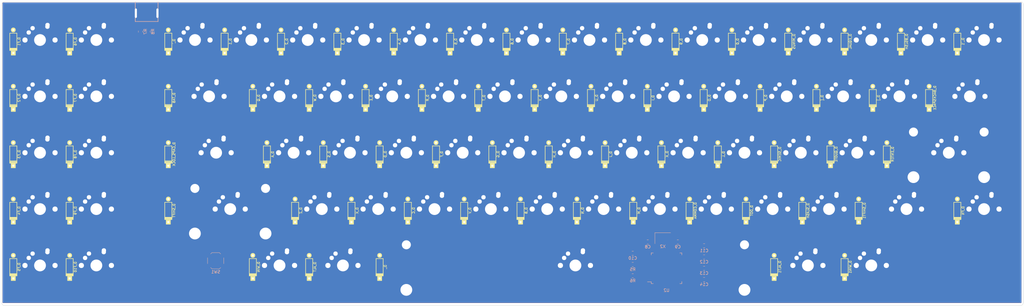
<source format=kicad_pcb>
(kicad_pcb (version 20171130) (host pcbnew "(5.1.0)-1")
  (layers (0 F.Cu signal) (31 B.Cu signal) (34 B.Paste user) (35 F.Paste user) (36 B.SilkS user) (37 F.SilkS user) (38 B.Mask user) (39 F.Mask user) (44 Edge.Cuts user))
  (net 0 "")
  (net 1 GND)
  (net 2 VCC)
  (net 3 /col0)
  (net 4 /col1)
  (net 5 /col2)
  (net 6 /col3)
  (net 7 /col4)
  (net 8 /col5)
  (net 9 /col6)
  (net 10 /col7)
  (net 11 /col8)
  (net 12 /col9)
  (net 13 /col10)
  (net 14 /col11)
  (net 15 /col12)
  (net 16 /col13)
  (net 17 /col14)
  (net 18 /col15)
  (net 19 /col16)
  (net 20 /row0)
  (net 21 /row1)
  (net 22 /row2)
  (net 23 /row3)
  (net 24 /row4)
  (net 25 "Net-(K_F1-Pad1)")
  (net 26 "Net-(D_F1-Pad2)")
  (net 27 "Net-(K_F6-Pad1)")
  (net 28 "Net-(D_F6-Pad2)")
  (net 29 "Net-(K_`-Pad1)")
  (net 30 "Net-(D_`-Pad2)")
  (net 31 "Net-(K_1-Pad1)")
  (net 32 "Net-(D_1-Pad2)")
  (net 33 "Net-(K_2-Pad1)")
  (net 34 "Net-(D_2-Pad2)")
  (net 35 "Net-(K_3-Pad1)")
  (net 36 "Net-(D_3-Pad2)")
  (net 37 "Net-(K_4-Pad1)")
  (net 38 "Net-(D_4-Pad2)")
  (net 39 "Net-(K_5-Pad1)")
  (net 40 "Net-(D_5-Pad2)")
  (net 41 "Net-(K_6-Pad1)")
  (net 42 "Net-(D_6-Pad2)")
  (net 43 "Net-(K_7-Pad1)")
  (net 44 "Net-(D_7-Pad2)")
  (net 45 "Net-(K_8-Pad1)")
  (net 46 "Net-(D_8-Pad2)")
  (net 47 "Net-(K_9-Pad1)")
  (net 48 "Net-(D_9-Pad2)")
  (net 49 "Net-(K_0-Pad1)")
  (net 50 "Net-(D_0-Pad2)")
  (net 51 "Net-(K_MINUS-Pad1)")
  (net 52 "Net-(D_MINUS-Pad2)")
  (net 53 "Net-(K_EQUAL-Pad1)")
  (net 54 "Net-(D_EQUAL-Pad2)")
  (net 55 "Net-(K_BSLSH-Pad1)")
  (net 56 "Net-(D_BSLSH-Pad2)")
  (net 57 "Net-(K_`1-Pad1)")
  (net 58 "Net-(D_`1-Pad2)")
  (net 59 "Net-(K_F2-Pad1)")
  (net 60 "Net-(D_F2-Pad2)")
  (net 61 "Net-(K_F7-Pad1)")
  (net 62 "Net-(D_F7-Pad2)")
  (net 63 "Net-(K_TAB-Pad1)")
  (net 64 "Net-(D_TAB-Pad2)")
  (net 65 "Net-(K_Q-Pad1)")
  (net 66 "Net-(D_Q-Pad2)")
  (net 67 "Net-(K_W-Pad1)")
  (net 68 "Net-(D_W-Pad2)")
  (net 69 "Net-(K_E-Pad1)")
  (net 70 "Net-(D_E-Pad2)")
  (net 71 "Net-(K_R-Pad1)")
  (net 72 "Net-(D_R-Pad2)")
  (net 73 "Net-(K_T-Pad1)")
  (net 74 "Net-(D_T-Pad2)")
  (net 75 "Net-(K_Y-Pad1)")
  (net 76 "Net-(D_Y-Pad2)")
  (net 77 "Net-(K_U-Pad1)")
  (net 78 "Net-(D_U-Pad2)")
  (net 79 "Net-(K_I-Pad1)")
  (net 80 "Net-(D_I-Pad2)")
  (net 81 "Net-(K_O-Pad1)")
  (net 82 "Net-(D_O-Pad2)")
  (net 83 "Net-(K_P-Pad1)")
  (net 84 "Net-(D_P-Pad2)")
  (net 85 "Net-(K_[-Pad1)")
  (net 86 "Net-(D_[-Pad2)")
  (net 87 "Net-(K_]-Pad1)")
  (net 88 "Net-(D_]-Pad2)")
  (net 89 "Net-(K_BACKSPACE-Pad1)")
  (net 90 "Net-(D_BACKSPACE-Pad2)")
  (net 91 "Net-(K_F3-Pad1)")
  (net 92 "Net-(D_F3-Pad2)")
  (net 93 "Net-(K_F8-Pad1)")
  (net 94 "Net-(D_F8-Pad2)")
  (net 95 "Net-(K_CAPS_LOCK-Pad1)")
  (net 96 "Net-(D_CAPS_LOCK-Pad2)")
  (net 97 "Net-(K_A-Pad1)")
  (net 98 "Net-(D_A-Pad2)")
  (net 99 "Net-(K_S-Pad1)")
  (net 100 "Net-(D_S-Pad2)")
  (net 101 "Net-(K_D-Pad1)")
  (net 102 "Net-(D_D-Pad2)")
  (net 103 "Net-(K_F-Pad1)")
  (net 104 "Net-(D_F-Pad2)")
  (net 105 "Net-(K_G-Pad1)")
  (net 106 "Net-(D_G-Pad2)")
  (net 107 "Net-(K_H-Pad1)")
  (net 108 "Net-(D_H-Pad2)")
  (net 109 "Net-(K_J-Pad1)")
  (net 110 "Net-(D_J-Pad2)")
  (net 111 "Net-(K_K-Pad1)")
  (net 112 "Net-(D_K-Pad2)")
  (net 113 "Net-(K_L-Pad1)")
  (net 114 "Net-(D_L-Pad2)")
  (net 115 "Net-(K_SEMIC-Pad1)")
  (net 116 "Net-(D_SEMIC-Pad2)")
  (net 117 "Net-(K_QUOTE-Pad1)")
  (net 118 "Net-(D_QUOTE-Pad2)")
  (net 119 "Net-(K_ENTER-Pad1)")
  (net 120 "Net-(D_ENTER-Pad2)")
  (net 121 "Net-(K_F4-Pad1)")
  (net 122 "Net-(D_F4-Pad2)")
  (net 123 "Net-(K_F9-Pad1)")
  (net 124 "Net-(D_F9-Pad2)")
  (net 125 "Net-(K_SHIFT-Pad1)")
  (net 126 "Net-(D_SHIFT-Pad2)")
  (net 127 "Net-(K_Z-Pad1)")
  (net 128 "Net-(D_Z-Pad2)")
  (net 129 "Net-(K_X-Pad1)")
  (net 130 "Net-(D_X-Pad2)")
  (net 131 "Net-(K_C-Pad1)")
  (net 132 "Net-(D_C-Pad2)")
  (net 133 "Net-(K_V-Pad1)")
  (net 134 "Net-(D_V-Pad2)")
  (net 135 "Net-(K_B-Pad1)")
  (net 136 "Net-(D_B-Pad2)")
  (net 137 "Net-(K_N-Pad1)")
  (net 138 "Net-(D_N-Pad2)")
  (net 139 "Net-(K_M-Pad1)")
  (net 140 "Net-(D_M-Pad2)")
  (net 141 "Net-(K_COMMA-Pad1)")
  (net 142 "Net-(D_COMMA-Pad2)")
  (net 143 "Net-(K_DOT-Pad1)")
  (net 144 "Net-(D_DOT-Pad2)")
  (net 145 "Net-(K_SLASH-Pad1)")
  (net 146 "Net-(D_SLASH-Pad2)")
  (net 147 "Net-(K_SHIFT1-Pad1)")
  (net 148 "Net-(D_SHIFT1-Pad2)")
  (net 149 "Net-(K_FN-Pad1)")
  (net 150 "Net-(D_FN-Pad2)")
  (net 151 "Net-(K_F5-Pad1)")
  (net 152 "Net-(D_F5-Pad2)")
  (net 153 "Net-(K_F10-Pad1)")
  (net 154 "Net-(D_F10-Pad2)")
  (net 155 "Net-(K_WIN-Pad1)")
  (net 156 "Net-(D_WIN-Pad2)")
  (net 157 "Net-(K_ALT-Pad1)")
  (net 158 "Net-(D_ALT-Pad2)")
  (net 159 "Net-(K_-Pad1)")
  (net 160 "Net-(D_-Pad2)")
  (net 161 "Net-(K_ALT1-Pad1)")
  (net 162 "Net-(D_ALT1-Pad2)")
  (net 163 "Net-(K_WIN1-Pad1)")
  (net 164 "Net-(D_WIN1-Pad2)")
  (net 165 "Net-(C8-Pad1)")
  (net 166 "Net-(C9-Pad1)")
  (net 167 "Net-(C9-Pad2)")
  (net 168 "Net-(X2-Pad2)")
  (net 169 "Net-(X2-Pad4)")
  (net 170 "Net-(R5-Pad1)")
  (net 171 "Net-(R6-Pad1)")
  (net 172 "Net-(R7-Pad1)")
  (net 173 "Net-(R8-Pad1)")
  (net 174 "Net-(USB2-Pad2)")
  (net 175 "Net-(USB2-Pad3)")
  (net 176 "Net-(USB2-Pad4)")
  (net 177 "Net-(C10-Pad1)")
  (net 178 "Net-(U2-Pad1)")
  (net 179 "Net-(U2-Pad7)")
  (net 180 "Net-(U2-Pad18)")
  (net 181 "Net-(U2-Pad19)")
  (net 182 "Net-(U2-Pad27)")
  (net 183 "Net-(U2-Pad34)")
  (net 184 "Net-(U2-Pad36)")
  (net 185 "Net-(U2-Pad42)")
  (net 186 "Net-(U2-Pad43)")
  (net 187 "Net-(U2-Pad44)")
  (module MX_Alps_Hybrid:MX-1U-NoLED (layer F.Cu) (at 29.525 29.525)
    (fp_text reference K_F1)
    (fp_text value KEYSW)
    (pad 1 thru_hole circle (at -2.5 -4) (size 2.25 2.25) (drill 1.47) (layers *.Cu B.Mask) (net 25 "Net-(K_F1-Pad1)"))
    (pad 1 thru_hole oval (at -3.81 -2.54 48.0996) (size 4.211556 2.25) (drill 1.47 (offset 0.980778 0)) (layers *.Cu B.Mask) (net 25 "Net-(K_F1-Pad1)"))
    (pad 2 thru_hole oval (at 2.5 -4.5 86.0548) (size 2.831378 2.25) (drill 1.47 (offset 0.290689 0)) (layers *.Cu B.Mask) (net 26 "Net-(D_F1-Pad2)"))
    (pad 2 thru_hole circle (at 2.54 -5.08) (size 2.25 2.25) (drill 1.47) (layers *.Cu B.Mask) (net 26 "Net-(D_F1-Pad2)"))
    (pad "" np_thru_hole circle (at 0 0) (size 3.9878 3.9878) (drill 3.9878) (layers *.Cu *.Mask))
    (pad "" np_thru_hole circle (at -5.08 0 48.0996) (size 1.75 1.75) (drill 1.75) (layers *.Cu *.Mask))
    (pad "" np_thru_hole circle (at 5.08 0 48.0996) (size 1.75 1.75) (drill 1.75) (layers *.Cu *.Mask))
  )
  (module keyboard_parts:D_SOD123_axial (layer F.Cu) (at 20.5 30.025 90)
    (fp_text reference D_F1 (at 0 1.925 90) (layer F.SilkS) (effects (font (size 0.8 0.8)) (justify mirror)))
    (fp_text value D hide)
    (pad 1 smd rect (at -2.7 0 90) (size 2.5 0.5) (layers F.Cu) (net 3 /col0))
    (pad 1 smd rect (at -1.575 0 90) (size 1.2 1.2) (layers F.Cu F.Paste F.Mask) (net 3 /col0))
    (pad 1 thru_hole rect (at -3.9 0 90) (size 1.6 1.6) (drill 0.7) (layers *.Cu *.Mask F.SilkS) (net 3 /col0))
    (pad 2 smd rect (at 1.575 0 90) (size 1.2 1.2) (layers F.Cu F.Paste F.Mask) (net 26 "Net-(D_F1-Pad2)"))
    (pad 2 smd rect (at 2.7 0 90) (size 2.5 0.5) (layers F.Cu) (net 26 "Net-(D_F1-Pad2)"))
    (pad 2 thru_hole circle (at 3.9 0 90) (size 1.6 1.6) (drill 0.7) (layers *.Cu *.Mask F.SilkS) (net 26 "Net-(D_F1-Pad2)"))
  )
  (module MX_Alps_Hybrid:MX-1U-NoLED (layer F.Cu) (at 48.575 29.525)
    (fp_text reference K_F6)
    (fp_text value KEYSW)
    (pad 1 thru_hole circle (at -2.5 -4) (size 2.25 2.25) (drill 1.47) (layers *.Cu B.Mask) (net 27 "Net-(K_F6-Pad1)"))
    (pad 1 thru_hole oval (at -3.81 -2.54 48.0996) (size 4.211556 2.25) (drill 1.47 (offset 0.980778 0)) (layers *.Cu B.Mask) (net 27 "Net-(K_F6-Pad1)"))
    (pad 2 thru_hole oval (at 2.5 -4.5 86.0548) (size 2.831378 2.25) (drill 1.47 (offset 0.290689 0)) (layers *.Cu B.Mask) (net 28 "Net-(D_F6-Pad2)"))
    (pad 2 thru_hole circle (at 2.54 -5.08) (size 2.25 2.25) (drill 1.47) (layers *.Cu B.Mask) (net 28 "Net-(D_F6-Pad2)"))
    (pad "" np_thru_hole circle (at 0 0) (size 3.9878 3.9878) (drill 3.9878) (layers *.Cu *.Mask))
    (pad "" np_thru_hole circle (at -5.08 0 48.0996) (size 1.75 1.75) (drill 1.75) (layers *.Cu *.Mask))
    (pad "" np_thru_hole circle (at 5.08 0 48.0996) (size 1.75 1.75) (drill 1.75) (layers *.Cu *.Mask))
  )
  (module keyboard_parts:D_SOD123_axial (layer F.Cu) (at 39.55 30.025 90)
    (fp_text reference D_F6 (at 0 1.925 90) (layer F.SilkS) (effects (font (size 0.8 0.8)) (justify mirror)))
    (fp_text value D hide)
    (pad 1 smd rect (at -2.7 0 90) (size 2.5 0.5) (layers F.Cu) (net 4 /col1))
    (pad 1 smd rect (at -1.575 0 90) (size 1.2 1.2) (layers F.Cu F.Paste F.Mask) (net 4 /col1))
    (pad 1 thru_hole rect (at -3.9 0 90) (size 1.6 1.6) (drill 0.7) (layers *.Cu *.Mask F.SilkS) (net 4 /col1))
    (pad 2 smd rect (at 1.575 0 90) (size 1.2 1.2) (layers F.Cu F.Paste F.Mask) (net 28 "Net-(D_F6-Pad2)"))
    (pad 2 smd rect (at 2.7 0 90) (size 2.5 0.5) (layers F.Cu) (net 28 "Net-(D_F6-Pad2)"))
    (pad 2 thru_hole circle (at 3.9 0 90) (size 1.6 1.6) (drill 0.7) (layers *.Cu *.Mask F.SilkS) (net 28 "Net-(D_F6-Pad2)"))
  )
  (module MX_Alps_Hybrid:MX-1U-NoLED (layer F.Cu) (at 81.9125 29.525)
    (fp_text reference K_`)
    (fp_text value KEYSW)
    (pad 1 thru_hole circle (at -2.5 -4) (size 2.25 2.25) (drill 1.47) (layers *.Cu B.Mask) (net 29 "Net-(K_`-Pad1)"))
    (pad 1 thru_hole oval (at -3.81 -2.54 48.0996) (size 4.211556 2.25) (drill 1.47 (offset 0.980778 0)) (layers *.Cu B.Mask) (net 29 "Net-(K_`-Pad1)"))
    (pad 2 thru_hole oval (at 2.5 -4.5 86.0548) (size 2.831378 2.25) (drill 1.47 (offset 0.290689 0)) (layers *.Cu B.Mask) (net 30 "Net-(D_`-Pad2)"))
    (pad 2 thru_hole circle (at 2.54 -5.08) (size 2.25 2.25) (drill 1.47) (layers *.Cu B.Mask) (net 30 "Net-(D_`-Pad2)"))
    (pad "" np_thru_hole circle (at 0 0) (size 3.9878 3.9878) (drill 3.9878) (layers *.Cu *.Mask))
    (pad "" np_thru_hole circle (at -5.08 0 48.0996) (size 1.75 1.75) (drill 1.75) (layers *.Cu *.Mask))
    (pad "" np_thru_hole circle (at 5.08 0 48.0996) (size 1.75 1.75) (drill 1.75) (layers *.Cu *.Mask))
  )
  (module keyboard_parts:D_SOD123_axial (layer F.Cu) (at 72.8875 30.025 90)
    (fp_text reference D_` (at 0 1.925 90) (layer F.SilkS) (effects (font (size 0.8 0.8)) (justify mirror)))
    (fp_text value D hide)
    (pad 1 smd rect (at -2.7 0 90) (size 2.5 0.5) (layers F.Cu) (net 5 /col2))
    (pad 1 smd rect (at -1.575 0 90) (size 1.2 1.2) (layers F.Cu F.Paste F.Mask) (net 5 /col2))
    (pad 1 thru_hole rect (at -3.9 0 90) (size 1.6 1.6) (drill 0.7) (layers *.Cu *.Mask F.SilkS) (net 5 /col2))
    (pad 2 smd rect (at 1.575 0 90) (size 1.2 1.2) (layers F.Cu F.Paste F.Mask) (net 30 "Net-(D_`-Pad2)"))
    (pad 2 smd rect (at 2.7 0 90) (size 2.5 0.5) (layers F.Cu) (net 30 "Net-(D_`-Pad2)"))
    (pad 2 thru_hole circle (at 3.9 0 90) (size 1.6 1.6) (drill 0.7) (layers *.Cu *.Mask F.SilkS) (net 30 "Net-(D_`-Pad2)"))
  )
  (module MX_Alps_Hybrid:MX-1U-NoLED (layer F.Cu) (at 100.9625 29.525)
    (fp_text reference K_1)
    (fp_text value KEYSW)
    (pad 1 thru_hole circle (at -2.5 -4) (size 2.25 2.25) (drill 1.47) (layers *.Cu B.Mask) (net 31 "Net-(K_1-Pad1)"))
    (pad 1 thru_hole oval (at -3.81 -2.54 48.0996) (size 4.211556 2.25) (drill 1.47 (offset 0.980778 0)) (layers *.Cu B.Mask) (net 31 "Net-(K_1-Pad1)"))
    (pad 2 thru_hole oval (at 2.5 -4.5 86.0548) (size 2.831378 2.25) (drill 1.47 (offset 0.290689 0)) (layers *.Cu B.Mask) (net 32 "Net-(D_1-Pad2)"))
    (pad 2 thru_hole circle (at 2.54 -5.08) (size 2.25 2.25) (drill 1.47) (layers *.Cu B.Mask) (net 32 "Net-(D_1-Pad2)"))
    (pad "" np_thru_hole circle (at 0 0) (size 3.9878 3.9878) (drill 3.9878) (layers *.Cu *.Mask))
    (pad "" np_thru_hole circle (at -5.08 0 48.0996) (size 1.75 1.75) (drill 1.75) (layers *.Cu *.Mask))
    (pad "" np_thru_hole circle (at 5.08 0 48.0996) (size 1.75 1.75) (drill 1.75) (layers *.Cu *.Mask))
  )
  (module keyboard_parts:D_SOD123_axial (layer F.Cu) (at 91.9375 30.025 90)
    (fp_text reference D_1 (at 0 1.925 90) (layer F.SilkS) (effects (font (size 0.8 0.8)) (justify mirror)))
    (fp_text value D hide)
    (pad 1 smd rect (at -2.7 0 90) (size 2.5 0.5) (layers F.Cu) (net 6 /col3))
    (pad 1 smd rect (at -1.575 0 90) (size 1.2 1.2) (layers F.Cu F.Paste F.Mask) (net 6 /col3))
    (pad 1 thru_hole rect (at -3.9 0 90) (size 1.6 1.6) (drill 0.7) (layers *.Cu *.Mask F.SilkS) (net 6 /col3))
    (pad 2 smd rect (at 1.575 0 90) (size 1.2 1.2) (layers F.Cu F.Paste F.Mask) (net 32 "Net-(D_1-Pad2)"))
    (pad 2 smd rect (at 2.7 0 90) (size 2.5 0.5) (layers F.Cu) (net 32 "Net-(D_1-Pad2)"))
    (pad 2 thru_hole circle (at 3.9 0 90) (size 1.6 1.6) (drill 0.7) (layers *.Cu *.Mask F.SilkS) (net 32 "Net-(D_1-Pad2)"))
  )
  (module MX_Alps_Hybrid:MX-1U-NoLED (layer F.Cu) (at 120.0125 29.525)
    (fp_text reference K_2)
    (fp_text value KEYSW)
    (pad 1 thru_hole circle (at -2.5 -4) (size 2.25 2.25) (drill 1.47) (layers *.Cu B.Mask) (net 33 "Net-(K_2-Pad1)"))
    (pad 1 thru_hole oval (at -3.81 -2.54 48.0996) (size 4.211556 2.25) (drill 1.47 (offset 0.980778 0)) (layers *.Cu B.Mask) (net 33 "Net-(K_2-Pad1)"))
    (pad 2 thru_hole oval (at 2.5 -4.5 86.0548) (size 2.831378 2.25) (drill 1.47 (offset 0.290689 0)) (layers *.Cu B.Mask) (net 34 "Net-(D_2-Pad2)"))
    (pad 2 thru_hole circle (at 2.54 -5.08) (size 2.25 2.25) (drill 1.47) (layers *.Cu B.Mask) (net 34 "Net-(D_2-Pad2)"))
    (pad "" np_thru_hole circle (at 0 0) (size 3.9878 3.9878) (drill 3.9878) (layers *.Cu *.Mask))
    (pad "" np_thru_hole circle (at -5.08 0 48.0996) (size 1.75 1.75) (drill 1.75) (layers *.Cu *.Mask))
    (pad "" np_thru_hole circle (at 5.08 0 48.0996) (size 1.75 1.75) (drill 1.75) (layers *.Cu *.Mask))
  )
  (module keyboard_parts:D_SOD123_axial (layer F.Cu) (at 110.9875 30.025 90)
    (fp_text reference D_2 (at 0 1.925 90) (layer F.SilkS) (effects (font (size 0.8 0.8)) (justify mirror)))
    (fp_text value D hide)
    (pad 1 smd rect (at -2.7 0 90) (size 2.5 0.5) (layers F.Cu) (net 7 /col4))
    (pad 1 smd rect (at -1.575 0 90) (size 1.2 1.2) (layers F.Cu F.Paste F.Mask) (net 7 /col4))
    (pad 1 thru_hole rect (at -3.9 0 90) (size 1.6 1.6) (drill 0.7) (layers *.Cu *.Mask F.SilkS) (net 7 /col4))
    (pad 2 smd rect (at 1.575 0 90) (size 1.2 1.2) (layers F.Cu F.Paste F.Mask) (net 34 "Net-(D_2-Pad2)"))
    (pad 2 smd rect (at 2.7 0 90) (size 2.5 0.5) (layers F.Cu) (net 34 "Net-(D_2-Pad2)"))
    (pad 2 thru_hole circle (at 3.9 0 90) (size 1.6 1.6) (drill 0.7) (layers *.Cu *.Mask F.SilkS) (net 34 "Net-(D_2-Pad2)"))
  )
  (module MX_Alps_Hybrid:MX-1U-NoLED (layer F.Cu) (at 139.0625 29.525)
    (fp_text reference K_3)
    (fp_text value KEYSW)
    (pad 1 thru_hole circle (at -2.5 -4) (size 2.25 2.25) (drill 1.47) (layers *.Cu B.Mask) (net 35 "Net-(K_3-Pad1)"))
    (pad 1 thru_hole oval (at -3.81 -2.54 48.0996) (size 4.211556 2.25) (drill 1.47 (offset 0.980778 0)) (layers *.Cu B.Mask) (net 35 "Net-(K_3-Pad1)"))
    (pad 2 thru_hole oval (at 2.5 -4.5 86.0548) (size 2.831378 2.25) (drill 1.47 (offset 0.290689 0)) (layers *.Cu B.Mask) (net 36 "Net-(D_3-Pad2)"))
    (pad 2 thru_hole circle (at 2.54 -5.08) (size 2.25 2.25) (drill 1.47) (layers *.Cu B.Mask) (net 36 "Net-(D_3-Pad2)"))
    (pad "" np_thru_hole circle (at 0 0) (size 3.9878 3.9878) (drill 3.9878) (layers *.Cu *.Mask))
    (pad "" np_thru_hole circle (at -5.08 0 48.0996) (size 1.75 1.75) (drill 1.75) (layers *.Cu *.Mask))
    (pad "" np_thru_hole circle (at 5.08 0 48.0996) (size 1.75 1.75) (drill 1.75) (layers *.Cu *.Mask))
  )
  (module keyboard_parts:D_SOD123_axial (layer F.Cu) (at 130.0375 30.025 90)
    (fp_text reference D_3 (at 0 1.925 90) (layer F.SilkS) (effects (font (size 0.8 0.8)) (justify mirror)))
    (fp_text value D hide)
    (pad 1 smd rect (at -2.7 0 90) (size 2.5 0.5) (layers F.Cu) (net 8 /col5))
    (pad 1 smd rect (at -1.575 0 90) (size 1.2 1.2) (layers F.Cu F.Paste F.Mask) (net 8 /col5))
    (pad 1 thru_hole rect (at -3.9 0 90) (size 1.6 1.6) (drill 0.7) (layers *.Cu *.Mask F.SilkS) (net 8 /col5))
    (pad 2 smd rect (at 1.575 0 90) (size 1.2 1.2) (layers F.Cu F.Paste F.Mask) (net 36 "Net-(D_3-Pad2)"))
    (pad 2 smd rect (at 2.7 0 90) (size 2.5 0.5) (layers F.Cu) (net 36 "Net-(D_3-Pad2)"))
    (pad 2 thru_hole circle (at 3.9 0 90) (size 1.6 1.6) (drill 0.7) (layers *.Cu *.Mask F.SilkS) (net 36 "Net-(D_3-Pad2)"))
  )
  (module MX_Alps_Hybrid:MX-1U-NoLED (layer F.Cu) (at 158.1125 29.525)
    (fp_text reference K_4)
    (fp_text value KEYSW)
    (pad 1 thru_hole circle (at -2.5 -4) (size 2.25 2.25) (drill 1.47) (layers *.Cu B.Mask) (net 37 "Net-(K_4-Pad1)"))
    (pad 1 thru_hole oval (at -3.81 -2.54 48.0996) (size 4.211556 2.25) (drill 1.47 (offset 0.980778 0)) (layers *.Cu B.Mask) (net 37 "Net-(K_4-Pad1)"))
    (pad 2 thru_hole oval (at 2.5 -4.5 86.0548) (size 2.831378 2.25) (drill 1.47 (offset 0.290689 0)) (layers *.Cu B.Mask) (net 38 "Net-(D_4-Pad2)"))
    (pad 2 thru_hole circle (at 2.54 -5.08) (size 2.25 2.25) (drill 1.47) (layers *.Cu B.Mask) (net 38 "Net-(D_4-Pad2)"))
    (pad "" np_thru_hole circle (at 0 0) (size 3.9878 3.9878) (drill 3.9878) (layers *.Cu *.Mask))
    (pad "" np_thru_hole circle (at -5.08 0 48.0996) (size 1.75 1.75) (drill 1.75) (layers *.Cu *.Mask))
    (pad "" np_thru_hole circle (at 5.08 0 48.0996) (size 1.75 1.75) (drill 1.75) (layers *.Cu *.Mask))
  )
  (module keyboard_parts:D_SOD123_axial (layer F.Cu) (at 149.0875 30.025 90)
    (fp_text reference D_4 (at 0 1.925 90) (layer F.SilkS) (effects (font (size 0.8 0.8)) (justify mirror)))
    (fp_text value D hide)
    (pad 1 smd rect (at -2.7 0 90) (size 2.5 0.5) (layers F.Cu) (net 9 /col6))
    (pad 1 smd rect (at -1.575 0 90) (size 1.2 1.2) (layers F.Cu F.Paste F.Mask) (net 9 /col6))
    (pad 1 thru_hole rect (at -3.9 0 90) (size 1.6 1.6) (drill 0.7) (layers *.Cu *.Mask F.SilkS) (net 9 /col6))
    (pad 2 smd rect (at 1.575 0 90) (size 1.2 1.2) (layers F.Cu F.Paste F.Mask) (net 38 "Net-(D_4-Pad2)"))
    (pad 2 smd rect (at 2.7 0 90) (size 2.5 0.5) (layers F.Cu) (net 38 "Net-(D_4-Pad2)"))
    (pad 2 thru_hole circle (at 3.9 0 90) (size 1.6 1.6) (drill 0.7) (layers *.Cu *.Mask F.SilkS) (net 38 "Net-(D_4-Pad2)"))
  )
  (module MX_Alps_Hybrid:MX-1U-NoLED (layer F.Cu) (at 177.1625 29.525)
    (fp_text reference K_5)
    (fp_text value KEYSW)
    (pad 1 thru_hole circle (at -2.5 -4) (size 2.25 2.25) (drill 1.47) (layers *.Cu B.Mask) (net 39 "Net-(K_5-Pad1)"))
    (pad 1 thru_hole oval (at -3.81 -2.54 48.0996) (size 4.211556 2.25) (drill 1.47 (offset 0.980778 0)) (layers *.Cu B.Mask) (net 39 "Net-(K_5-Pad1)"))
    (pad 2 thru_hole oval (at 2.5 -4.5 86.0548) (size 2.831378 2.25) (drill 1.47 (offset 0.290689 0)) (layers *.Cu B.Mask) (net 40 "Net-(D_5-Pad2)"))
    (pad 2 thru_hole circle (at 2.54 -5.08) (size 2.25 2.25) (drill 1.47) (layers *.Cu B.Mask) (net 40 "Net-(D_5-Pad2)"))
    (pad "" np_thru_hole circle (at 0 0) (size 3.9878 3.9878) (drill 3.9878) (layers *.Cu *.Mask))
    (pad "" np_thru_hole circle (at -5.08 0 48.0996) (size 1.75 1.75) (drill 1.75) (layers *.Cu *.Mask))
    (pad "" np_thru_hole circle (at 5.08 0 48.0996) (size 1.75 1.75) (drill 1.75) (layers *.Cu *.Mask))
  )
  (module keyboard_parts:D_SOD123_axial (layer F.Cu) (at 168.1375 30.025 90)
    (fp_text reference D_5 (at 0 1.925 90) (layer F.SilkS) (effects (font (size 0.8 0.8)) (justify mirror)))
    (fp_text value D hide)
    (pad 1 smd rect (at -2.7 0 90) (size 2.5 0.5) (layers F.Cu) (net 10 /col7))
    (pad 1 smd rect (at -1.575 0 90) (size 1.2 1.2) (layers F.Cu F.Paste F.Mask) (net 10 /col7))
    (pad 1 thru_hole rect (at -3.9 0 90) (size 1.6 1.6) (drill 0.7) (layers *.Cu *.Mask F.SilkS) (net 10 /col7))
    (pad 2 smd rect (at 1.575 0 90) (size 1.2 1.2) (layers F.Cu F.Paste F.Mask) (net 40 "Net-(D_5-Pad2)"))
    (pad 2 smd rect (at 2.7 0 90) (size 2.5 0.5) (layers F.Cu) (net 40 "Net-(D_5-Pad2)"))
    (pad 2 thru_hole circle (at 3.9 0 90) (size 1.6 1.6) (drill 0.7) (layers *.Cu *.Mask F.SilkS) (net 40 "Net-(D_5-Pad2)"))
  )
  (module MX_Alps_Hybrid:MX-1U-NoLED (layer F.Cu) (at 196.2125 29.525)
    (fp_text reference K_6)
    (fp_text value KEYSW)
    (pad 1 thru_hole circle (at -2.5 -4) (size 2.25 2.25) (drill 1.47) (layers *.Cu B.Mask) (net 41 "Net-(K_6-Pad1)"))
    (pad 1 thru_hole oval (at -3.81 -2.54 48.0996) (size 4.211556 2.25) (drill 1.47 (offset 0.980778 0)) (layers *.Cu B.Mask) (net 41 "Net-(K_6-Pad1)"))
    (pad 2 thru_hole oval (at 2.5 -4.5 86.0548) (size 2.831378 2.25) (drill 1.47 (offset 0.290689 0)) (layers *.Cu B.Mask) (net 42 "Net-(D_6-Pad2)"))
    (pad 2 thru_hole circle (at 2.54 -5.08) (size 2.25 2.25) (drill 1.47) (layers *.Cu B.Mask) (net 42 "Net-(D_6-Pad2)"))
    (pad "" np_thru_hole circle (at 0 0) (size 3.9878 3.9878) (drill 3.9878) (layers *.Cu *.Mask))
    (pad "" np_thru_hole circle (at -5.08 0 48.0996) (size 1.75 1.75) (drill 1.75) (layers *.Cu *.Mask))
    (pad "" np_thru_hole circle (at 5.08 0 48.0996) (size 1.75 1.75) (drill 1.75) (layers *.Cu *.Mask))
  )
  (module keyboard_parts:D_SOD123_axial (layer F.Cu) (at 187.1875 30.025 90)
    (fp_text reference D_6 (at 0 1.925 90) (layer F.SilkS) (effects (font (size 0.8 0.8)) (justify mirror)))
    (fp_text value D hide)
    (pad 1 smd rect (at -2.7 0 90) (size 2.5 0.5) (layers F.Cu) (net 11 /col8))
    (pad 1 smd rect (at -1.575 0 90) (size 1.2 1.2) (layers F.Cu F.Paste F.Mask) (net 11 /col8))
    (pad 1 thru_hole rect (at -3.9 0 90) (size 1.6 1.6) (drill 0.7) (layers *.Cu *.Mask F.SilkS) (net 11 /col8))
    (pad 2 smd rect (at 1.575 0 90) (size 1.2 1.2) (layers F.Cu F.Paste F.Mask) (net 42 "Net-(D_6-Pad2)"))
    (pad 2 smd rect (at 2.7 0 90) (size 2.5 0.5) (layers F.Cu) (net 42 "Net-(D_6-Pad2)"))
    (pad 2 thru_hole circle (at 3.9 0 90) (size 1.6 1.6) (drill 0.7) (layers *.Cu *.Mask F.SilkS) (net 42 "Net-(D_6-Pad2)"))
  )
  (module MX_Alps_Hybrid:MX-1U-NoLED (layer F.Cu) (at 215.2625 29.525)
    (fp_text reference K_7)
    (fp_text value KEYSW)
    (pad 1 thru_hole circle (at -2.5 -4) (size 2.25 2.25) (drill 1.47) (layers *.Cu B.Mask) (net 43 "Net-(K_7-Pad1)"))
    (pad 1 thru_hole oval (at -3.81 -2.54 48.0996) (size 4.211556 2.25) (drill 1.47 (offset 0.980778 0)) (layers *.Cu B.Mask) (net 43 "Net-(K_7-Pad1)"))
    (pad 2 thru_hole oval (at 2.5 -4.5 86.0548) (size 2.831378 2.25) (drill 1.47 (offset 0.290689 0)) (layers *.Cu B.Mask) (net 44 "Net-(D_7-Pad2)"))
    (pad 2 thru_hole circle (at 2.54 -5.08) (size 2.25 2.25) (drill 1.47) (layers *.Cu B.Mask) (net 44 "Net-(D_7-Pad2)"))
    (pad "" np_thru_hole circle (at 0 0) (size 3.9878 3.9878) (drill 3.9878) (layers *.Cu *.Mask))
    (pad "" np_thru_hole circle (at -5.08 0 48.0996) (size 1.75 1.75) (drill 1.75) (layers *.Cu *.Mask))
    (pad "" np_thru_hole circle (at 5.08 0 48.0996) (size 1.75 1.75) (drill 1.75) (layers *.Cu *.Mask))
  )
  (module keyboard_parts:D_SOD123_axial (layer F.Cu) (at 206.2375 30.025 90)
    (fp_text reference D_7 (at 0 1.925 90) (layer F.SilkS) (effects (font (size 0.8 0.8)) (justify mirror)))
    (fp_text value D hide)
    (pad 1 smd rect (at -2.7 0 90) (size 2.5 0.5) (layers F.Cu) (net 12 /col9))
    (pad 1 smd rect (at -1.575 0 90) (size 1.2 1.2) (layers F.Cu F.Paste F.Mask) (net 12 /col9))
    (pad 1 thru_hole rect (at -3.9 0 90) (size 1.6 1.6) (drill 0.7) (layers *.Cu *.Mask F.SilkS) (net 12 /col9))
    (pad 2 smd rect (at 1.575 0 90) (size 1.2 1.2) (layers F.Cu F.Paste F.Mask) (net 44 "Net-(D_7-Pad2)"))
    (pad 2 smd rect (at 2.7 0 90) (size 2.5 0.5) (layers F.Cu) (net 44 "Net-(D_7-Pad2)"))
    (pad 2 thru_hole circle (at 3.9 0 90) (size 1.6 1.6) (drill 0.7) (layers *.Cu *.Mask F.SilkS) (net 44 "Net-(D_7-Pad2)"))
  )
  (module MX_Alps_Hybrid:MX-1U-NoLED (layer F.Cu) (at 234.3125 29.525)
    (fp_text reference K_8)
    (fp_text value KEYSW)
    (pad 1 thru_hole circle (at -2.5 -4) (size 2.25 2.25) (drill 1.47) (layers *.Cu B.Mask) (net 45 "Net-(K_8-Pad1)"))
    (pad 1 thru_hole oval (at -3.81 -2.54 48.0996) (size 4.211556 2.25) (drill 1.47 (offset 0.980778 0)) (layers *.Cu B.Mask) (net 45 "Net-(K_8-Pad1)"))
    (pad 2 thru_hole oval (at 2.5 -4.5 86.0548) (size 2.831378 2.25) (drill 1.47 (offset 0.290689 0)) (layers *.Cu B.Mask) (net 46 "Net-(D_8-Pad2)"))
    (pad 2 thru_hole circle (at 2.54 -5.08) (size 2.25 2.25) (drill 1.47) (layers *.Cu B.Mask) (net 46 "Net-(D_8-Pad2)"))
    (pad "" np_thru_hole circle (at 0 0) (size 3.9878 3.9878) (drill 3.9878) (layers *.Cu *.Mask))
    (pad "" np_thru_hole circle (at -5.08 0 48.0996) (size 1.75 1.75) (drill 1.75) (layers *.Cu *.Mask))
    (pad "" np_thru_hole circle (at 5.08 0 48.0996) (size 1.75 1.75) (drill 1.75) (layers *.Cu *.Mask))
  )
  (module keyboard_parts:D_SOD123_axial (layer F.Cu) (at 225.2875 30.025 90)
    (fp_text reference D_8 (at 0 1.925 90) (layer F.SilkS) (effects (font (size 0.8 0.8)) (justify mirror)))
    (fp_text value D hide)
    (pad 1 smd rect (at -2.7 0 90) (size 2.5 0.5) (layers F.Cu) (net 13 /col10))
    (pad 1 smd rect (at -1.575 0 90) (size 1.2 1.2) (layers F.Cu F.Paste F.Mask) (net 13 /col10))
    (pad 1 thru_hole rect (at -3.9 0 90) (size 1.6 1.6) (drill 0.7) (layers *.Cu *.Mask F.SilkS) (net 13 /col10))
    (pad 2 smd rect (at 1.575 0 90) (size 1.2 1.2) (layers F.Cu F.Paste F.Mask) (net 46 "Net-(D_8-Pad2)"))
    (pad 2 smd rect (at 2.7 0 90) (size 2.5 0.5) (layers F.Cu) (net 46 "Net-(D_8-Pad2)"))
    (pad 2 thru_hole circle (at 3.9 0 90) (size 1.6 1.6) (drill 0.7) (layers *.Cu *.Mask F.SilkS) (net 46 "Net-(D_8-Pad2)"))
  )
  (module MX_Alps_Hybrid:MX-1U-NoLED (layer F.Cu) (at 253.3625 29.525)
    (fp_text reference K_9)
    (fp_text value KEYSW)
    (pad 1 thru_hole circle (at -2.5 -4) (size 2.25 2.25) (drill 1.47) (layers *.Cu B.Mask) (net 47 "Net-(K_9-Pad1)"))
    (pad 1 thru_hole oval (at -3.81 -2.54 48.0996) (size 4.211556 2.25) (drill 1.47 (offset 0.980778 0)) (layers *.Cu B.Mask) (net 47 "Net-(K_9-Pad1)"))
    (pad 2 thru_hole oval (at 2.5 -4.5 86.0548) (size 2.831378 2.25) (drill 1.47 (offset 0.290689 0)) (layers *.Cu B.Mask) (net 48 "Net-(D_9-Pad2)"))
    (pad 2 thru_hole circle (at 2.54 -5.08) (size 2.25 2.25) (drill 1.47) (layers *.Cu B.Mask) (net 48 "Net-(D_9-Pad2)"))
    (pad "" np_thru_hole circle (at 0 0) (size 3.9878 3.9878) (drill 3.9878) (layers *.Cu *.Mask))
    (pad "" np_thru_hole circle (at -5.08 0 48.0996) (size 1.75 1.75) (drill 1.75) (layers *.Cu *.Mask))
    (pad "" np_thru_hole circle (at 5.08 0 48.0996) (size 1.75 1.75) (drill 1.75) (layers *.Cu *.Mask))
  )
  (module keyboard_parts:D_SOD123_axial (layer F.Cu) (at 244.3375 30.025 90)
    (fp_text reference D_9 (at 0 1.925 90) (layer F.SilkS) (effects (font (size 0.8 0.8)) (justify mirror)))
    (fp_text value D hide)
    (pad 1 smd rect (at -2.7 0 90) (size 2.5 0.5) (layers F.Cu) (net 14 /col11))
    (pad 1 smd rect (at -1.575 0 90) (size 1.2 1.2) (layers F.Cu F.Paste F.Mask) (net 14 /col11))
    (pad 1 thru_hole rect (at -3.9 0 90) (size 1.6 1.6) (drill 0.7) (layers *.Cu *.Mask F.SilkS) (net 14 /col11))
    (pad 2 smd rect (at 1.575 0 90) (size 1.2 1.2) (layers F.Cu F.Paste F.Mask) (net 48 "Net-(D_9-Pad2)"))
    (pad 2 smd rect (at 2.7 0 90) (size 2.5 0.5) (layers F.Cu) (net 48 "Net-(D_9-Pad2)"))
    (pad 2 thru_hole circle (at 3.9 0 90) (size 1.6 1.6) (drill 0.7) (layers *.Cu *.Mask F.SilkS) (net 48 "Net-(D_9-Pad2)"))
  )
  (module MX_Alps_Hybrid:MX-1U-NoLED (layer F.Cu) (at 272.4125 29.525)
    (fp_text reference K_0)
    (fp_text value KEYSW)
    (pad 1 thru_hole circle (at -2.5 -4) (size 2.25 2.25) (drill 1.47) (layers *.Cu B.Mask) (net 49 "Net-(K_0-Pad1)"))
    (pad 1 thru_hole oval (at -3.81 -2.54 48.0996) (size 4.211556 2.25) (drill 1.47 (offset 0.980778 0)) (layers *.Cu B.Mask) (net 49 "Net-(K_0-Pad1)"))
    (pad 2 thru_hole oval (at 2.5 -4.5 86.0548) (size 2.831378 2.25) (drill 1.47 (offset 0.290689 0)) (layers *.Cu B.Mask) (net 50 "Net-(D_0-Pad2)"))
    (pad 2 thru_hole circle (at 2.54 -5.08) (size 2.25 2.25) (drill 1.47) (layers *.Cu B.Mask) (net 50 "Net-(D_0-Pad2)"))
    (pad "" np_thru_hole circle (at 0 0) (size 3.9878 3.9878) (drill 3.9878) (layers *.Cu *.Mask))
    (pad "" np_thru_hole circle (at -5.08 0 48.0996) (size 1.75 1.75) (drill 1.75) (layers *.Cu *.Mask))
    (pad "" np_thru_hole circle (at 5.08 0 48.0996) (size 1.75 1.75) (drill 1.75) (layers *.Cu *.Mask))
  )
  (module keyboard_parts:D_SOD123_axial (layer F.Cu) (at 263.3875 30.025 90)
    (fp_text reference D_0 (at 0 1.925 90) (layer F.SilkS) (effects (font (size 0.8 0.8)) (justify mirror)))
    (fp_text value D hide)
    (pad 1 smd rect (at -2.7 0 90) (size 2.5 0.5) (layers F.Cu) (net 15 /col12))
    (pad 1 smd rect (at -1.575 0 90) (size 1.2 1.2) (layers F.Cu F.Paste F.Mask) (net 15 /col12))
    (pad 1 thru_hole rect (at -3.9 0 90) (size 1.6 1.6) (drill 0.7) (layers *.Cu *.Mask F.SilkS) (net 15 /col12))
    (pad 2 smd rect (at 1.575 0 90) (size 1.2 1.2) (layers F.Cu F.Paste F.Mask) (net 50 "Net-(D_0-Pad2)"))
    (pad 2 smd rect (at 2.7 0 90) (size 2.5 0.5) (layers F.Cu) (net 50 "Net-(D_0-Pad2)"))
    (pad 2 thru_hole circle (at 3.9 0 90) (size 1.6 1.6) (drill 0.7) (layers *.Cu *.Mask F.SilkS) (net 50 "Net-(D_0-Pad2)"))
  )
  (module MX_Alps_Hybrid:MX-1U-NoLED (layer F.Cu) (at 291.4625 29.525)
    (fp_text reference K_MINUS)
    (fp_text value KEYSW)
    (pad 1 thru_hole circle (at -2.5 -4) (size 2.25 2.25) (drill 1.47) (layers *.Cu B.Mask) (net 51 "Net-(K_MINUS-Pad1)"))
    (pad 1 thru_hole oval (at -3.81 -2.54 48.0996) (size 4.211556 2.25) (drill 1.47 (offset 0.980778 0)) (layers *.Cu B.Mask) (net 51 "Net-(K_MINUS-Pad1)"))
    (pad 2 thru_hole oval (at 2.5 -4.5 86.0548) (size 2.831378 2.25) (drill 1.47 (offset 0.290689 0)) (layers *.Cu B.Mask) (net 52 "Net-(D_MINUS-Pad2)"))
    (pad 2 thru_hole circle (at 2.54 -5.08) (size 2.25 2.25) (drill 1.47) (layers *.Cu B.Mask) (net 52 "Net-(D_MINUS-Pad2)"))
    (pad "" np_thru_hole circle (at 0 0) (size 3.9878 3.9878) (drill 3.9878) (layers *.Cu *.Mask))
    (pad "" np_thru_hole circle (at -5.08 0 48.0996) (size 1.75 1.75) (drill 1.75) (layers *.Cu *.Mask))
    (pad "" np_thru_hole circle (at 5.08 0 48.0996) (size 1.75 1.75) (drill 1.75) (layers *.Cu *.Mask))
  )
  (module keyboard_parts:D_SOD123_axial (layer F.Cu) (at 282.4375 30.025 90)
    (fp_text reference D_MINUS (at 0 1.925 90) (layer F.SilkS) (effects (font (size 0.8 0.8)) (justify mirror)))
    (fp_text value D hide)
    (pad 1 smd rect (at -2.7 0 90) (size 2.5 0.5) (layers F.Cu) (net 16 /col13))
    (pad 1 smd rect (at -1.575 0 90) (size 1.2 1.2) (layers F.Cu F.Paste F.Mask) (net 16 /col13))
    (pad 1 thru_hole rect (at -3.9 0 90) (size 1.6 1.6) (drill 0.7) (layers *.Cu *.Mask F.SilkS) (net 16 /col13))
    (pad 2 smd rect (at 1.575 0 90) (size 1.2 1.2) (layers F.Cu F.Paste F.Mask) (net 52 "Net-(D_MINUS-Pad2)"))
    (pad 2 smd rect (at 2.7 0 90) (size 2.5 0.5) (layers F.Cu) (net 52 "Net-(D_MINUS-Pad2)"))
    (pad 2 thru_hole circle (at 3.9 0 90) (size 1.6 1.6) (drill 0.7) (layers *.Cu *.Mask F.SilkS) (net 52 "Net-(D_MINUS-Pad2)"))
  )
  (module MX_Alps_Hybrid:MX-1U-NoLED (layer F.Cu) (at 310.5125 29.525)
    (fp_text reference K_EQUAL)
    (fp_text value KEYSW)
    (pad 1 thru_hole circle (at -2.5 -4) (size 2.25 2.25) (drill 1.47) (layers *.Cu B.Mask) (net 53 "Net-(K_EQUAL-Pad1)"))
    (pad 1 thru_hole oval (at -3.81 -2.54 48.0996) (size 4.211556 2.25) (drill 1.47 (offset 0.980778 0)) (layers *.Cu B.Mask) (net 53 "Net-(K_EQUAL-Pad1)"))
    (pad 2 thru_hole oval (at 2.5 -4.5 86.0548) (size 2.831378 2.25) (drill 1.47 (offset 0.290689 0)) (layers *.Cu B.Mask) (net 54 "Net-(D_EQUAL-Pad2)"))
    (pad 2 thru_hole circle (at 2.54 -5.08) (size 2.25 2.25) (drill 1.47) (layers *.Cu B.Mask) (net 54 "Net-(D_EQUAL-Pad2)"))
    (pad "" np_thru_hole circle (at 0 0) (size 3.9878 3.9878) (drill 3.9878) (layers *.Cu *.Mask))
    (pad "" np_thru_hole circle (at -5.08 0 48.0996) (size 1.75 1.75) (drill 1.75) (layers *.Cu *.Mask))
    (pad "" np_thru_hole circle (at 5.08 0 48.0996) (size 1.75 1.75) (drill 1.75) (layers *.Cu *.Mask))
  )
  (module keyboard_parts:D_SOD123_axial (layer F.Cu) (at 301.4875 30.025 90)
    (fp_text reference D_EQUAL (at 0 1.925 90) (layer F.SilkS) (effects (font (size 0.8 0.8)) (justify mirror)))
    (fp_text value D hide)
    (pad 1 smd rect (at -2.7 0 90) (size 2.5 0.5) (layers F.Cu) (net 17 /col14))
    (pad 1 smd rect (at -1.575 0 90) (size 1.2 1.2) (layers F.Cu F.Paste F.Mask) (net 17 /col14))
    (pad 1 thru_hole rect (at -3.9 0 90) (size 1.6 1.6) (drill 0.7) (layers *.Cu *.Mask F.SilkS) (net 17 /col14))
    (pad 2 smd rect (at 1.575 0 90) (size 1.2 1.2) (layers F.Cu F.Paste F.Mask) (net 54 "Net-(D_EQUAL-Pad2)"))
    (pad 2 smd rect (at 2.7 0 90) (size 2.5 0.5) (layers F.Cu) (net 54 "Net-(D_EQUAL-Pad2)"))
    (pad 2 thru_hole circle (at 3.9 0 90) (size 1.6 1.6) (drill 0.7) (layers *.Cu *.Mask F.SilkS) (net 54 "Net-(D_EQUAL-Pad2)"))
  )
  (module MX_Alps_Hybrid:MX-1U-NoLED (layer F.Cu) (at 329.5625 29.525)
    (fp_text reference K_BSLSH)
    (fp_text value KEYSW)
    (pad 1 thru_hole circle (at -2.5 -4) (size 2.25 2.25) (drill 1.47) (layers *.Cu B.Mask) (net 55 "Net-(K_BSLSH-Pad1)"))
    (pad 1 thru_hole oval (at -3.81 -2.54 48.0996) (size 4.211556 2.25) (drill 1.47 (offset 0.980778 0)) (layers *.Cu B.Mask) (net 55 "Net-(K_BSLSH-Pad1)"))
    (pad 2 thru_hole oval (at 2.5 -4.5 86.0548) (size 2.831378 2.25) (drill 1.47 (offset 0.290689 0)) (layers *.Cu B.Mask) (net 56 "Net-(D_BSLSH-Pad2)"))
    (pad 2 thru_hole circle (at 2.54 -5.08) (size 2.25 2.25) (drill 1.47) (layers *.Cu B.Mask) (net 56 "Net-(D_BSLSH-Pad2)"))
    (pad "" np_thru_hole circle (at 0 0) (size 3.9878 3.9878) (drill 3.9878) (layers *.Cu *.Mask))
    (pad "" np_thru_hole circle (at -5.08 0 48.0996) (size 1.75 1.75) (drill 1.75) (layers *.Cu *.Mask))
    (pad "" np_thru_hole circle (at 5.08 0 48.0996) (size 1.75 1.75) (drill 1.75) (layers *.Cu *.Mask))
  )
  (module keyboard_parts:D_SOD123_axial (layer F.Cu) (at 320.5375 30.025 90)
    (fp_text reference D_BSLSH (at 0 1.925 90) (layer F.SilkS) (effects (font (size 0.8 0.8)) (justify mirror)))
    (fp_text value D hide)
    (pad 1 smd rect (at -2.7 0 90) (size 2.5 0.5) (layers F.Cu) (net 18 /col15))
    (pad 1 smd rect (at -1.575 0 90) (size 1.2 1.2) (layers F.Cu F.Paste F.Mask) (net 18 /col15))
    (pad 1 thru_hole rect (at -3.9 0 90) (size 1.6 1.6) (drill 0.7) (layers *.Cu *.Mask F.SilkS) (net 18 /col15))
    (pad 2 smd rect (at 1.575 0 90) (size 1.2 1.2) (layers F.Cu F.Paste F.Mask) (net 56 "Net-(D_BSLSH-Pad2)"))
    (pad 2 smd rect (at 2.7 0 90) (size 2.5 0.5) (layers F.Cu) (net 56 "Net-(D_BSLSH-Pad2)"))
    (pad 2 thru_hole circle (at 3.9 0 90) (size 1.6 1.6) (drill 0.7) (layers *.Cu *.Mask F.SilkS) (net 56 "Net-(D_BSLSH-Pad2)"))
  )
  (module MX_Alps_Hybrid:MX-1U-NoLED (layer F.Cu) (at 348.6125 29.525)
    (fp_text reference K_`1)
    (fp_text value KEYSW)
    (pad 1 thru_hole circle (at -2.5 -4) (size 2.25 2.25) (drill 1.47) (layers *.Cu B.Mask) (net 57 "Net-(K_`1-Pad1)"))
    (pad 1 thru_hole oval (at -3.81 -2.54 48.0996) (size 4.211556 2.25) (drill 1.47 (offset 0.980778 0)) (layers *.Cu B.Mask) (net 57 "Net-(K_`1-Pad1)"))
    (pad 2 thru_hole oval (at 2.5 -4.5 86.0548) (size 2.831378 2.25) (drill 1.47 (offset 0.290689 0)) (layers *.Cu B.Mask) (net 58 "Net-(D_`1-Pad2)"))
    (pad 2 thru_hole circle (at 2.54 -5.08) (size 2.25 2.25) (drill 1.47) (layers *.Cu B.Mask) (net 58 "Net-(D_`1-Pad2)"))
    (pad "" np_thru_hole circle (at 0 0) (size 3.9878 3.9878) (drill 3.9878) (layers *.Cu *.Mask))
    (pad "" np_thru_hole circle (at -5.08 0 48.0996) (size 1.75 1.75) (drill 1.75) (layers *.Cu *.Mask))
    (pad "" np_thru_hole circle (at 5.08 0 48.0996) (size 1.75 1.75) (drill 1.75) (layers *.Cu *.Mask))
  )
  (module keyboard_parts:D_SOD123_axial (layer F.Cu) (at 339.5875 30.025 90)
    (fp_text reference D_`1 (at 0 1.925 90) (layer F.SilkS) (effects (font (size 0.8 0.8)) (justify mirror)))
    (fp_text value D hide)
    (pad 1 smd rect (at -2.7 0 90) (size 2.5 0.5) (layers F.Cu) (net 19 /col16))
    (pad 1 smd rect (at -1.575 0 90) (size 1.2 1.2) (layers F.Cu F.Paste F.Mask) (net 19 /col16))
    (pad 1 thru_hole rect (at -3.9 0 90) (size 1.6 1.6) (drill 0.7) (layers *.Cu *.Mask F.SilkS) (net 19 /col16))
    (pad 2 smd rect (at 1.575 0 90) (size 1.2 1.2) (layers F.Cu F.Paste F.Mask) (net 58 "Net-(D_`1-Pad2)"))
    (pad 2 smd rect (at 2.7 0 90) (size 2.5 0.5) (layers F.Cu) (net 58 "Net-(D_`1-Pad2)"))
    (pad 2 thru_hole circle (at 3.9 0 90) (size 1.6 1.6) (drill 0.7) (layers *.Cu *.Mask F.SilkS) (net 58 "Net-(D_`1-Pad2)"))
  )
  (module MX_Alps_Hybrid:MX-1U-NoLED (layer F.Cu) (at 29.525 48.575)
    (fp_text reference K_F2)
    (fp_text value KEYSW)
    (pad 1 thru_hole circle (at -2.5 -4) (size 2.25 2.25) (drill 1.47) (layers *.Cu B.Mask) (net 59 "Net-(K_F2-Pad1)"))
    (pad 1 thru_hole oval (at -3.81 -2.54 48.0996) (size 4.211556 2.25) (drill 1.47 (offset 0.980778 0)) (layers *.Cu B.Mask) (net 59 "Net-(K_F2-Pad1)"))
    (pad 2 thru_hole oval (at 2.5 -4.5 86.0548) (size 2.831378 2.25) (drill 1.47 (offset 0.290689 0)) (layers *.Cu B.Mask) (net 60 "Net-(D_F2-Pad2)"))
    (pad 2 thru_hole circle (at 2.54 -5.08) (size 2.25 2.25) (drill 1.47) (layers *.Cu B.Mask) (net 60 "Net-(D_F2-Pad2)"))
    (pad "" np_thru_hole circle (at 0 0) (size 3.9878 3.9878) (drill 3.9878) (layers *.Cu *.Mask))
    (pad "" np_thru_hole circle (at -5.08 0 48.0996) (size 1.75 1.75) (drill 1.75) (layers *.Cu *.Mask))
    (pad "" np_thru_hole circle (at 5.08 0 48.0996) (size 1.75 1.75) (drill 1.75) (layers *.Cu *.Mask))
  )
  (module keyboard_parts:D_SOD123_axial (layer F.Cu) (at 20.5 49.075 90)
    (fp_text reference D_F2 (at 0 1.925 90) (layer F.SilkS) (effects (font (size 0.8 0.8)) (justify mirror)))
    (fp_text value D hide)
    (pad 1 smd rect (at -2.7 0 90) (size 2.5 0.5) (layers F.Cu) (net 3 /col0))
    (pad 1 smd rect (at -1.575 0 90) (size 1.2 1.2) (layers F.Cu F.Paste F.Mask) (net 3 /col0))
    (pad 1 thru_hole rect (at -3.9 0 90) (size 1.6 1.6) (drill 0.7) (layers *.Cu *.Mask F.SilkS) (net 3 /col0))
    (pad 2 smd rect (at 1.575 0 90) (size 1.2 1.2) (layers F.Cu F.Paste F.Mask) (net 60 "Net-(D_F2-Pad2)"))
    (pad 2 smd rect (at 2.7 0 90) (size 2.5 0.5) (layers F.Cu) (net 60 "Net-(D_F2-Pad2)"))
    (pad 2 thru_hole circle (at 3.9 0 90) (size 1.6 1.6) (drill 0.7) (layers *.Cu *.Mask F.SilkS) (net 60 "Net-(D_F2-Pad2)"))
  )
  (module MX_Alps_Hybrid:MX-1U-NoLED (layer F.Cu) (at 48.575 48.575)
    (fp_text reference K_F7)
    (fp_text value KEYSW)
    (pad 1 thru_hole circle (at -2.5 -4) (size 2.25 2.25) (drill 1.47) (layers *.Cu B.Mask) (net 61 "Net-(K_F7-Pad1)"))
    (pad 1 thru_hole oval (at -3.81 -2.54 48.0996) (size 4.211556 2.25) (drill 1.47 (offset 0.980778 0)) (layers *.Cu B.Mask) (net 61 "Net-(K_F7-Pad1)"))
    (pad 2 thru_hole oval (at 2.5 -4.5 86.0548) (size 2.831378 2.25) (drill 1.47 (offset 0.290689 0)) (layers *.Cu B.Mask) (net 62 "Net-(D_F7-Pad2)"))
    (pad 2 thru_hole circle (at 2.54 -5.08) (size 2.25 2.25) (drill 1.47) (layers *.Cu B.Mask) (net 62 "Net-(D_F7-Pad2)"))
    (pad "" np_thru_hole circle (at 0 0) (size 3.9878 3.9878) (drill 3.9878) (layers *.Cu *.Mask))
    (pad "" np_thru_hole circle (at -5.08 0 48.0996) (size 1.75 1.75) (drill 1.75) (layers *.Cu *.Mask))
    (pad "" np_thru_hole circle (at 5.08 0 48.0996) (size 1.75 1.75) (drill 1.75) (layers *.Cu *.Mask))
  )
  (module keyboard_parts:D_SOD123_axial (layer F.Cu) (at 39.55 49.075 90)
    (fp_text reference D_F7 (at 0 1.925 90) (layer F.SilkS) (effects (font (size 0.8 0.8)) (justify mirror)))
    (fp_text value D hide)
    (pad 1 smd rect (at -2.7 0 90) (size 2.5 0.5) (layers F.Cu) (net 4 /col1))
    (pad 1 smd rect (at -1.575 0 90) (size 1.2 1.2) (layers F.Cu F.Paste F.Mask) (net 4 /col1))
    (pad 1 thru_hole rect (at -3.9 0 90) (size 1.6 1.6) (drill 0.7) (layers *.Cu *.Mask F.SilkS) (net 4 /col1))
    (pad 2 smd rect (at 1.575 0 90) (size 1.2 1.2) (layers F.Cu F.Paste F.Mask) (net 62 "Net-(D_F7-Pad2)"))
    (pad 2 smd rect (at 2.7 0 90) (size 2.5 0.5) (layers F.Cu) (net 62 "Net-(D_F7-Pad2)"))
    (pad 2 thru_hole circle (at 3.9 0 90) (size 1.6 1.6) (drill 0.7) (layers *.Cu *.Mask F.SilkS) (net 62 "Net-(D_F7-Pad2)"))
  )
  (module MX_Alps_Hybrid:MX-1.5U-NoLED (layer F.Cu) (at 86.675 48.575)
    (fp_text reference K_TAB)
    (fp_text value KEYSW)
    (pad 1 thru_hole circle (at -2.5 -4) (size 2.25 2.25) (drill 1.47) (layers *.Cu B.Mask) (net 63 "Net-(K_TAB-Pad1)"))
    (pad 1 thru_hole oval (at -3.81 -2.54 48.0996) (size 4.211556 2.25) (drill 1.47 (offset 0.980778 0)) (layers *.Cu B.Mask) (net 63 "Net-(K_TAB-Pad1)"))
    (pad 2 thru_hole oval (at 2.5 -4.5 86.0548) (size 2.831378 2.25) (drill 1.47 (offset 0.290689 0)) (layers *.Cu B.Mask) (net 64 "Net-(D_TAB-Pad2)"))
    (pad 2 thru_hole circle (at 2.54 -5.08) (size 2.25 2.25) (drill 1.47) (layers *.Cu B.Mask) (net 64 "Net-(D_TAB-Pad2)"))
    (pad "" np_thru_hole circle (at 0 0) (size 3.9878 3.9878) (drill 3.9878) (layers *.Cu *.Mask))
    (pad "" np_thru_hole circle (at -5.08 0 48.0996) (size 1.75 1.75) (drill 1.75) (layers *.Cu *.Mask))
    (pad "" np_thru_hole circle (at 5.08 0 48.0996) (size 1.75 1.75) (drill 1.75) (layers *.Cu *.Mask))
  )
  (module keyboard_parts:D_SOD123_axial (layer F.Cu) (at 72.8875 49.075 90)
    (fp_text reference D_TAB (at 0 1.925 90) (layer F.SilkS) (effects (font (size 0.8 0.8)) (justify mirror)))
    (fp_text value D hide)
    (pad 1 smd rect (at -2.7 0 90) (size 2.5 0.5) (layers F.Cu) (net 5 /col2))
    (pad 1 smd rect (at -1.575 0 90) (size 1.2 1.2) (layers F.Cu F.Paste F.Mask) (net 5 /col2))
    (pad 1 thru_hole rect (at -3.9 0 90) (size 1.6 1.6) (drill 0.7) (layers *.Cu *.Mask F.SilkS) (net 5 /col2))
    (pad 2 smd rect (at 1.575 0 90) (size 1.2 1.2) (layers F.Cu F.Paste F.Mask) (net 64 "Net-(D_TAB-Pad2)"))
    (pad 2 smd rect (at 2.7 0 90) (size 2.5 0.5) (layers F.Cu) (net 64 "Net-(D_TAB-Pad2)"))
    (pad 2 thru_hole circle (at 3.9 0 90) (size 1.6 1.6) (drill 0.7) (layers *.Cu *.Mask F.SilkS) (net 64 "Net-(D_TAB-Pad2)"))
  )
  (module MX_Alps_Hybrid:MX-1U-NoLED (layer F.Cu) (at 110.4875 48.575)
    (fp_text reference K_Q)
    (fp_text value KEYSW)
    (pad 1 thru_hole circle (at -2.5 -4) (size 2.25 2.25) (drill 1.47) (layers *.Cu B.Mask) (net 65 "Net-(K_Q-Pad1)"))
    (pad 1 thru_hole oval (at -3.81 -2.54 48.0996) (size 4.211556 2.25) (drill 1.47 (offset 0.980778 0)) (layers *.Cu B.Mask) (net 65 "Net-(K_Q-Pad1)"))
    (pad 2 thru_hole oval (at 2.5 -4.5 86.0548) (size 2.831378 2.25) (drill 1.47 (offset 0.290689 0)) (layers *.Cu B.Mask) (net 66 "Net-(D_Q-Pad2)"))
    (pad 2 thru_hole circle (at 2.54 -5.08) (size 2.25 2.25) (drill 1.47) (layers *.Cu B.Mask) (net 66 "Net-(D_Q-Pad2)"))
    (pad "" np_thru_hole circle (at 0 0) (size 3.9878 3.9878) (drill 3.9878) (layers *.Cu *.Mask))
    (pad "" np_thru_hole circle (at -5.08 0 48.0996) (size 1.75 1.75) (drill 1.75) (layers *.Cu *.Mask))
    (pad "" np_thru_hole circle (at 5.08 0 48.0996) (size 1.75 1.75) (drill 1.75) (layers *.Cu *.Mask))
  )
  (module keyboard_parts:D_SOD123_axial (layer F.Cu) (at 101.4625 49.075 90)
    (fp_text reference D_Q (at 0 1.925 90) (layer F.SilkS) (effects (font (size 0.8 0.8)) (justify mirror)))
    (fp_text value D hide)
    (pad 1 smd rect (at -2.7 0 90) (size 2.5 0.5) (layers F.Cu) (net 6 /col3))
    (pad 1 smd rect (at -1.575 0 90) (size 1.2 1.2) (layers F.Cu F.Paste F.Mask) (net 6 /col3))
    (pad 1 thru_hole rect (at -3.9 0 90) (size 1.6 1.6) (drill 0.7) (layers *.Cu *.Mask F.SilkS) (net 6 /col3))
    (pad 2 smd rect (at 1.575 0 90) (size 1.2 1.2) (layers F.Cu F.Paste F.Mask) (net 66 "Net-(D_Q-Pad2)"))
    (pad 2 smd rect (at 2.7 0 90) (size 2.5 0.5) (layers F.Cu) (net 66 "Net-(D_Q-Pad2)"))
    (pad 2 thru_hole circle (at 3.9 0 90) (size 1.6 1.6) (drill 0.7) (layers *.Cu *.Mask F.SilkS) (net 66 "Net-(D_Q-Pad2)"))
  )
  (module MX_Alps_Hybrid:MX-1U-NoLED (layer F.Cu) (at 129.5375 48.575)
    (fp_text reference K_W)
    (fp_text value KEYSW)
    (pad 1 thru_hole circle (at -2.5 -4) (size 2.25 2.25) (drill 1.47) (layers *.Cu B.Mask) (net 67 "Net-(K_W-Pad1)"))
    (pad 1 thru_hole oval (at -3.81 -2.54 48.0996) (size 4.211556 2.25) (drill 1.47 (offset 0.980778 0)) (layers *.Cu B.Mask) (net 67 "Net-(K_W-Pad1)"))
    (pad 2 thru_hole oval (at 2.5 -4.5 86.0548) (size 2.831378 2.25) (drill 1.47 (offset 0.290689 0)) (layers *.Cu B.Mask) (net 68 "Net-(D_W-Pad2)"))
    (pad 2 thru_hole circle (at 2.54 -5.08) (size 2.25 2.25) (drill 1.47) (layers *.Cu B.Mask) (net 68 "Net-(D_W-Pad2)"))
    (pad "" np_thru_hole circle (at 0 0) (size 3.9878 3.9878) (drill 3.9878) (layers *.Cu *.Mask))
    (pad "" np_thru_hole circle (at -5.08 0 48.0996) (size 1.75 1.75) (drill 1.75) (layers *.Cu *.Mask))
    (pad "" np_thru_hole circle (at 5.08 0 48.0996) (size 1.75 1.75) (drill 1.75) (layers *.Cu *.Mask))
  )
  (module keyboard_parts:D_SOD123_axial (layer F.Cu) (at 120.5125 49.075 90)
    (fp_text reference D_W (at 0 1.925 90) (layer F.SilkS) (effects (font (size 0.8 0.8)) (justify mirror)))
    (fp_text value D hide)
    (pad 1 smd rect (at -2.7 0 90) (size 2.5 0.5) (layers F.Cu) (net 7 /col4))
    (pad 1 smd rect (at -1.575 0 90) (size 1.2 1.2) (layers F.Cu F.Paste F.Mask) (net 7 /col4))
    (pad 1 thru_hole rect (at -3.9 0 90) (size 1.6 1.6) (drill 0.7) (layers *.Cu *.Mask F.SilkS) (net 7 /col4))
    (pad 2 smd rect (at 1.575 0 90) (size 1.2 1.2) (layers F.Cu F.Paste F.Mask) (net 68 "Net-(D_W-Pad2)"))
    (pad 2 smd rect (at 2.7 0 90) (size 2.5 0.5) (layers F.Cu) (net 68 "Net-(D_W-Pad2)"))
    (pad 2 thru_hole circle (at 3.9 0 90) (size 1.6 1.6) (drill 0.7) (layers *.Cu *.Mask F.SilkS) (net 68 "Net-(D_W-Pad2)"))
  )
  (module MX_Alps_Hybrid:MX-1U-NoLED (layer F.Cu) (at 148.5875 48.575)
    (fp_text reference K_E)
    (fp_text value KEYSW)
    (pad 1 thru_hole circle (at -2.5 -4) (size 2.25 2.25) (drill 1.47) (layers *.Cu B.Mask) (net 69 "Net-(K_E-Pad1)"))
    (pad 1 thru_hole oval (at -3.81 -2.54 48.0996) (size 4.211556 2.25) (drill 1.47 (offset 0.980778 0)) (layers *.Cu B.Mask) (net 69 "Net-(K_E-Pad1)"))
    (pad 2 thru_hole oval (at 2.5 -4.5 86.0548) (size 2.831378 2.25) (drill 1.47 (offset 0.290689 0)) (layers *.Cu B.Mask) (net 70 "Net-(D_E-Pad2)"))
    (pad 2 thru_hole circle (at 2.54 -5.08) (size 2.25 2.25) (drill 1.47) (layers *.Cu B.Mask) (net 70 "Net-(D_E-Pad2)"))
    (pad "" np_thru_hole circle (at 0 0) (size 3.9878 3.9878) (drill 3.9878) (layers *.Cu *.Mask))
    (pad "" np_thru_hole circle (at -5.08 0 48.0996) (size 1.75 1.75) (drill 1.75) (layers *.Cu *.Mask))
    (pad "" np_thru_hole circle (at 5.08 0 48.0996) (size 1.75 1.75) (drill 1.75) (layers *.Cu *.Mask))
  )
  (module keyboard_parts:D_SOD123_axial (layer F.Cu) (at 139.5625 49.075 90)
    (fp_text reference D_E (at 0 1.925 90) (layer F.SilkS) (effects (font (size 0.8 0.8)) (justify mirror)))
    (fp_text value D hide)
    (pad 1 smd rect (at -2.7 0 90) (size 2.5 0.5) (layers F.Cu) (net 8 /col5))
    (pad 1 smd rect (at -1.575 0 90) (size 1.2 1.2) (layers F.Cu F.Paste F.Mask) (net 8 /col5))
    (pad 1 thru_hole rect (at -3.9 0 90) (size 1.6 1.6) (drill 0.7) (layers *.Cu *.Mask F.SilkS) (net 8 /col5))
    (pad 2 smd rect (at 1.575 0 90) (size 1.2 1.2) (layers F.Cu F.Paste F.Mask) (net 70 "Net-(D_E-Pad2)"))
    (pad 2 smd rect (at 2.7 0 90) (size 2.5 0.5) (layers F.Cu) (net 70 "Net-(D_E-Pad2)"))
    (pad 2 thru_hole circle (at 3.9 0 90) (size 1.6 1.6) (drill 0.7) (layers *.Cu *.Mask F.SilkS) (net 70 "Net-(D_E-Pad2)"))
  )
  (module MX_Alps_Hybrid:MX-1U-NoLED (layer F.Cu) (at 167.6375 48.575)
    (fp_text reference K_R)
    (fp_text value KEYSW)
    (pad 1 thru_hole circle (at -2.5 -4) (size 2.25 2.25) (drill 1.47) (layers *.Cu B.Mask) (net 71 "Net-(K_R-Pad1)"))
    (pad 1 thru_hole oval (at -3.81 -2.54 48.0996) (size 4.211556 2.25) (drill 1.47 (offset 0.980778 0)) (layers *.Cu B.Mask) (net 71 "Net-(K_R-Pad1)"))
    (pad 2 thru_hole oval (at 2.5 -4.5 86.0548) (size 2.831378 2.25) (drill 1.47 (offset 0.290689 0)) (layers *.Cu B.Mask) (net 72 "Net-(D_R-Pad2)"))
    (pad 2 thru_hole circle (at 2.54 -5.08) (size 2.25 2.25) (drill 1.47) (layers *.Cu B.Mask) (net 72 "Net-(D_R-Pad2)"))
    (pad "" np_thru_hole circle (at 0 0) (size 3.9878 3.9878) (drill 3.9878) (layers *.Cu *.Mask))
    (pad "" np_thru_hole circle (at -5.08 0 48.0996) (size 1.75 1.75) (drill 1.75) (layers *.Cu *.Mask))
    (pad "" np_thru_hole circle (at 5.08 0 48.0996) (size 1.75 1.75) (drill 1.75) (layers *.Cu *.Mask))
  )
  (module keyboard_parts:D_SOD123_axial (layer F.Cu) (at 158.6125 49.075 90)
    (fp_text reference D_R (at 0 1.925 90) (layer F.SilkS) (effects (font (size 0.8 0.8)) (justify mirror)))
    (fp_text value D hide)
    (pad 1 smd rect (at -2.7 0 90) (size 2.5 0.5) (layers F.Cu) (net 9 /col6))
    (pad 1 smd rect (at -1.575 0 90) (size 1.2 1.2) (layers F.Cu F.Paste F.Mask) (net 9 /col6))
    (pad 1 thru_hole rect (at -3.9 0 90) (size 1.6 1.6) (drill 0.7) (layers *.Cu *.Mask F.SilkS) (net 9 /col6))
    (pad 2 smd rect (at 1.575 0 90) (size 1.2 1.2) (layers F.Cu F.Paste F.Mask) (net 72 "Net-(D_R-Pad2)"))
    (pad 2 smd rect (at 2.7 0 90) (size 2.5 0.5) (layers F.Cu) (net 72 "Net-(D_R-Pad2)"))
    (pad 2 thru_hole circle (at 3.9 0 90) (size 1.6 1.6) (drill 0.7) (layers *.Cu *.Mask F.SilkS) (net 72 "Net-(D_R-Pad2)"))
  )
  (module MX_Alps_Hybrid:MX-1U-NoLED (layer F.Cu) (at 186.6875 48.575)
    (fp_text reference K_T)
    (fp_text value KEYSW)
    (pad 1 thru_hole circle (at -2.5 -4) (size 2.25 2.25) (drill 1.47) (layers *.Cu B.Mask) (net 73 "Net-(K_T-Pad1)"))
    (pad 1 thru_hole oval (at -3.81 -2.54 48.0996) (size 4.211556 2.25) (drill 1.47 (offset 0.980778 0)) (layers *.Cu B.Mask) (net 73 "Net-(K_T-Pad1)"))
    (pad 2 thru_hole oval (at 2.5 -4.5 86.0548) (size 2.831378 2.25) (drill 1.47 (offset 0.290689 0)) (layers *.Cu B.Mask) (net 74 "Net-(D_T-Pad2)"))
    (pad 2 thru_hole circle (at 2.54 -5.08) (size 2.25 2.25) (drill 1.47) (layers *.Cu B.Mask) (net 74 "Net-(D_T-Pad2)"))
    (pad "" np_thru_hole circle (at 0 0) (size 3.9878 3.9878) (drill 3.9878) (layers *.Cu *.Mask))
    (pad "" np_thru_hole circle (at -5.08 0 48.0996) (size 1.75 1.75) (drill 1.75) (layers *.Cu *.Mask))
    (pad "" np_thru_hole circle (at 5.08 0 48.0996) (size 1.75 1.75) (drill 1.75) (layers *.Cu *.Mask))
  )
  (module keyboard_parts:D_SOD123_axial (layer F.Cu) (at 177.6625 49.075 90)
    (fp_text reference D_T (at 0 1.925 90) (layer F.SilkS) (effects (font (size 0.8 0.8)) (justify mirror)))
    (fp_text value D hide)
    (pad 1 smd rect (at -2.7 0 90) (size 2.5 0.5) (layers F.Cu) (net 10 /col7))
    (pad 1 smd rect (at -1.575 0 90) (size 1.2 1.2) (layers F.Cu F.Paste F.Mask) (net 10 /col7))
    (pad 1 thru_hole rect (at -3.9 0 90) (size 1.6 1.6) (drill 0.7) (layers *.Cu *.Mask F.SilkS) (net 10 /col7))
    (pad 2 smd rect (at 1.575 0 90) (size 1.2 1.2) (layers F.Cu F.Paste F.Mask) (net 74 "Net-(D_T-Pad2)"))
    (pad 2 smd rect (at 2.7 0 90) (size 2.5 0.5) (layers F.Cu) (net 74 "Net-(D_T-Pad2)"))
    (pad 2 thru_hole circle (at 3.9 0 90) (size 1.6 1.6) (drill 0.7) (layers *.Cu *.Mask F.SilkS) (net 74 "Net-(D_T-Pad2)"))
  )
  (module MX_Alps_Hybrid:MX-1U-NoLED (layer F.Cu) (at 205.7375 48.575)
    (fp_text reference K_Y)
    (fp_text value KEYSW)
    (pad 1 thru_hole circle (at -2.5 -4) (size 2.25 2.25) (drill 1.47) (layers *.Cu B.Mask) (net 75 "Net-(K_Y-Pad1)"))
    (pad 1 thru_hole oval (at -3.81 -2.54 48.0996) (size 4.211556 2.25) (drill 1.47 (offset 0.980778 0)) (layers *.Cu B.Mask) (net 75 "Net-(K_Y-Pad1)"))
    (pad 2 thru_hole oval (at 2.5 -4.5 86.0548) (size 2.831378 2.25) (drill 1.47 (offset 0.290689 0)) (layers *.Cu B.Mask) (net 76 "Net-(D_Y-Pad2)"))
    (pad 2 thru_hole circle (at 2.54 -5.08) (size 2.25 2.25) (drill 1.47) (layers *.Cu B.Mask) (net 76 "Net-(D_Y-Pad2)"))
    (pad "" np_thru_hole circle (at 0 0) (size 3.9878 3.9878) (drill 3.9878) (layers *.Cu *.Mask))
    (pad "" np_thru_hole circle (at -5.08 0 48.0996) (size 1.75 1.75) (drill 1.75) (layers *.Cu *.Mask))
    (pad "" np_thru_hole circle (at 5.08 0 48.0996) (size 1.75 1.75) (drill 1.75) (layers *.Cu *.Mask))
  )
  (module keyboard_parts:D_SOD123_axial (layer F.Cu) (at 196.7125 49.075 90)
    (fp_text reference D_Y (at 0 1.925 90) (layer F.SilkS) (effects (font (size 0.8 0.8)) (justify mirror)))
    (fp_text value D hide)
    (pad 1 smd rect (at -2.7 0 90) (size 2.5 0.5) (layers F.Cu) (net 11 /col8))
    (pad 1 smd rect (at -1.575 0 90) (size 1.2 1.2) (layers F.Cu F.Paste F.Mask) (net 11 /col8))
    (pad 1 thru_hole rect (at -3.9 0 90) (size 1.6 1.6) (drill 0.7) (layers *.Cu *.Mask F.SilkS) (net 11 /col8))
    (pad 2 smd rect (at 1.575 0 90) (size 1.2 1.2) (layers F.Cu F.Paste F.Mask) (net 76 "Net-(D_Y-Pad2)"))
    (pad 2 smd rect (at 2.7 0 90) (size 2.5 0.5) (layers F.Cu) (net 76 "Net-(D_Y-Pad2)"))
    (pad 2 thru_hole circle (at 3.9 0 90) (size 1.6 1.6) (drill 0.7) (layers *.Cu *.Mask F.SilkS) (net 76 "Net-(D_Y-Pad2)"))
  )
  (module MX_Alps_Hybrid:MX-1U-NoLED (layer F.Cu) (at 224.7875 48.575)
    (fp_text reference K_U)
    (fp_text value KEYSW)
    (pad 1 thru_hole circle (at -2.5 -4) (size 2.25 2.25) (drill 1.47) (layers *.Cu B.Mask) (net 77 "Net-(K_U-Pad1)"))
    (pad 1 thru_hole oval (at -3.81 -2.54 48.0996) (size 4.211556 2.25) (drill 1.47 (offset 0.980778 0)) (layers *.Cu B.Mask) (net 77 "Net-(K_U-Pad1)"))
    (pad 2 thru_hole oval (at 2.5 -4.5 86.0548) (size 2.831378 2.25) (drill 1.47 (offset 0.290689 0)) (layers *.Cu B.Mask) (net 78 "Net-(D_U-Pad2)"))
    (pad 2 thru_hole circle (at 2.54 -5.08) (size 2.25 2.25) (drill 1.47) (layers *.Cu B.Mask) (net 78 "Net-(D_U-Pad2)"))
    (pad "" np_thru_hole circle (at 0 0) (size 3.9878 3.9878) (drill 3.9878) (layers *.Cu *.Mask))
    (pad "" np_thru_hole circle (at -5.08 0 48.0996) (size 1.75 1.75) (drill 1.75) (layers *.Cu *.Mask))
    (pad "" np_thru_hole circle (at 5.08 0 48.0996) (size 1.75 1.75) (drill 1.75) (layers *.Cu *.Mask))
  )
  (module keyboard_parts:D_SOD123_axial (layer F.Cu) (at 215.7625 49.075 90)
    (fp_text reference D_U (at 0 1.925 90) (layer F.SilkS) (effects (font (size 0.8 0.8)) (justify mirror)))
    (fp_text value D hide)
    (pad 1 smd rect (at -2.7 0 90) (size 2.5 0.5) (layers F.Cu) (net 12 /col9))
    (pad 1 smd rect (at -1.575 0 90) (size 1.2 1.2) (layers F.Cu F.Paste F.Mask) (net 12 /col9))
    (pad 1 thru_hole rect (at -3.9 0 90) (size 1.6 1.6) (drill 0.7) (layers *.Cu *.Mask F.SilkS) (net 12 /col9))
    (pad 2 smd rect (at 1.575 0 90) (size 1.2 1.2) (layers F.Cu F.Paste F.Mask) (net 78 "Net-(D_U-Pad2)"))
    (pad 2 smd rect (at 2.7 0 90) (size 2.5 0.5) (layers F.Cu) (net 78 "Net-(D_U-Pad2)"))
    (pad 2 thru_hole circle (at 3.9 0 90) (size 1.6 1.6) (drill 0.7) (layers *.Cu *.Mask F.SilkS) (net 78 "Net-(D_U-Pad2)"))
  )
  (module MX_Alps_Hybrid:MX-1U-NoLED (layer F.Cu) (at 243.8375 48.575)
    (fp_text reference K_I)
    (fp_text value KEYSW)
    (pad 1 thru_hole circle (at -2.5 -4) (size 2.25 2.25) (drill 1.47) (layers *.Cu B.Mask) (net 79 "Net-(K_I-Pad1)"))
    (pad 1 thru_hole oval (at -3.81 -2.54 48.0996) (size 4.211556 2.25) (drill 1.47 (offset 0.980778 0)) (layers *.Cu B.Mask) (net 79 "Net-(K_I-Pad1)"))
    (pad 2 thru_hole oval (at 2.5 -4.5 86.0548) (size 2.831378 2.25) (drill 1.47 (offset 0.290689 0)) (layers *.Cu B.Mask) (net 80 "Net-(D_I-Pad2)"))
    (pad 2 thru_hole circle (at 2.54 -5.08) (size 2.25 2.25) (drill 1.47) (layers *.Cu B.Mask) (net 80 "Net-(D_I-Pad2)"))
    (pad "" np_thru_hole circle (at 0 0) (size 3.9878 3.9878) (drill 3.9878) (layers *.Cu *.Mask))
    (pad "" np_thru_hole circle (at -5.08 0 48.0996) (size 1.75 1.75) (drill 1.75) (layers *.Cu *.Mask))
    (pad "" np_thru_hole circle (at 5.08 0 48.0996) (size 1.75 1.75) (drill 1.75) (layers *.Cu *.Mask))
  )
  (module keyboard_parts:D_SOD123_axial (layer F.Cu) (at 234.8125 49.075 90)
    (fp_text reference D_I (at 0 1.925 90) (layer F.SilkS) (effects (font (size 0.8 0.8)) (justify mirror)))
    (fp_text value D hide)
    (pad 1 smd rect (at -2.7 0 90) (size 2.5 0.5) (layers F.Cu) (net 13 /col10))
    (pad 1 smd rect (at -1.575 0 90) (size 1.2 1.2) (layers F.Cu F.Paste F.Mask) (net 13 /col10))
    (pad 1 thru_hole rect (at -3.9 0 90) (size 1.6 1.6) (drill 0.7) (layers *.Cu *.Mask F.SilkS) (net 13 /col10))
    (pad 2 smd rect (at 1.575 0 90) (size 1.2 1.2) (layers F.Cu F.Paste F.Mask) (net 80 "Net-(D_I-Pad2)"))
    (pad 2 smd rect (at 2.7 0 90) (size 2.5 0.5) (layers F.Cu) (net 80 "Net-(D_I-Pad2)"))
    (pad 2 thru_hole circle (at 3.9 0 90) (size 1.6 1.6) (drill 0.7) (layers *.Cu *.Mask F.SilkS) (net 80 "Net-(D_I-Pad2)"))
  )
  (module MX_Alps_Hybrid:MX-1U-NoLED (layer F.Cu) (at 262.8875 48.575)
    (fp_text reference K_O)
    (fp_text value KEYSW)
    (pad 1 thru_hole circle (at -2.5 -4) (size 2.25 2.25) (drill 1.47) (layers *.Cu B.Mask) (net 81 "Net-(K_O-Pad1)"))
    (pad 1 thru_hole oval (at -3.81 -2.54 48.0996) (size 4.211556 2.25) (drill 1.47 (offset 0.980778 0)) (layers *.Cu B.Mask) (net 81 "Net-(K_O-Pad1)"))
    (pad 2 thru_hole oval (at 2.5 -4.5 86.0548) (size 2.831378 2.25) (drill 1.47 (offset 0.290689 0)) (layers *.Cu B.Mask) (net 82 "Net-(D_O-Pad2)"))
    (pad 2 thru_hole circle (at 2.54 -5.08) (size 2.25 2.25) (drill 1.47) (layers *.Cu B.Mask) (net 82 "Net-(D_O-Pad2)"))
    (pad "" np_thru_hole circle (at 0 0) (size 3.9878 3.9878) (drill 3.9878) (layers *.Cu *.Mask))
    (pad "" np_thru_hole circle (at -5.08 0 48.0996) (size 1.75 1.75) (drill 1.75) (layers *.Cu *.Mask))
    (pad "" np_thru_hole circle (at 5.08 0 48.0996) (size 1.75 1.75) (drill 1.75) (layers *.Cu *.Mask))
  )
  (module keyboard_parts:D_SOD123_axial (layer F.Cu) (at 253.8625 49.075 90)
    (fp_text reference D_O (at 0 1.925 90) (layer F.SilkS) (effects (font (size 0.8 0.8)) (justify mirror)))
    (fp_text value D hide)
    (pad 1 smd rect (at -2.7 0 90) (size 2.5 0.5) (layers F.Cu) (net 14 /col11))
    (pad 1 smd rect (at -1.575 0 90) (size 1.2 1.2) (layers F.Cu F.Paste F.Mask) (net 14 /col11))
    (pad 1 thru_hole rect (at -3.9 0 90) (size 1.6 1.6) (drill 0.7) (layers *.Cu *.Mask F.SilkS) (net 14 /col11))
    (pad 2 smd rect (at 1.575 0 90) (size 1.2 1.2) (layers F.Cu F.Paste F.Mask) (net 82 "Net-(D_O-Pad2)"))
    (pad 2 smd rect (at 2.7 0 90) (size 2.5 0.5) (layers F.Cu) (net 82 "Net-(D_O-Pad2)"))
    (pad 2 thru_hole circle (at 3.9 0 90) (size 1.6 1.6) (drill 0.7) (layers *.Cu *.Mask F.SilkS) (net 82 "Net-(D_O-Pad2)"))
  )
  (module MX_Alps_Hybrid:MX-1U-NoLED (layer F.Cu) (at 281.9375 48.575)
    (fp_text reference K_P)
    (fp_text value KEYSW)
    (pad 1 thru_hole circle (at -2.5 -4) (size 2.25 2.25) (drill 1.47) (layers *.Cu B.Mask) (net 83 "Net-(K_P-Pad1)"))
    (pad 1 thru_hole oval (at -3.81 -2.54 48.0996) (size 4.211556 2.25) (drill 1.47 (offset 0.980778 0)) (layers *.Cu B.Mask) (net 83 "Net-(K_P-Pad1)"))
    (pad 2 thru_hole oval (at 2.5 -4.5 86.0548) (size 2.831378 2.25) (drill 1.47 (offset 0.290689 0)) (layers *.Cu B.Mask) (net 84 "Net-(D_P-Pad2)"))
    (pad 2 thru_hole circle (at 2.54 -5.08) (size 2.25 2.25) (drill 1.47) (layers *.Cu B.Mask) (net 84 "Net-(D_P-Pad2)"))
    (pad "" np_thru_hole circle (at 0 0) (size 3.9878 3.9878) (drill 3.9878) (layers *.Cu *.Mask))
    (pad "" np_thru_hole circle (at -5.08 0 48.0996) (size 1.75 1.75) (drill 1.75) (layers *.Cu *.Mask))
    (pad "" np_thru_hole circle (at 5.08 0 48.0996) (size 1.75 1.75) (drill 1.75) (layers *.Cu *.Mask))
  )
  (module keyboard_parts:D_SOD123_axial (layer F.Cu) (at 272.9125 49.075 90)
    (fp_text reference D_P (at 0 1.925 90) (layer F.SilkS) (effects (font (size 0.8 0.8)) (justify mirror)))
    (fp_text value D hide)
    (pad 1 smd rect (at -2.7 0 90) (size 2.5 0.5) (layers F.Cu) (net 15 /col12))
    (pad 1 smd rect (at -1.575 0 90) (size 1.2 1.2) (layers F.Cu F.Paste F.Mask) (net 15 /col12))
    (pad 1 thru_hole rect (at -3.9 0 90) (size 1.6 1.6) (drill 0.7) (layers *.Cu *.Mask F.SilkS) (net 15 /col12))
    (pad 2 smd rect (at 1.575 0 90) (size 1.2 1.2) (layers F.Cu F.Paste F.Mask) (net 84 "Net-(D_P-Pad2)"))
    (pad 2 smd rect (at 2.7 0 90) (size 2.5 0.5) (layers F.Cu) (net 84 "Net-(D_P-Pad2)"))
    (pad 2 thru_hole circle (at 3.9 0 90) (size 1.6 1.6) (drill 0.7) (layers *.Cu *.Mask F.SilkS) (net 84 "Net-(D_P-Pad2)"))
  )
  (module MX_Alps_Hybrid:MX-1U-NoLED (layer F.Cu) (at 300.9875 48.575)
    (fp_text reference K_[)
    (fp_text value KEYSW)
    (pad 1 thru_hole circle (at -2.5 -4) (size 2.25 2.25) (drill 1.47) (layers *.Cu B.Mask) (net 85 "Net-(K_[-Pad1)"))
    (pad 1 thru_hole oval (at -3.81 -2.54 48.0996) (size 4.211556 2.25) (drill 1.47 (offset 0.980778 0)) (layers *.Cu B.Mask) (net 85 "Net-(K_[-Pad1)"))
    (pad 2 thru_hole oval (at 2.5 -4.5 86.0548) (size 2.831378 2.25) (drill 1.47 (offset 0.290689 0)) (layers *.Cu B.Mask) (net 86 "Net-(D_[-Pad2)"))
    (pad 2 thru_hole circle (at 2.54 -5.08) (size 2.25 2.25) (drill 1.47) (layers *.Cu B.Mask) (net 86 "Net-(D_[-Pad2)"))
    (pad "" np_thru_hole circle (at 0 0) (size 3.9878 3.9878) (drill 3.9878) (layers *.Cu *.Mask))
    (pad "" np_thru_hole circle (at -5.08 0 48.0996) (size 1.75 1.75) (drill 1.75) (layers *.Cu *.Mask))
    (pad "" np_thru_hole circle (at 5.08 0 48.0996) (size 1.75 1.75) (drill 1.75) (layers *.Cu *.Mask))
  )
  (module keyboard_parts:D_SOD123_axial (layer F.Cu) (at 291.9625 49.075 90)
    (fp_text reference D_[ (at 0 1.925 90) (layer F.SilkS) (effects (font (size 0.8 0.8)) (justify mirror)))
    (fp_text value D hide)
    (pad 1 smd rect (at -2.7 0 90) (size 2.5 0.5) (layers F.Cu) (net 16 /col13))
    (pad 1 smd rect (at -1.575 0 90) (size 1.2 1.2) (layers F.Cu F.Paste F.Mask) (net 16 /col13))
    (pad 1 thru_hole rect (at -3.9 0 90) (size 1.6 1.6) (drill 0.7) (layers *.Cu *.Mask F.SilkS) (net 16 /col13))
    (pad 2 smd rect (at 1.575 0 90) (size 1.2 1.2) (layers F.Cu F.Paste F.Mask) (net 86 "Net-(D_[-Pad2)"))
    (pad 2 smd rect (at 2.7 0 90) (size 2.5 0.5) (layers F.Cu) (net 86 "Net-(D_[-Pad2)"))
    (pad 2 thru_hole circle (at 3.9 0 90) (size 1.6 1.6) (drill 0.7) (layers *.Cu *.Mask F.SilkS) (net 86 "Net-(D_[-Pad2)"))
  )
  (module MX_Alps_Hybrid:MX-1U-NoLED (layer F.Cu) (at 320.0375 48.575)
    (fp_text reference K_])
    (fp_text value KEYSW)
    (pad 1 thru_hole circle (at -2.5 -4) (size 2.25 2.25) (drill 1.47) (layers *.Cu B.Mask) (net 87 "Net-(K_]-Pad1)"))
    (pad 1 thru_hole oval (at -3.81 -2.54 48.0996) (size 4.211556 2.25) (drill 1.47 (offset 0.980778 0)) (layers *.Cu B.Mask) (net 87 "Net-(K_]-Pad1)"))
    (pad 2 thru_hole oval (at 2.5 -4.5 86.0548) (size 2.831378 2.25) (drill 1.47 (offset 0.290689 0)) (layers *.Cu B.Mask) (net 88 "Net-(D_]-Pad2)"))
    (pad 2 thru_hole circle (at 2.54 -5.08) (size 2.25 2.25) (drill 1.47) (layers *.Cu B.Mask) (net 88 "Net-(D_]-Pad2)"))
    (pad "" np_thru_hole circle (at 0 0) (size 3.9878 3.9878) (drill 3.9878) (layers *.Cu *.Mask))
    (pad "" np_thru_hole circle (at -5.08 0 48.0996) (size 1.75 1.75) (drill 1.75) (layers *.Cu *.Mask))
    (pad "" np_thru_hole circle (at 5.08 0 48.0996) (size 1.75 1.75) (drill 1.75) (layers *.Cu *.Mask))
  )
  (module keyboard_parts:D_SOD123_axial (layer F.Cu) (at 311.0125 49.075 90)
    (fp_text reference D_] (at 0 1.925 90) (layer F.SilkS) (effects (font (size 0.8 0.8)) (justify mirror)))
    (fp_text value D hide)
    (pad 1 smd rect (at -2.7 0 90) (size 2.5 0.5) (layers F.Cu) (net 17 /col14))
    (pad 1 smd rect (at -1.575 0 90) (size 1.2 1.2) (layers F.Cu F.Paste F.Mask) (net 17 /col14))
    (pad 1 thru_hole rect (at -3.9 0 90) (size 1.6 1.6) (drill 0.7) (layers *.Cu *.Mask F.SilkS) (net 17 /col14))
    (pad 2 smd rect (at 1.575 0 90) (size 1.2 1.2) (layers F.Cu F.Paste F.Mask) (net 88 "Net-(D_]-Pad2)"))
    (pad 2 smd rect (at 2.7 0 90) (size 2.5 0.5) (layers F.Cu) (net 88 "Net-(D_]-Pad2)"))
    (pad 2 thru_hole circle (at 3.9 0 90) (size 1.6 1.6) (drill 0.7) (layers *.Cu *.Mask F.SilkS) (net 88 "Net-(D_]-Pad2)"))
  )
  (module MX_Alps_Hybrid:MX-1.5U-NoLED (layer F.Cu) (at 343.85 48.575)
    (fp_text reference K_BACKSPACE)
    (fp_text value KEYSW)
    (pad 1 thru_hole circle (at -2.5 -4) (size 2.25 2.25) (drill 1.47) (layers *.Cu B.Mask) (net 89 "Net-(K_BACKSPACE-Pad1)"))
    (pad 1 thru_hole oval (at -3.81 -2.54 48.0996) (size 4.211556 2.25) (drill 1.47 (offset 0.980778 0)) (layers *.Cu B.Mask) (net 89 "Net-(K_BACKSPACE-Pad1)"))
    (pad 2 thru_hole oval (at 2.5 -4.5 86.0548) (size 2.831378 2.25) (drill 1.47 (offset 0.290689 0)) (layers *.Cu B.Mask) (net 90 "Net-(D_BACKSPACE-Pad2)"))
    (pad 2 thru_hole circle (at 2.54 -5.08) (size 2.25 2.25) (drill 1.47) (layers *.Cu B.Mask) (net 90 "Net-(D_BACKSPACE-Pad2)"))
    (pad "" np_thru_hole circle (at 0 0) (size 3.9878 3.9878) (drill 3.9878) (layers *.Cu *.Mask))
    (pad "" np_thru_hole circle (at -5.08 0 48.0996) (size 1.75 1.75) (drill 1.75) (layers *.Cu *.Mask))
    (pad "" np_thru_hole circle (at 5.08 0 48.0996) (size 1.75 1.75) (drill 1.75) (layers *.Cu *.Mask))
  )
  (module keyboard_parts:D_SOD123_axial (layer F.Cu) (at 330.0625 49.075 90)
    (fp_text reference D_BACKSPACE (at 0 1.925 90) (layer F.SilkS) (effects (font (size 0.8 0.8)) (justify mirror)))
    (fp_text value D hide)
    (pad 1 smd rect (at -2.7 0 90) (size 2.5 0.5) (layers F.Cu) (net 18 /col15))
    (pad 1 smd rect (at -1.575 0 90) (size 1.2 1.2) (layers F.Cu F.Paste F.Mask) (net 18 /col15))
    (pad 1 thru_hole rect (at -3.9 0 90) (size 1.6 1.6) (drill 0.7) (layers *.Cu *.Mask F.SilkS) (net 18 /col15))
    (pad 2 smd rect (at 1.575 0 90) (size 1.2 1.2) (layers F.Cu F.Paste F.Mask) (net 90 "Net-(D_BACKSPACE-Pad2)"))
    (pad 2 smd rect (at 2.7 0 90) (size 2.5 0.5) (layers F.Cu) (net 90 "Net-(D_BACKSPACE-Pad2)"))
    (pad 2 thru_hole circle (at 3.9 0 90) (size 1.6 1.6) (drill 0.7) (layers *.Cu *.Mask F.SilkS) (net 90 "Net-(D_BACKSPACE-Pad2)"))
  )
  (module MX_Alps_Hybrid:MX-1U-NoLED (layer F.Cu) (at 29.525 67.625)
    (fp_text reference K_F3)
    (fp_text value KEYSW)
    (pad 1 thru_hole circle (at -2.5 -4) (size 2.25 2.25) (drill 1.47) (layers *.Cu B.Mask) (net 91 "Net-(K_F3-Pad1)"))
    (pad 1 thru_hole oval (at -3.81 -2.54 48.0996) (size 4.211556 2.25) (drill 1.47 (offset 0.980778 0)) (layers *.Cu B.Mask) (net 91 "Net-(K_F3-Pad1)"))
    (pad 2 thru_hole oval (at 2.5 -4.5 86.0548) (size 2.831378 2.25) (drill 1.47 (offset 0.290689 0)) (layers *.Cu B.Mask) (net 92 "Net-(D_F3-Pad2)"))
    (pad 2 thru_hole circle (at 2.54 -5.08) (size 2.25 2.25) (drill 1.47) (layers *.Cu B.Mask) (net 92 "Net-(D_F3-Pad2)"))
    (pad "" np_thru_hole circle (at 0 0) (size 3.9878 3.9878) (drill 3.9878) (layers *.Cu *.Mask))
    (pad "" np_thru_hole circle (at -5.08 0 48.0996) (size 1.75 1.75) (drill 1.75) (layers *.Cu *.Mask))
    (pad "" np_thru_hole circle (at 5.08 0 48.0996) (size 1.75 1.75) (drill 1.75) (layers *.Cu *.Mask))
  )
  (module keyboard_parts:D_SOD123_axial (layer F.Cu) (at 20.5 68.125 90)
    (fp_text reference D_F3 (at 0 1.925 90) (layer F.SilkS) (effects (font (size 0.8 0.8)) (justify mirror)))
    (fp_text value D hide)
    (pad 1 smd rect (at -2.7 0 90) (size 2.5 0.5) (layers F.Cu) (net 3 /col0))
    (pad 1 smd rect (at -1.575 0 90) (size 1.2 1.2) (layers F.Cu F.Paste F.Mask) (net 3 /col0))
    (pad 1 thru_hole rect (at -3.9 0 90) (size 1.6 1.6) (drill 0.7) (layers *.Cu *.Mask F.SilkS) (net 3 /col0))
    (pad 2 smd rect (at 1.575 0 90) (size 1.2 1.2) (layers F.Cu F.Paste F.Mask) (net 92 "Net-(D_F3-Pad2)"))
    (pad 2 smd rect (at 2.7 0 90) (size 2.5 0.5) (layers F.Cu) (net 92 "Net-(D_F3-Pad2)"))
    (pad 2 thru_hole circle (at 3.9 0 90) (size 1.6 1.6) (drill 0.7) (layers *.Cu *.Mask F.SilkS) (net 92 "Net-(D_F3-Pad2)"))
  )
  (module MX_Alps_Hybrid:MX-1U-NoLED (layer F.Cu) (at 48.575 67.625)
    (fp_text reference K_F8)
    (fp_text value KEYSW)
    (pad 1 thru_hole circle (at -2.5 -4) (size 2.25 2.25) (drill 1.47) (layers *.Cu B.Mask) (net 93 "Net-(K_F8-Pad1)"))
    (pad 1 thru_hole oval (at -3.81 -2.54 48.0996) (size 4.211556 2.25) (drill 1.47 (offset 0.980778 0)) (layers *.Cu B.Mask) (net 93 "Net-(K_F8-Pad1)"))
    (pad 2 thru_hole oval (at 2.5 -4.5 86.0548) (size 2.831378 2.25) (drill 1.47 (offset 0.290689 0)) (layers *.Cu B.Mask) (net 94 "Net-(D_F8-Pad2)"))
    (pad 2 thru_hole circle (at 2.54 -5.08) (size 2.25 2.25) (drill 1.47) (layers *.Cu B.Mask) (net 94 "Net-(D_F8-Pad2)"))
    (pad "" np_thru_hole circle (at 0 0) (size 3.9878 3.9878) (drill 3.9878) (layers *.Cu *.Mask))
    (pad "" np_thru_hole circle (at -5.08 0 48.0996) (size 1.75 1.75) (drill 1.75) (layers *.Cu *.Mask))
    (pad "" np_thru_hole circle (at 5.08 0 48.0996) (size 1.75 1.75) (drill 1.75) (layers *.Cu *.Mask))
  )
  (module keyboard_parts:D_SOD123_axial (layer F.Cu) (at 39.55 68.125 90)
    (fp_text reference D_F8 (at 0 1.925 90) (layer F.SilkS) (effects (font (size 0.8 0.8)) (justify mirror)))
    (fp_text value D hide)
    (pad 1 smd rect (at -2.7 0 90) (size 2.5 0.5) (layers F.Cu) (net 4 /col1))
    (pad 1 smd rect (at -1.575 0 90) (size 1.2 1.2) (layers F.Cu F.Paste F.Mask) (net 4 /col1))
    (pad 1 thru_hole rect (at -3.9 0 90) (size 1.6 1.6) (drill 0.7) (layers *.Cu *.Mask F.SilkS) (net 4 /col1))
    (pad 2 smd rect (at 1.575 0 90) (size 1.2 1.2) (layers F.Cu F.Paste F.Mask) (net 94 "Net-(D_F8-Pad2)"))
    (pad 2 smd rect (at 2.7 0 90) (size 2.5 0.5) (layers F.Cu) (net 94 "Net-(D_F8-Pad2)"))
    (pad 2 thru_hole circle (at 3.9 0 90) (size 1.6 1.6) (drill 0.7) (layers *.Cu *.Mask F.SilkS) (net 94 "Net-(D_F8-Pad2)"))
  )
  (module MX_Alps_Hybrid:MX-1.75U-NoLED (layer F.Cu) (at 89.05625 67.625)
    (fp_text reference K_CAPS_LOCK)
    (fp_text value KEYSW)
    (pad 1 thru_hole circle (at -2.5 -4) (size 2.25 2.25) (drill 1.47) (layers *.Cu B.Mask) (net 95 "Net-(K_CAPS_LOCK-Pad1)"))
    (pad 1 thru_hole oval (at -3.81 -2.54 48.0996) (size 4.211556 2.25) (drill 1.47 (offset 0.980778 0)) (layers *.Cu B.Mask) (net 95 "Net-(K_CAPS_LOCK-Pad1)"))
    (pad 2 thru_hole oval (at 2.5 -4.5 86.0548) (size 2.831378 2.25) (drill 1.47 (offset 0.290689 0)) (layers *.Cu B.Mask) (net 96 "Net-(D_CAPS_LOCK-Pad2)"))
    (pad 2 thru_hole circle (at 2.54 -5.08) (size 2.25 2.25) (drill 1.47) (layers *.Cu B.Mask) (net 96 "Net-(D_CAPS_LOCK-Pad2)"))
    (pad "" np_thru_hole circle (at 0 0) (size 3.9878 3.9878) (drill 3.9878) (layers *.Cu *.Mask))
    (pad "" np_thru_hole circle (at -5.08 0 48.0996) (size 1.75 1.75) (drill 1.75) (layers *.Cu *.Mask))
    (pad "" np_thru_hole circle (at 5.08 0 48.0996) (size 1.75 1.75) (drill 1.75) (layers *.Cu *.Mask))
  )
  (module keyboard_parts:D_SOD123_axial (layer F.Cu) (at 72.8875 68.125 90)
    (fp_text reference D_CAPS_LOCK (at 0 1.925 90) (layer F.SilkS) (effects (font (size 0.8 0.8)) (justify mirror)))
    (fp_text value D hide)
    (pad 1 smd rect (at -2.7 0 90) (size 2.5 0.5) (layers F.Cu) (net 5 /col2))
    (pad 1 smd rect (at -1.575 0 90) (size 1.2 1.2) (layers F.Cu F.Paste F.Mask) (net 5 /col2))
    (pad 1 thru_hole rect (at -3.9 0 90) (size 1.6 1.6) (drill 0.7) (layers *.Cu *.Mask F.SilkS) (net 5 /col2))
    (pad 2 smd rect (at 1.575 0 90) (size 1.2 1.2) (layers F.Cu F.Paste F.Mask) (net 96 "Net-(D_CAPS_LOCK-Pad2)"))
    (pad 2 smd rect (at 2.7 0 90) (size 2.5 0.5) (layers F.Cu) (net 96 "Net-(D_CAPS_LOCK-Pad2)"))
    (pad 2 thru_hole circle (at 3.9 0 90) (size 1.6 1.6) (drill 0.7) (layers *.Cu *.Mask F.SilkS) (net 96 "Net-(D_CAPS_LOCK-Pad2)"))
  )
  (module MX_Alps_Hybrid:MX-1U-NoLED (layer F.Cu) (at 115.25 67.625)
    (fp_text reference K_A)
    (fp_text value KEYSW)
    (pad 1 thru_hole circle (at -2.5 -4) (size 2.25 2.25) (drill 1.47) (layers *.Cu B.Mask) (net 97 "Net-(K_A-Pad1)"))
    (pad 1 thru_hole oval (at -3.81 -2.54 48.0996) (size 4.211556 2.25) (drill 1.47 (offset 0.980778 0)) (layers *.Cu B.Mask) (net 97 "Net-(K_A-Pad1)"))
    (pad 2 thru_hole oval (at 2.5 -4.5 86.0548) (size 2.831378 2.25) (drill 1.47 (offset 0.290689 0)) (layers *.Cu B.Mask) (net 98 "Net-(D_A-Pad2)"))
    (pad 2 thru_hole circle (at 2.54 -5.08) (size 2.25 2.25) (drill 1.47) (layers *.Cu B.Mask) (net 98 "Net-(D_A-Pad2)"))
    (pad "" np_thru_hole circle (at 0 0) (size 3.9878 3.9878) (drill 3.9878) (layers *.Cu *.Mask))
    (pad "" np_thru_hole circle (at -5.08 0 48.0996) (size 1.75 1.75) (drill 1.75) (layers *.Cu *.Mask))
    (pad "" np_thru_hole circle (at 5.08 0 48.0996) (size 1.75 1.75) (drill 1.75) (layers *.Cu *.Mask))
  )
  (module keyboard_parts:D_SOD123_axial (layer F.Cu) (at 106.225 68.125 90)
    (fp_text reference D_A (at 0 1.925 90) (layer F.SilkS) (effects (font (size 0.8 0.8)) (justify mirror)))
    (fp_text value D hide)
    (pad 1 smd rect (at -2.7 0 90) (size 2.5 0.5) (layers F.Cu) (net 6 /col3))
    (pad 1 smd rect (at -1.575 0 90) (size 1.2 1.2) (layers F.Cu F.Paste F.Mask) (net 6 /col3))
    (pad 1 thru_hole rect (at -3.9 0 90) (size 1.6 1.6) (drill 0.7) (layers *.Cu *.Mask F.SilkS) (net 6 /col3))
    (pad 2 smd rect (at 1.575 0 90) (size 1.2 1.2) (layers F.Cu F.Paste F.Mask) (net 98 "Net-(D_A-Pad2)"))
    (pad 2 smd rect (at 2.7 0 90) (size 2.5 0.5) (layers F.Cu) (net 98 "Net-(D_A-Pad2)"))
    (pad 2 thru_hole circle (at 3.9 0 90) (size 1.6 1.6) (drill 0.7) (layers *.Cu *.Mask F.SilkS) (net 98 "Net-(D_A-Pad2)"))
  )
  (module MX_Alps_Hybrid:MX-1U-NoLED (layer F.Cu) (at 134.3 67.625)
    (fp_text reference K_S)
    (fp_text value KEYSW)
    (pad 1 thru_hole circle (at -2.5 -4) (size 2.25 2.25) (drill 1.47) (layers *.Cu B.Mask) (net 99 "Net-(K_S-Pad1)"))
    (pad 1 thru_hole oval (at -3.81 -2.54 48.0996) (size 4.211556 2.25) (drill 1.47 (offset 0.980778 0)) (layers *.Cu B.Mask) (net 99 "Net-(K_S-Pad1)"))
    (pad 2 thru_hole oval (at 2.5 -4.5 86.0548) (size 2.831378 2.25) (drill 1.47 (offset 0.290689 0)) (layers *.Cu B.Mask) (net 100 "Net-(D_S-Pad2)"))
    (pad 2 thru_hole circle (at 2.54 -5.08) (size 2.25 2.25) (drill 1.47) (layers *.Cu B.Mask) (net 100 "Net-(D_S-Pad2)"))
    (pad "" np_thru_hole circle (at 0 0) (size 3.9878 3.9878) (drill 3.9878) (layers *.Cu *.Mask))
    (pad "" np_thru_hole circle (at -5.08 0 48.0996) (size 1.75 1.75) (drill 1.75) (layers *.Cu *.Mask))
    (pad "" np_thru_hole circle (at 5.08 0 48.0996) (size 1.75 1.75) (drill 1.75) (layers *.Cu *.Mask))
  )
  (module keyboard_parts:D_SOD123_axial (layer F.Cu) (at 125.275 68.125 90)
    (fp_text reference D_S (at 0 1.925 90) (layer F.SilkS) (effects (font (size 0.8 0.8)) (justify mirror)))
    (fp_text value D hide)
    (pad 1 smd rect (at -2.7 0 90) (size 2.5 0.5) (layers F.Cu) (net 7 /col4))
    (pad 1 smd rect (at -1.575 0 90) (size 1.2 1.2) (layers F.Cu F.Paste F.Mask) (net 7 /col4))
    (pad 1 thru_hole rect (at -3.9 0 90) (size 1.6 1.6) (drill 0.7) (layers *.Cu *.Mask F.SilkS) (net 7 /col4))
    (pad 2 smd rect (at 1.575 0 90) (size 1.2 1.2) (layers F.Cu F.Paste F.Mask) (net 100 "Net-(D_S-Pad2)"))
    (pad 2 smd rect (at 2.7 0 90) (size 2.5 0.5) (layers F.Cu) (net 100 "Net-(D_S-Pad2)"))
    (pad 2 thru_hole circle (at 3.9 0 90) (size 1.6 1.6) (drill 0.7) (layers *.Cu *.Mask F.SilkS) (net 100 "Net-(D_S-Pad2)"))
  )
  (module MX_Alps_Hybrid:MX-1U-NoLED (layer F.Cu) (at 153.35 67.625)
    (fp_text reference K_D)
    (fp_text value KEYSW)
    (pad 1 thru_hole circle (at -2.5 -4) (size 2.25 2.25) (drill 1.47) (layers *.Cu B.Mask) (net 101 "Net-(K_D-Pad1)"))
    (pad 1 thru_hole oval (at -3.81 -2.54 48.0996) (size 4.211556 2.25) (drill 1.47 (offset 0.980778 0)) (layers *.Cu B.Mask) (net 101 "Net-(K_D-Pad1)"))
    (pad 2 thru_hole oval (at 2.5 -4.5 86.0548) (size 2.831378 2.25) (drill 1.47 (offset 0.290689 0)) (layers *.Cu B.Mask) (net 102 "Net-(D_D-Pad2)"))
    (pad 2 thru_hole circle (at 2.54 -5.08) (size 2.25 2.25) (drill 1.47) (layers *.Cu B.Mask) (net 102 "Net-(D_D-Pad2)"))
    (pad "" np_thru_hole circle (at 0 0) (size 3.9878 3.9878) (drill 3.9878) (layers *.Cu *.Mask))
    (pad "" np_thru_hole circle (at -5.08 0 48.0996) (size 1.75 1.75) (drill 1.75) (layers *.Cu *.Mask))
    (pad "" np_thru_hole circle (at 5.08 0 48.0996) (size 1.75 1.75) (drill 1.75) (layers *.Cu *.Mask))
  )
  (module keyboard_parts:D_SOD123_axial (layer F.Cu) (at 144.325 68.125 90)
    (fp_text reference D_D (at 0 1.925 90) (layer F.SilkS) (effects (font (size 0.8 0.8)) (justify mirror)))
    (fp_text value D hide)
    (pad 1 smd rect (at -2.7 0 90) (size 2.5 0.5) (layers F.Cu) (net 8 /col5))
    (pad 1 smd rect (at -1.575 0 90) (size 1.2 1.2) (layers F.Cu F.Paste F.Mask) (net 8 /col5))
    (pad 1 thru_hole rect (at -3.9 0 90) (size 1.6 1.6) (drill 0.7) (layers *.Cu *.Mask F.SilkS) (net 8 /col5))
    (pad 2 smd rect (at 1.575 0 90) (size 1.2 1.2) (layers F.Cu F.Paste F.Mask) (net 102 "Net-(D_D-Pad2)"))
    (pad 2 smd rect (at 2.7 0 90) (size 2.5 0.5) (layers F.Cu) (net 102 "Net-(D_D-Pad2)"))
    (pad 2 thru_hole circle (at 3.9 0 90) (size 1.6 1.6) (drill 0.7) (layers *.Cu *.Mask F.SilkS) (net 102 "Net-(D_D-Pad2)"))
  )
  (module MX_Alps_Hybrid:MX-1U-NoLED (layer F.Cu) (at 172.4 67.625)
    (fp_text reference K_F)
    (fp_text value KEYSW)
    (pad 1 thru_hole circle (at -2.5 -4) (size 2.25 2.25) (drill 1.47) (layers *.Cu B.Mask) (net 103 "Net-(K_F-Pad1)"))
    (pad 1 thru_hole oval (at -3.81 -2.54 48.0996) (size 4.211556 2.25) (drill 1.47 (offset 0.980778 0)) (layers *.Cu B.Mask) (net 103 "Net-(K_F-Pad1)"))
    (pad 2 thru_hole oval (at 2.5 -4.5 86.0548) (size 2.831378 2.25) (drill 1.47 (offset 0.290689 0)) (layers *.Cu B.Mask) (net 104 "Net-(D_F-Pad2)"))
    (pad 2 thru_hole circle (at 2.54 -5.08) (size 2.25 2.25) (drill 1.47) (layers *.Cu B.Mask) (net 104 "Net-(D_F-Pad2)"))
    (pad "" np_thru_hole circle (at 0 0) (size 3.9878 3.9878) (drill 3.9878) (layers *.Cu *.Mask))
    (pad "" np_thru_hole circle (at -5.08 0 48.0996) (size 1.75 1.75) (drill 1.75) (layers *.Cu *.Mask))
    (pad "" np_thru_hole circle (at 5.08 0 48.0996) (size 1.75 1.75) (drill 1.75) (layers *.Cu *.Mask))
  )
  (module keyboard_parts:D_SOD123_axial (layer F.Cu) (at 163.375 68.125 90)
    (fp_text reference D_F (at 0 1.925 90) (layer F.SilkS) (effects (font (size 0.8 0.8)) (justify mirror)))
    (fp_text value D hide)
    (pad 1 smd rect (at -2.7 0 90) (size 2.5 0.5) (layers F.Cu) (net 9 /col6))
    (pad 1 smd rect (at -1.575 0 90) (size 1.2 1.2) (layers F.Cu F.Paste F.Mask) (net 9 /col6))
    (pad 1 thru_hole rect (at -3.9 0 90) (size 1.6 1.6) (drill 0.7) (layers *.Cu *.Mask F.SilkS) (net 9 /col6))
    (pad 2 smd rect (at 1.575 0 90) (size 1.2 1.2) (layers F.Cu F.Paste F.Mask) (net 104 "Net-(D_F-Pad2)"))
    (pad 2 smd rect (at 2.7 0 90) (size 2.5 0.5) (layers F.Cu) (net 104 "Net-(D_F-Pad2)"))
    (pad 2 thru_hole circle (at 3.9 0 90) (size 1.6 1.6) (drill 0.7) (layers *.Cu *.Mask F.SilkS) (net 104 "Net-(D_F-Pad2)"))
  )
  (module MX_Alps_Hybrid:MX-1U-NoLED (layer F.Cu) (at 191.45 67.625)
    (fp_text reference K_G)
    (fp_text value KEYSW)
    (pad 1 thru_hole circle (at -2.5 -4) (size 2.25 2.25) (drill 1.47) (layers *.Cu B.Mask) (net 105 "Net-(K_G-Pad1)"))
    (pad 1 thru_hole oval (at -3.81 -2.54 48.0996) (size 4.211556 2.25) (drill 1.47 (offset 0.980778 0)) (layers *.Cu B.Mask) (net 105 "Net-(K_G-Pad1)"))
    (pad 2 thru_hole oval (at 2.5 -4.5 86.0548) (size 2.831378 2.25) (drill 1.47 (offset 0.290689 0)) (layers *.Cu B.Mask) (net 106 "Net-(D_G-Pad2)"))
    (pad 2 thru_hole circle (at 2.54 -5.08) (size 2.25 2.25) (drill 1.47) (layers *.Cu B.Mask) (net 106 "Net-(D_G-Pad2)"))
    (pad "" np_thru_hole circle (at 0 0) (size 3.9878 3.9878) (drill 3.9878) (layers *.Cu *.Mask))
    (pad "" np_thru_hole circle (at -5.08 0 48.0996) (size 1.75 1.75) (drill 1.75) (layers *.Cu *.Mask))
    (pad "" np_thru_hole circle (at 5.08 0 48.0996) (size 1.75 1.75) (drill 1.75) (layers *.Cu *.Mask))
  )
  (module keyboard_parts:D_SOD123_axial (layer F.Cu) (at 182.425 68.125 90)
    (fp_text reference D_G (at 0 1.925 90) (layer F.SilkS) (effects (font (size 0.8 0.8)) (justify mirror)))
    (fp_text value D hide)
    (pad 1 smd rect (at -2.7 0 90) (size 2.5 0.5) (layers F.Cu) (net 10 /col7))
    (pad 1 smd rect (at -1.575 0 90) (size 1.2 1.2) (layers F.Cu F.Paste F.Mask) (net 10 /col7))
    (pad 1 thru_hole rect (at -3.9 0 90) (size 1.6 1.6) (drill 0.7) (layers *.Cu *.Mask F.SilkS) (net 10 /col7))
    (pad 2 smd rect (at 1.575 0 90) (size 1.2 1.2) (layers F.Cu F.Paste F.Mask) (net 106 "Net-(D_G-Pad2)"))
    (pad 2 smd rect (at 2.7 0 90) (size 2.5 0.5) (layers F.Cu) (net 106 "Net-(D_G-Pad2)"))
    (pad 2 thru_hole circle (at 3.9 0 90) (size 1.6 1.6) (drill 0.7) (layers *.Cu *.Mask F.SilkS) (net 106 "Net-(D_G-Pad2)"))
  )
  (module MX_Alps_Hybrid:MX-1U-NoLED (layer F.Cu) (at 210.5 67.625)
    (fp_text reference K_H)
    (fp_text value KEYSW)
    (pad 1 thru_hole circle (at -2.5 -4) (size 2.25 2.25) (drill 1.47) (layers *.Cu B.Mask) (net 107 "Net-(K_H-Pad1)"))
    (pad 1 thru_hole oval (at -3.81 -2.54 48.0996) (size 4.211556 2.25) (drill 1.47 (offset 0.980778 0)) (layers *.Cu B.Mask) (net 107 "Net-(K_H-Pad1)"))
    (pad 2 thru_hole oval (at 2.5 -4.5 86.0548) (size 2.831378 2.25) (drill 1.47 (offset 0.290689 0)) (layers *.Cu B.Mask) (net 108 "Net-(D_H-Pad2)"))
    (pad 2 thru_hole circle (at 2.54 -5.08) (size 2.25 2.25) (drill 1.47) (layers *.Cu B.Mask) (net 108 "Net-(D_H-Pad2)"))
    (pad "" np_thru_hole circle (at 0 0) (size 3.9878 3.9878) (drill 3.9878) (layers *.Cu *.Mask))
    (pad "" np_thru_hole circle (at -5.08 0 48.0996) (size 1.75 1.75) (drill 1.75) (layers *.Cu *.Mask))
    (pad "" np_thru_hole circle (at 5.08 0 48.0996) (size 1.75 1.75) (drill 1.75) (layers *.Cu *.Mask))
  )
  (module keyboard_parts:D_SOD123_axial (layer F.Cu) (at 201.475 68.125 90)
    (fp_text reference D_H (at 0 1.925 90) (layer F.SilkS) (effects (font (size 0.8 0.8)) (justify mirror)))
    (fp_text value D hide)
    (pad 1 smd rect (at -2.7 0 90) (size 2.5 0.5) (layers F.Cu) (net 11 /col8))
    (pad 1 smd rect (at -1.575 0 90) (size 1.2 1.2) (layers F.Cu F.Paste F.Mask) (net 11 /col8))
    (pad 1 thru_hole rect (at -3.9 0 90) (size 1.6 1.6) (drill 0.7) (layers *.Cu *.Mask F.SilkS) (net 11 /col8))
    (pad 2 smd rect (at 1.575 0 90) (size 1.2 1.2) (layers F.Cu F.Paste F.Mask) (net 108 "Net-(D_H-Pad2)"))
    (pad 2 smd rect (at 2.7 0 90) (size 2.5 0.5) (layers F.Cu) (net 108 "Net-(D_H-Pad2)"))
    (pad 2 thru_hole circle (at 3.9 0 90) (size 1.6 1.6) (drill 0.7) (layers *.Cu *.Mask F.SilkS) (net 108 "Net-(D_H-Pad2)"))
  )
  (module MX_Alps_Hybrid:MX-1U-NoLED (layer F.Cu) (at 229.55 67.625)
    (fp_text reference K_J)
    (fp_text value KEYSW)
    (pad 1 thru_hole circle (at -2.5 -4) (size 2.25 2.25) (drill 1.47) (layers *.Cu B.Mask) (net 109 "Net-(K_J-Pad1)"))
    (pad 1 thru_hole oval (at -3.81 -2.54 48.0996) (size 4.211556 2.25) (drill 1.47 (offset 0.980778 0)) (layers *.Cu B.Mask) (net 109 "Net-(K_J-Pad1)"))
    (pad 2 thru_hole oval (at 2.5 -4.5 86.0548) (size 2.831378 2.25) (drill 1.47 (offset 0.290689 0)) (layers *.Cu B.Mask) (net 110 "Net-(D_J-Pad2)"))
    (pad 2 thru_hole circle (at 2.54 -5.08) (size 2.25 2.25) (drill 1.47) (layers *.Cu B.Mask) (net 110 "Net-(D_J-Pad2)"))
    (pad "" np_thru_hole circle (at 0 0) (size 3.9878 3.9878) (drill 3.9878) (layers *.Cu *.Mask))
    (pad "" np_thru_hole circle (at -5.08 0 48.0996) (size 1.75 1.75) (drill 1.75) (layers *.Cu *.Mask))
    (pad "" np_thru_hole circle (at 5.08 0 48.0996) (size 1.75 1.75) (drill 1.75) (layers *.Cu *.Mask))
  )
  (module keyboard_parts:D_SOD123_axial (layer F.Cu) (at 220.525 68.125 90)
    (fp_text reference D_J (at 0 1.925 90) (layer F.SilkS) (effects (font (size 0.8 0.8)) (justify mirror)))
    (fp_text value D hide)
    (pad 1 smd rect (at -2.7 0 90) (size 2.5 0.5) (layers F.Cu) (net 12 /col9))
    (pad 1 smd rect (at -1.575 0 90) (size 1.2 1.2) (layers F.Cu F.Paste F.Mask) (net 12 /col9))
    (pad 1 thru_hole rect (at -3.9 0 90) (size 1.6 1.6) (drill 0.7) (layers *.Cu *.Mask F.SilkS) (net 12 /col9))
    (pad 2 smd rect (at 1.575 0 90) (size 1.2 1.2) (layers F.Cu F.Paste F.Mask) (net 110 "Net-(D_J-Pad2)"))
    (pad 2 smd rect (at 2.7 0 90) (size 2.5 0.5) (layers F.Cu) (net 110 "Net-(D_J-Pad2)"))
    (pad 2 thru_hole circle (at 3.9 0 90) (size 1.6 1.6) (drill 0.7) (layers *.Cu *.Mask F.SilkS) (net 110 "Net-(D_J-Pad2)"))
  )
  (module MX_Alps_Hybrid:MX-1U-NoLED (layer F.Cu) (at 248.6 67.625)
    (fp_text reference K_K)
    (fp_text value KEYSW)
    (pad 1 thru_hole circle (at -2.5 -4) (size 2.25 2.25) (drill 1.47) (layers *.Cu B.Mask) (net 111 "Net-(K_K-Pad1)"))
    (pad 1 thru_hole oval (at -3.81 -2.54 48.0996) (size 4.211556 2.25) (drill 1.47 (offset 0.980778 0)) (layers *.Cu B.Mask) (net 111 "Net-(K_K-Pad1)"))
    (pad 2 thru_hole oval (at 2.5 -4.5 86.0548) (size 2.831378 2.25) (drill 1.47 (offset 0.290689 0)) (layers *.Cu B.Mask) (net 112 "Net-(D_K-Pad2)"))
    (pad 2 thru_hole circle (at 2.54 -5.08) (size 2.25 2.25) (drill 1.47) (layers *.Cu B.Mask) (net 112 "Net-(D_K-Pad2)"))
    (pad "" np_thru_hole circle (at 0 0) (size 3.9878 3.9878) (drill 3.9878) (layers *.Cu *.Mask))
    (pad "" np_thru_hole circle (at -5.08 0 48.0996) (size 1.75 1.75) (drill 1.75) (layers *.Cu *.Mask))
    (pad "" np_thru_hole circle (at 5.08 0 48.0996) (size 1.75 1.75) (drill 1.75) (layers *.Cu *.Mask))
  )
  (module keyboard_parts:D_SOD123_axial (layer F.Cu) (at 239.575 68.125 90)
    (fp_text reference D_K (at 0 1.925 90) (layer F.SilkS) (effects (font (size 0.8 0.8)) (justify mirror)))
    (fp_text value D hide)
    (pad 1 smd rect (at -2.7 0 90) (size 2.5 0.5) (layers F.Cu) (net 13 /col10))
    (pad 1 smd rect (at -1.575 0 90) (size 1.2 1.2) (layers F.Cu F.Paste F.Mask) (net 13 /col10))
    (pad 1 thru_hole rect (at -3.9 0 90) (size 1.6 1.6) (drill 0.7) (layers *.Cu *.Mask F.SilkS) (net 13 /col10))
    (pad 2 smd rect (at 1.575 0 90) (size 1.2 1.2) (layers F.Cu F.Paste F.Mask) (net 112 "Net-(D_K-Pad2)"))
    (pad 2 smd rect (at 2.7 0 90) (size 2.5 0.5) (layers F.Cu) (net 112 "Net-(D_K-Pad2)"))
    (pad 2 thru_hole circle (at 3.9 0 90) (size 1.6 1.6) (drill 0.7) (layers *.Cu *.Mask F.SilkS) (net 112 "Net-(D_K-Pad2)"))
  )
  (module MX_Alps_Hybrid:MX-1U-NoLED (layer F.Cu) (at 267.65 67.625)
    (fp_text reference K_L)
    (fp_text value KEYSW)
    (pad 1 thru_hole circle (at -2.5 -4) (size 2.25 2.25) (drill 1.47) (layers *.Cu B.Mask) (net 113 "Net-(K_L-Pad1)"))
    (pad 1 thru_hole oval (at -3.81 -2.54 48.0996) (size 4.211556 2.25) (drill 1.47 (offset 0.980778 0)) (layers *.Cu B.Mask) (net 113 "Net-(K_L-Pad1)"))
    (pad 2 thru_hole oval (at 2.5 -4.5 86.0548) (size 2.831378 2.25) (drill 1.47 (offset 0.290689 0)) (layers *.Cu B.Mask) (net 114 "Net-(D_L-Pad2)"))
    (pad 2 thru_hole circle (at 2.54 -5.08) (size 2.25 2.25) (drill 1.47) (layers *.Cu B.Mask) (net 114 "Net-(D_L-Pad2)"))
    (pad "" np_thru_hole circle (at 0 0) (size 3.9878 3.9878) (drill 3.9878) (layers *.Cu *.Mask))
    (pad "" np_thru_hole circle (at -5.08 0 48.0996) (size 1.75 1.75) (drill 1.75) (layers *.Cu *.Mask))
    (pad "" np_thru_hole circle (at 5.08 0 48.0996) (size 1.75 1.75) (drill 1.75) (layers *.Cu *.Mask))
  )
  (module keyboard_parts:D_SOD123_axial (layer F.Cu) (at 258.625 68.125 90)
    (fp_text reference D_L (at 0 1.925 90) (layer F.SilkS) (effects (font (size 0.8 0.8)) (justify mirror)))
    (fp_text value D hide)
    (pad 1 smd rect (at -2.7 0 90) (size 2.5 0.5) (layers F.Cu) (net 14 /col11))
    (pad 1 smd rect (at -1.575 0 90) (size 1.2 1.2) (layers F.Cu F.Paste F.Mask) (net 14 /col11))
    (pad 1 thru_hole rect (at -3.9 0 90) (size 1.6 1.6) (drill 0.7) (layers *.Cu *.Mask F.SilkS) (net 14 /col11))
    (pad 2 smd rect (at 1.575 0 90) (size 1.2 1.2) (layers F.Cu F.Paste F.Mask) (net 114 "Net-(D_L-Pad2)"))
    (pad 2 smd rect (at 2.7 0 90) (size 2.5 0.5) (layers F.Cu) (net 114 "Net-(D_L-Pad2)"))
    (pad 2 thru_hole circle (at 3.9 0 90) (size 1.6 1.6) (drill 0.7) (layers *.Cu *.Mask F.SilkS) (net 114 "Net-(D_L-Pad2)"))
  )
  (module MX_Alps_Hybrid:MX-1U-NoLED (layer F.Cu) (at 286.7 67.625)
    (fp_text reference K_SEMIC)
    (fp_text value KEYSW)
    (pad 1 thru_hole circle (at -2.5 -4) (size 2.25 2.25) (drill 1.47) (layers *.Cu B.Mask) (net 115 "Net-(K_SEMIC-Pad1)"))
    (pad 1 thru_hole oval (at -3.81 -2.54 48.0996) (size 4.211556 2.25) (drill 1.47 (offset 0.980778 0)) (layers *.Cu B.Mask) (net 115 "Net-(K_SEMIC-Pad1)"))
    (pad 2 thru_hole oval (at 2.5 -4.5 86.0548) (size 2.831378 2.25) (drill 1.47 (offset 0.290689 0)) (layers *.Cu B.Mask) (net 116 "Net-(D_SEMIC-Pad2)"))
    (pad 2 thru_hole circle (at 2.54 -5.08) (size 2.25 2.25) (drill 1.47) (layers *.Cu B.Mask) (net 116 "Net-(D_SEMIC-Pad2)"))
    (pad "" np_thru_hole circle (at 0 0) (size 3.9878 3.9878) (drill 3.9878) (layers *.Cu *.Mask))
    (pad "" np_thru_hole circle (at -5.08 0 48.0996) (size 1.75 1.75) (drill 1.75) (layers *.Cu *.Mask))
    (pad "" np_thru_hole circle (at 5.08 0 48.0996) (size 1.75 1.75) (drill 1.75) (layers *.Cu *.Mask))
  )
  (module keyboard_parts:D_SOD123_axial (layer F.Cu) (at 277.675 68.125 90)
    (fp_text reference D_SEMIC (at 0 1.925 90) (layer F.SilkS) (effects (font (size 0.8 0.8)) (justify mirror)))
    (fp_text value D hide)
    (pad 1 smd rect (at -2.7 0 90) (size 2.5 0.5) (layers F.Cu) (net 15 /col12))
    (pad 1 smd rect (at -1.575 0 90) (size 1.2 1.2) (layers F.Cu F.Paste F.Mask) (net 15 /col12))
    (pad 1 thru_hole rect (at -3.9 0 90) (size 1.6 1.6) (drill 0.7) (layers *.Cu *.Mask F.SilkS) (net 15 /col12))
    (pad 2 smd rect (at 1.575 0 90) (size 1.2 1.2) (layers F.Cu F.Paste F.Mask) (net 116 "Net-(D_SEMIC-Pad2)"))
    (pad 2 smd rect (at 2.7 0 90) (size 2.5 0.5) (layers F.Cu) (net 116 "Net-(D_SEMIC-Pad2)"))
    (pad 2 thru_hole circle (at 3.9 0 90) (size 1.6 1.6) (drill 0.7) (layers *.Cu *.Mask F.SilkS) (net 116 "Net-(D_SEMIC-Pad2)"))
  )
  (module MX_Alps_Hybrid:MX-1U-NoLED (layer F.Cu) (at 305.75 67.625)
    (fp_text reference K_QUOTE)
    (fp_text value KEYSW)
    (pad 1 thru_hole circle (at -2.5 -4) (size 2.25 2.25) (drill 1.47) (layers *.Cu B.Mask) (net 117 "Net-(K_QUOTE-Pad1)"))
    (pad 1 thru_hole oval (at -3.81 -2.54 48.0996) (size 4.211556 2.25) (drill 1.47 (offset 0.980778 0)) (layers *.Cu B.Mask) (net 117 "Net-(K_QUOTE-Pad1)"))
    (pad 2 thru_hole oval (at 2.5 -4.5 86.0548) (size 2.831378 2.25) (drill 1.47 (offset 0.290689 0)) (layers *.Cu B.Mask) (net 118 "Net-(D_QUOTE-Pad2)"))
    (pad 2 thru_hole circle (at 2.54 -5.08) (size 2.25 2.25) (drill 1.47) (layers *.Cu B.Mask) (net 118 "Net-(D_QUOTE-Pad2)"))
    (pad "" np_thru_hole circle (at 0 0) (size 3.9878 3.9878) (drill 3.9878) (layers *.Cu *.Mask))
    (pad "" np_thru_hole circle (at -5.08 0 48.0996) (size 1.75 1.75) (drill 1.75) (layers *.Cu *.Mask))
    (pad "" np_thru_hole circle (at 5.08 0 48.0996) (size 1.75 1.75) (drill 1.75) (layers *.Cu *.Mask))
  )
  (module keyboard_parts:D_SOD123_axial (layer F.Cu) (at 296.725 68.125 90)
    (fp_text reference D_QUOTE (at 0 1.925 90) (layer F.SilkS) (effects (font (size 0.8 0.8)) (justify mirror)))
    (fp_text value D hide)
    (pad 1 smd rect (at -2.7 0 90) (size 2.5 0.5) (layers F.Cu) (net 16 /col13))
    (pad 1 smd rect (at -1.575 0 90) (size 1.2 1.2) (layers F.Cu F.Paste F.Mask) (net 16 /col13))
    (pad 1 thru_hole rect (at -3.9 0 90) (size 1.6 1.6) (drill 0.7) (layers *.Cu *.Mask F.SilkS) (net 16 /col13))
    (pad 2 smd rect (at 1.575 0 90) (size 1.2 1.2) (layers F.Cu F.Paste F.Mask) (net 118 "Net-(D_QUOTE-Pad2)"))
    (pad 2 smd rect (at 2.7 0 90) (size 2.5 0.5) (layers F.Cu) (net 118 "Net-(D_QUOTE-Pad2)"))
    (pad 2 thru_hole circle (at 3.9 0 90) (size 1.6 1.6) (drill 0.7) (layers *.Cu *.Mask F.SilkS) (net 118 "Net-(D_QUOTE-Pad2)"))
  )
  (module MX_Alps_Hybrid:MX-2.25U-NoLED (layer F.Cu) (at 336.70625 67.625)
    (fp_text reference K_ENTER)
    (fp_text value KEYSW)
    (pad 1 thru_hole circle (at -2.5 -4) (size 2.25 2.25) (drill 1.47) (layers *.Cu B.Mask) (net 119 "Net-(K_ENTER-Pad1)"))
    (pad 1 thru_hole oval (at -3.81 -2.54 48.0996) (size 4.211556 2.25) (drill 1.47 (offset 0.980778 0)) (layers *.Cu B.Mask) (net 119 "Net-(K_ENTER-Pad1)"))
    (pad 2 thru_hole oval (at 2.5 -4.5 86.0548) (size 2.831378 2.25) (drill 1.47 (offset 0.290689 0)) (layers *.Cu B.Mask) (net 120 "Net-(D_ENTER-Pad2)"))
    (pad 2 thru_hole circle (at 2.54 -5.08) (size 2.25 2.25) (drill 1.47) (layers *.Cu B.Mask) (net 120 "Net-(D_ENTER-Pad2)"))
    (pad "" np_thru_hole circle (at 0 0) (size 3.9878 3.9878) (drill 3.9878) (layers *.Cu *.Mask))
    (pad "" np_thru_hole circle (at -5.08 0 48.0996) (size 1.75 1.75) (drill 1.75) (layers *.Cu *.Mask))
    (pad "" np_thru_hole circle (at 5.08 0 48.0996) (size 1.75 1.75) (drill 1.75) (layers *.Cu *.Mask))
    (pad "" np_thru_hole circle (at -11.938 -6.985) (size 3.048 3.048) (drill 3.048) (layers *.Cu *.Mask))
    (pad "" np_thru_hole circle (at 11.938 -6.985) (size 3.048 3.048) (drill 3.048) (layers *.Cu *.Mask))
    (pad "" np_thru_hole circle (at -11.938 8.255) (size 3.9878 3.9878) (drill 3.9878) (layers *.Cu *.Mask))
    (pad "" np_thru_hole circle (at 11.938 8.255) (size 3.9878 3.9878) (drill 3.9878) (layers *.Cu *.Mask))
  )
  (module keyboard_parts:D_SOD123_axial (layer F.Cu) (at 315.775 68.125 90)
    (fp_text reference D_ENTER (at 0 1.925 90) (layer F.SilkS) (effects (font (size 0.8 0.8)) (justify mirror)))
    (fp_text value D hide)
    (pad 1 smd rect (at -2.7 0 90) (size 2.5 0.5) (layers F.Cu) (net 17 /col14))
    (pad 1 smd rect (at -1.575 0 90) (size 1.2 1.2) (layers F.Cu F.Paste F.Mask) (net 17 /col14))
    (pad 1 thru_hole rect (at -3.9 0 90) (size 1.6 1.6) (drill 0.7) (layers *.Cu *.Mask F.SilkS) (net 17 /col14))
    (pad 2 smd rect (at 1.575 0 90) (size 1.2 1.2) (layers F.Cu F.Paste F.Mask) (net 120 "Net-(D_ENTER-Pad2)"))
    (pad 2 smd rect (at 2.7 0 90) (size 2.5 0.5) (layers F.Cu) (net 120 "Net-(D_ENTER-Pad2)"))
    (pad 2 thru_hole circle (at 3.9 0 90) (size 1.6 1.6) (drill 0.7) (layers *.Cu *.Mask F.SilkS) (net 120 "Net-(D_ENTER-Pad2)"))
  )
  (module MX_Alps_Hybrid:MX-1U-NoLED (layer F.Cu) (at 29.525 86.675)
    (fp_text reference K_F4)
    (fp_text value KEYSW)
    (pad 1 thru_hole circle (at -2.5 -4) (size 2.25 2.25) (drill 1.47) (layers *.Cu B.Mask) (net 121 "Net-(K_F4-Pad1)"))
    (pad 1 thru_hole oval (at -3.81 -2.54 48.0996) (size 4.211556 2.25) (drill 1.47 (offset 0.980778 0)) (layers *.Cu B.Mask) (net 121 "Net-(K_F4-Pad1)"))
    (pad 2 thru_hole oval (at 2.5 -4.5 86.0548) (size 2.831378 2.25) (drill 1.47 (offset 0.290689 0)) (layers *.Cu B.Mask) (net 122 "Net-(D_F4-Pad2)"))
    (pad 2 thru_hole circle (at 2.54 -5.08) (size 2.25 2.25) (drill 1.47) (layers *.Cu B.Mask) (net 122 "Net-(D_F4-Pad2)"))
    (pad "" np_thru_hole circle (at 0 0) (size 3.9878 3.9878) (drill 3.9878) (layers *.Cu *.Mask))
    (pad "" np_thru_hole circle (at -5.08 0 48.0996) (size 1.75 1.75) (drill 1.75) (layers *.Cu *.Mask))
    (pad "" np_thru_hole circle (at 5.08 0 48.0996) (size 1.75 1.75) (drill 1.75) (layers *.Cu *.Mask))
  )
  (module keyboard_parts:D_SOD123_axial (layer F.Cu) (at 20.5 87.175 90)
    (fp_text reference D_F4 (at 0 1.925 90) (layer F.SilkS) (effects (font (size 0.8 0.8)) (justify mirror)))
    (fp_text value D hide)
    (pad 1 smd rect (at -2.7 0 90) (size 2.5 0.5) (layers F.Cu) (net 3 /col0))
    (pad 1 smd rect (at -1.575 0 90) (size 1.2 1.2) (layers F.Cu F.Paste F.Mask) (net 3 /col0))
    (pad 1 thru_hole rect (at -3.9 0 90) (size 1.6 1.6) (drill 0.7) (layers *.Cu *.Mask F.SilkS) (net 3 /col0))
    (pad 2 smd rect (at 1.575 0 90) (size 1.2 1.2) (layers F.Cu F.Paste F.Mask) (net 122 "Net-(D_F4-Pad2)"))
    (pad 2 smd rect (at 2.7 0 90) (size 2.5 0.5) (layers F.Cu) (net 122 "Net-(D_F4-Pad2)"))
    (pad 2 thru_hole circle (at 3.9 0 90) (size 1.6 1.6) (drill 0.7) (layers *.Cu *.Mask F.SilkS) (net 122 "Net-(D_F4-Pad2)"))
  )
  (module MX_Alps_Hybrid:MX-1U-NoLED (layer F.Cu) (at 48.575 86.675)
    (fp_text reference K_F9)
    (fp_text value KEYSW)
    (pad 1 thru_hole circle (at -2.5 -4) (size 2.25 2.25) (drill 1.47) (layers *.Cu B.Mask) (net 123 "Net-(K_F9-Pad1)"))
    (pad 1 thru_hole oval (at -3.81 -2.54 48.0996) (size 4.211556 2.25) (drill 1.47 (offset 0.980778 0)) (layers *.Cu B.Mask) (net 123 "Net-(K_F9-Pad1)"))
    (pad 2 thru_hole oval (at 2.5 -4.5 86.0548) (size 2.831378 2.25) (drill 1.47 (offset 0.290689 0)) (layers *.Cu B.Mask) (net 124 "Net-(D_F9-Pad2)"))
    (pad 2 thru_hole circle (at 2.54 -5.08) (size 2.25 2.25) (drill 1.47) (layers *.Cu B.Mask) (net 124 "Net-(D_F9-Pad2)"))
    (pad "" np_thru_hole circle (at 0 0) (size 3.9878 3.9878) (drill 3.9878) (layers *.Cu *.Mask))
    (pad "" np_thru_hole circle (at -5.08 0 48.0996) (size 1.75 1.75) (drill 1.75) (layers *.Cu *.Mask))
    (pad "" np_thru_hole circle (at 5.08 0 48.0996) (size 1.75 1.75) (drill 1.75) (layers *.Cu *.Mask))
  )
  (module keyboard_parts:D_SOD123_axial (layer F.Cu) (at 39.55 87.175 90)
    (fp_text reference D_F9 (at 0 1.925 90) (layer F.SilkS) (effects (font (size 0.8 0.8)) (justify mirror)))
    (fp_text value D hide)
    (pad 1 smd rect (at -2.7 0 90) (size 2.5 0.5) (layers F.Cu) (net 4 /col1))
    (pad 1 smd rect (at -1.575 0 90) (size 1.2 1.2) (layers F.Cu F.Paste F.Mask) (net 4 /col1))
    (pad 1 thru_hole rect (at -3.9 0 90) (size 1.6 1.6) (drill 0.7) (layers *.Cu *.Mask F.SilkS) (net 4 /col1))
    (pad 2 smd rect (at 1.575 0 90) (size 1.2 1.2) (layers F.Cu F.Paste F.Mask) (net 124 "Net-(D_F9-Pad2)"))
    (pad 2 smd rect (at 2.7 0 90) (size 2.5 0.5) (layers F.Cu) (net 124 "Net-(D_F9-Pad2)"))
    (pad 2 thru_hole circle (at 3.9 0 90) (size 1.6 1.6) (drill 0.7) (layers *.Cu *.Mask F.SilkS) (net 124 "Net-(D_F9-Pad2)"))
  )
  (module MX_Alps_Hybrid:MX-2.25U-NoLED (layer F.Cu) (at 93.81875 86.675)
    (fp_text reference K_SHIFT)
    (fp_text value KEYSW)
    (pad 1 thru_hole circle (at -2.5 -4) (size 2.25 2.25) (drill 1.47) (layers *.Cu B.Mask) (net 125 "Net-(K_SHIFT-Pad1)"))
    (pad 1 thru_hole oval (at -3.81 -2.54 48.0996) (size 4.211556 2.25) (drill 1.47 (offset 0.980778 0)) (layers *.Cu B.Mask) (net 125 "Net-(K_SHIFT-Pad1)"))
    (pad 2 thru_hole oval (at 2.5 -4.5 86.0548) (size 2.831378 2.25) (drill 1.47 (offset 0.290689 0)) (layers *.Cu B.Mask) (net 126 "Net-(D_SHIFT-Pad2)"))
    (pad 2 thru_hole circle (at 2.54 -5.08) (size 2.25 2.25) (drill 1.47) (layers *.Cu B.Mask) (net 126 "Net-(D_SHIFT-Pad2)"))
    (pad "" np_thru_hole circle (at 0 0) (size 3.9878 3.9878) (drill 3.9878) (layers *.Cu *.Mask))
    (pad "" np_thru_hole circle (at -5.08 0 48.0996) (size 1.75 1.75) (drill 1.75) (layers *.Cu *.Mask))
    (pad "" np_thru_hole circle (at 5.08 0 48.0996) (size 1.75 1.75) (drill 1.75) (layers *.Cu *.Mask))
    (pad "" np_thru_hole circle (at -11.938 -6.985) (size 3.048 3.048) (drill 3.048) (layers *.Cu *.Mask))
    (pad "" np_thru_hole circle (at 11.938 -6.985) (size 3.048 3.048) (drill 3.048) (layers *.Cu *.Mask))
    (pad "" np_thru_hole circle (at -11.938 8.255) (size 3.9878 3.9878) (drill 3.9878) (layers *.Cu *.Mask))
    (pad "" np_thru_hole circle (at 11.938 8.255) (size 3.9878 3.9878) (drill 3.9878) (layers *.Cu *.Mask))
  )
  (module keyboard_parts:D_SOD123_axial (layer F.Cu) (at 72.8875 87.175 90)
    (fp_text reference D_SHIFT (at 0 1.925 90) (layer F.SilkS) (effects (font (size 0.8 0.8)) (justify mirror)))
    (fp_text value D hide)
    (pad 1 smd rect (at -2.7 0 90) (size 2.5 0.5) (layers F.Cu) (net 5 /col2))
    (pad 1 smd rect (at -1.575 0 90) (size 1.2 1.2) (layers F.Cu F.Paste F.Mask) (net 5 /col2))
    (pad 1 thru_hole rect (at -3.9 0 90) (size 1.6 1.6) (drill 0.7) (layers *.Cu *.Mask F.SilkS) (net 5 /col2))
    (pad 2 smd rect (at 1.575 0 90) (size 1.2 1.2) (layers F.Cu F.Paste F.Mask) (net 126 "Net-(D_SHIFT-Pad2)"))
    (pad 2 smd rect (at 2.7 0 90) (size 2.5 0.5) (layers F.Cu) (net 126 "Net-(D_SHIFT-Pad2)"))
    (pad 2 thru_hole circle (at 3.9 0 90) (size 1.6 1.6) (drill 0.7) (layers *.Cu *.Mask F.SilkS) (net 126 "Net-(D_SHIFT-Pad2)"))
  )
  (module MX_Alps_Hybrid:MX-1U-NoLED (layer F.Cu) (at 124.775 86.675)
    (fp_text reference K_Z)
    (fp_text value KEYSW)
    (pad 1 thru_hole circle (at -2.5 -4) (size 2.25 2.25) (drill 1.47) (layers *.Cu B.Mask) (net 127 "Net-(K_Z-Pad1)"))
    (pad 1 thru_hole oval (at -3.81 -2.54 48.0996) (size 4.211556 2.25) (drill 1.47 (offset 0.980778 0)) (layers *.Cu B.Mask) (net 127 "Net-(K_Z-Pad1)"))
    (pad 2 thru_hole oval (at 2.5 -4.5 86.0548) (size 2.831378 2.25) (drill 1.47 (offset 0.290689 0)) (layers *.Cu B.Mask) (net 128 "Net-(D_Z-Pad2)"))
    (pad 2 thru_hole circle (at 2.54 -5.08) (size 2.25 2.25) (drill 1.47) (layers *.Cu B.Mask) (net 128 "Net-(D_Z-Pad2)"))
    (pad "" np_thru_hole circle (at 0 0) (size 3.9878 3.9878) (drill 3.9878) (layers *.Cu *.Mask))
    (pad "" np_thru_hole circle (at -5.08 0 48.0996) (size 1.75 1.75) (drill 1.75) (layers *.Cu *.Mask))
    (pad "" np_thru_hole circle (at 5.08 0 48.0996) (size 1.75 1.75) (drill 1.75) (layers *.Cu *.Mask))
  )
  (module keyboard_parts:D_SOD123_axial (layer F.Cu) (at 115.75 87.175 90)
    (fp_text reference D_Z (at 0 1.925 90) (layer F.SilkS) (effects (font (size 0.8 0.8)) (justify mirror)))
    (fp_text value D hide)
    (pad 1 smd rect (at -2.7 0 90) (size 2.5 0.5) (layers F.Cu) (net 6 /col3))
    (pad 1 smd rect (at -1.575 0 90) (size 1.2 1.2) (layers F.Cu F.Paste F.Mask) (net 6 /col3))
    (pad 1 thru_hole rect (at -3.9 0 90) (size 1.6 1.6) (drill 0.7) (layers *.Cu *.Mask F.SilkS) (net 6 /col3))
    (pad 2 smd rect (at 1.575 0 90) (size 1.2 1.2) (layers F.Cu F.Paste F.Mask) (net 128 "Net-(D_Z-Pad2)"))
    (pad 2 smd rect (at 2.7 0 90) (size 2.5 0.5) (layers F.Cu) (net 128 "Net-(D_Z-Pad2)"))
    (pad 2 thru_hole circle (at 3.9 0 90) (size 1.6 1.6) (drill 0.7) (layers *.Cu *.Mask F.SilkS) (net 128 "Net-(D_Z-Pad2)"))
  )
  (module MX_Alps_Hybrid:MX-1U-NoLED (layer F.Cu) (at 143.825 86.675)
    (fp_text reference K_X)
    (fp_text value KEYSW)
    (pad 1 thru_hole circle (at -2.5 -4) (size 2.25 2.25) (drill 1.47) (layers *.Cu B.Mask) (net 129 "Net-(K_X-Pad1)"))
    (pad 1 thru_hole oval (at -3.81 -2.54 48.0996) (size 4.211556 2.25) (drill 1.47 (offset 0.980778 0)) (layers *.Cu B.Mask) (net 129 "Net-(K_X-Pad1)"))
    (pad 2 thru_hole oval (at 2.5 -4.5 86.0548) (size 2.831378 2.25) (drill 1.47 (offset 0.290689 0)) (layers *.Cu B.Mask) (net 130 "Net-(D_X-Pad2)"))
    (pad 2 thru_hole circle (at 2.54 -5.08) (size 2.25 2.25) (drill 1.47) (layers *.Cu B.Mask) (net 130 "Net-(D_X-Pad2)"))
    (pad "" np_thru_hole circle (at 0 0) (size 3.9878 3.9878) (drill 3.9878) (layers *.Cu *.Mask))
    (pad "" np_thru_hole circle (at -5.08 0 48.0996) (size 1.75 1.75) (drill 1.75) (layers *.Cu *.Mask))
    (pad "" np_thru_hole circle (at 5.08 0 48.0996) (size 1.75 1.75) (drill 1.75) (layers *.Cu *.Mask))
  )
  (module keyboard_parts:D_SOD123_axial (layer F.Cu) (at 134.8 87.175 90)
    (fp_text reference D_X (at 0 1.925 90) (layer F.SilkS) (effects (font (size 0.8 0.8)) (justify mirror)))
    (fp_text value D hide)
    (pad 1 smd rect (at -2.7 0 90) (size 2.5 0.5) (layers F.Cu) (net 7 /col4))
    (pad 1 smd rect (at -1.575 0 90) (size 1.2 1.2) (layers F.Cu F.Paste F.Mask) (net 7 /col4))
    (pad 1 thru_hole rect (at -3.9 0 90) (size 1.6 1.6) (drill 0.7) (layers *.Cu *.Mask F.SilkS) (net 7 /col4))
    (pad 2 smd rect (at 1.575 0 90) (size 1.2 1.2) (layers F.Cu F.Paste F.Mask) (net 130 "Net-(D_X-Pad2)"))
    (pad 2 smd rect (at 2.7 0 90) (size 2.5 0.5) (layers F.Cu) (net 130 "Net-(D_X-Pad2)"))
    (pad 2 thru_hole circle (at 3.9 0 90) (size 1.6 1.6) (drill 0.7) (layers *.Cu *.Mask F.SilkS) (net 130 "Net-(D_X-Pad2)"))
  )
  (module MX_Alps_Hybrid:MX-1U-NoLED (layer F.Cu) (at 162.875 86.675)
    (fp_text reference K_C)
    (fp_text value KEYSW)
    (pad 1 thru_hole circle (at -2.5 -4) (size 2.25 2.25) (drill 1.47) (layers *.Cu B.Mask) (net 131 "Net-(K_C-Pad1)"))
    (pad 1 thru_hole oval (at -3.81 -2.54 48.0996) (size 4.211556 2.25) (drill 1.47 (offset 0.980778 0)) (layers *.Cu B.Mask) (net 131 "Net-(K_C-Pad1)"))
    (pad 2 thru_hole oval (at 2.5 -4.5 86.0548) (size 2.831378 2.25) (drill 1.47 (offset 0.290689 0)) (layers *.Cu B.Mask) (net 132 "Net-(D_C-Pad2)"))
    (pad 2 thru_hole circle (at 2.54 -5.08) (size 2.25 2.25) (drill 1.47) (layers *.Cu B.Mask) (net 132 "Net-(D_C-Pad2)"))
    (pad "" np_thru_hole circle (at 0 0) (size 3.9878 3.9878) (drill 3.9878) (layers *.Cu *.Mask))
    (pad "" np_thru_hole circle (at -5.08 0 48.0996) (size 1.75 1.75) (drill 1.75) (layers *.Cu *.Mask))
    (pad "" np_thru_hole circle (at 5.08 0 48.0996) (size 1.75 1.75) (drill 1.75) (layers *.Cu *.Mask))
  )
  (module keyboard_parts:D_SOD123_axial (layer F.Cu) (at 153.85 87.175 90)
    (fp_text reference D_C (at 0 1.925 90) (layer F.SilkS) (effects (font (size 0.8 0.8)) (justify mirror)))
    (fp_text value D hide)
    (pad 1 smd rect (at -2.7 0 90) (size 2.5 0.5) (layers F.Cu) (net 8 /col5))
    (pad 1 smd rect (at -1.575 0 90) (size 1.2 1.2) (layers F.Cu F.Paste F.Mask) (net 8 /col5))
    (pad 1 thru_hole rect (at -3.9 0 90) (size 1.6 1.6) (drill 0.7) (layers *.Cu *.Mask F.SilkS) (net 8 /col5))
    (pad 2 smd rect (at 1.575 0 90) (size 1.2 1.2) (layers F.Cu F.Paste F.Mask) (net 132 "Net-(D_C-Pad2)"))
    (pad 2 smd rect (at 2.7 0 90) (size 2.5 0.5) (layers F.Cu) (net 132 "Net-(D_C-Pad2)"))
    (pad 2 thru_hole circle (at 3.9 0 90) (size 1.6 1.6) (drill 0.7) (layers *.Cu *.Mask F.SilkS) (net 132 "Net-(D_C-Pad2)"))
  )
  (module MX_Alps_Hybrid:MX-1U-NoLED (layer F.Cu) (at 181.925 86.675)
    (fp_text reference K_V)
    (fp_text value KEYSW)
    (pad 1 thru_hole circle (at -2.5 -4) (size 2.25 2.25) (drill 1.47) (layers *.Cu B.Mask) (net 133 "Net-(K_V-Pad1)"))
    (pad 1 thru_hole oval (at -3.81 -2.54 48.0996) (size 4.211556 2.25) (drill 1.47 (offset 0.980778 0)) (layers *.Cu B.Mask) (net 133 "Net-(K_V-Pad1)"))
    (pad 2 thru_hole oval (at 2.5 -4.5 86.0548) (size 2.831378 2.25) (drill 1.47 (offset 0.290689 0)) (layers *.Cu B.Mask) (net 134 "Net-(D_V-Pad2)"))
    (pad 2 thru_hole circle (at 2.54 -5.08) (size 2.25 2.25) (drill 1.47) (layers *.Cu B.Mask) (net 134 "Net-(D_V-Pad2)"))
    (pad "" np_thru_hole circle (at 0 0) (size 3.9878 3.9878) (drill 3.9878) (layers *.Cu *.Mask))
    (pad "" np_thru_hole circle (at -5.08 0 48.0996) (size 1.75 1.75) (drill 1.75) (layers *.Cu *.Mask))
    (pad "" np_thru_hole circle (at 5.08 0 48.0996) (size 1.75 1.75) (drill 1.75) (layers *.Cu *.Mask))
  )
  (module keyboard_parts:D_SOD123_axial (layer F.Cu) (at 172.9 87.175 90)
    (fp_text reference D_V (at 0 1.925 90) (layer F.SilkS) (effects (font (size 0.8 0.8)) (justify mirror)))
    (fp_text value D hide)
    (pad 1 smd rect (at -2.7 0 90) (size 2.5 0.5) (layers F.Cu) (net 9 /col6))
    (pad 1 smd rect (at -1.575 0 90) (size 1.2 1.2) (layers F.Cu F.Paste F.Mask) (net 9 /col6))
    (pad 1 thru_hole rect (at -3.9 0 90) (size 1.6 1.6) (drill 0.7) (layers *.Cu *.Mask F.SilkS) (net 9 /col6))
    (pad 2 smd rect (at 1.575 0 90) (size 1.2 1.2) (layers F.Cu F.Paste F.Mask) (net 134 "Net-(D_V-Pad2)"))
    (pad 2 smd rect (at 2.7 0 90) (size 2.5 0.5) (layers F.Cu) (net 134 "Net-(D_V-Pad2)"))
    (pad 2 thru_hole circle (at 3.9 0 90) (size 1.6 1.6) (drill 0.7) (layers *.Cu *.Mask F.SilkS) (net 134 "Net-(D_V-Pad2)"))
  )
  (module MX_Alps_Hybrid:MX-1U-NoLED (layer F.Cu) (at 200.975 86.675)
    (fp_text reference K_B)
    (fp_text value KEYSW)
    (pad 1 thru_hole circle (at -2.5 -4) (size 2.25 2.25) (drill 1.47) (layers *.Cu B.Mask) (net 135 "Net-(K_B-Pad1)"))
    (pad 1 thru_hole oval (at -3.81 -2.54 48.0996) (size 4.211556 2.25) (drill 1.47 (offset 0.980778 0)) (layers *.Cu B.Mask) (net 135 "Net-(K_B-Pad1)"))
    (pad 2 thru_hole oval (at 2.5 -4.5 86.0548) (size 2.831378 2.25) (drill 1.47 (offset 0.290689 0)) (layers *.Cu B.Mask) (net 136 "Net-(D_B-Pad2)"))
    (pad 2 thru_hole circle (at 2.54 -5.08) (size 2.25 2.25) (drill 1.47) (layers *.Cu B.Mask) (net 136 "Net-(D_B-Pad2)"))
    (pad "" np_thru_hole circle (at 0 0) (size 3.9878 3.9878) (drill 3.9878) (layers *.Cu *.Mask))
    (pad "" np_thru_hole circle (at -5.08 0 48.0996) (size 1.75 1.75) (drill 1.75) (layers *.Cu *.Mask))
    (pad "" np_thru_hole circle (at 5.08 0 48.0996) (size 1.75 1.75) (drill 1.75) (layers *.Cu *.Mask))
  )
  (module keyboard_parts:D_SOD123_axial (layer F.Cu) (at 191.95 87.175 90)
    (fp_text reference D_B (at 0 1.925 90) (layer F.SilkS) (effects (font (size 0.8 0.8)) (justify mirror)))
    (fp_text value D hide)
    (pad 1 smd rect (at -2.7 0 90) (size 2.5 0.5) (layers F.Cu) (net 10 /col7))
    (pad 1 smd rect (at -1.575 0 90) (size 1.2 1.2) (layers F.Cu F.Paste F.Mask) (net 10 /col7))
    (pad 1 thru_hole rect (at -3.9 0 90) (size 1.6 1.6) (drill 0.7) (layers *.Cu *.Mask F.SilkS) (net 10 /col7))
    (pad 2 smd rect (at 1.575 0 90) (size 1.2 1.2) (layers F.Cu F.Paste F.Mask) (net 136 "Net-(D_B-Pad2)"))
    (pad 2 smd rect (at 2.7 0 90) (size 2.5 0.5) (layers F.Cu) (net 136 "Net-(D_B-Pad2)"))
    (pad 2 thru_hole circle (at 3.9 0 90) (size 1.6 1.6) (drill 0.7) (layers *.Cu *.Mask F.SilkS) (net 136 "Net-(D_B-Pad2)"))
  )
  (module MX_Alps_Hybrid:MX-1U-NoLED (layer F.Cu) (at 220.025 86.675)
    (fp_text reference K_N)
    (fp_text value KEYSW)
    (pad 1 thru_hole circle (at -2.5 -4) (size 2.25 2.25) (drill 1.47) (layers *.Cu B.Mask) (net 137 "Net-(K_N-Pad1)"))
    (pad 1 thru_hole oval (at -3.81 -2.54 48.0996) (size 4.211556 2.25) (drill 1.47 (offset 0.980778 0)) (layers *.Cu B.Mask) (net 137 "Net-(K_N-Pad1)"))
    (pad 2 thru_hole oval (at 2.5 -4.5 86.0548) (size 2.831378 2.25) (drill 1.47 (offset 0.290689 0)) (layers *.Cu B.Mask) (net 138 "Net-(D_N-Pad2)"))
    (pad 2 thru_hole circle (at 2.54 -5.08) (size 2.25 2.25) (drill 1.47) (layers *.Cu B.Mask) (net 138 "Net-(D_N-Pad2)"))
    (pad "" np_thru_hole circle (at 0 0) (size 3.9878 3.9878) (drill 3.9878) (layers *.Cu *.Mask))
    (pad "" np_thru_hole circle (at -5.08 0 48.0996) (size 1.75 1.75) (drill 1.75) (layers *.Cu *.Mask))
    (pad "" np_thru_hole circle (at 5.08 0 48.0996) (size 1.75 1.75) (drill 1.75) (layers *.Cu *.Mask))
  )
  (module keyboard_parts:D_SOD123_axial (layer F.Cu) (at 211 87.175 90)
    (fp_text reference D_N (at 0 1.925 90) (layer F.SilkS) (effects (font (size 0.8 0.8)) (justify mirror)))
    (fp_text value D hide)
    (pad 1 smd rect (at -2.7 0 90) (size 2.5 0.5) (layers F.Cu) (net 11 /col8))
    (pad 1 smd rect (at -1.575 0 90) (size 1.2 1.2) (layers F.Cu F.Paste F.Mask) (net 11 /col8))
    (pad 1 thru_hole rect (at -3.9 0 90) (size 1.6 1.6) (drill 0.7) (layers *.Cu *.Mask F.SilkS) (net 11 /col8))
    (pad 2 smd rect (at 1.575 0 90) (size 1.2 1.2) (layers F.Cu F.Paste F.Mask) (net 138 "Net-(D_N-Pad2)"))
    (pad 2 smd rect (at 2.7 0 90) (size 2.5 0.5) (layers F.Cu) (net 138 "Net-(D_N-Pad2)"))
    (pad 2 thru_hole circle (at 3.9 0 90) (size 1.6 1.6) (drill 0.7) (layers *.Cu *.Mask F.SilkS) (net 138 "Net-(D_N-Pad2)"))
  )
  (module MX_Alps_Hybrid:MX-1U-NoLED (layer F.Cu) (at 239.075 86.675)
    (fp_text reference K_M)
    (fp_text value KEYSW)
    (pad 1 thru_hole circle (at -2.5 -4) (size 2.25 2.25) (drill 1.47) (layers *.Cu B.Mask) (net 139 "Net-(K_M-Pad1)"))
    (pad 1 thru_hole oval (at -3.81 -2.54 48.0996) (size 4.211556 2.25) (drill 1.47 (offset 0.980778 0)) (layers *.Cu B.Mask) (net 139 "Net-(K_M-Pad1)"))
    (pad 2 thru_hole oval (at 2.5 -4.5 86.0548) (size 2.831378 2.25) (drill 1.47 (offset 0.290689 0)) (layers *.Cu B.Mask) (net 140 "Net-(D_M-Pad2)"))
    (pad 2 thru_hole circle (at 2.54 -5.08) (size 2.25 2.25) (drill 1.47) (layers *.Cu B.Mask) (net 140 "Net-(D_M-Pad2)"))
    (pad "" np_thru_hole circle (at 0 0) (size 3.9878 3.9878) (drill 3.9878) (layers *.Cu *.Mask))
    (pad "" np_thru_hole circle (at -5.08 0 48.0996) (size 1.75 1.75) (drill 1.75) (layers *.Cu *.Mask))
    (pad "" np_thru_hole circle (at 5.08 0 48.0996) (size 1.75 1.75) (drill 1.75) (layers *.Cu *.Mask))
  )
  (module keyboard_parts:D_SOD123_axial (layer F.Cu) (at 230.05 87.175 90)
    (fp_text reference D_M (at 0 1.925 90) (layer F.SilkS) (effects (font (size 0.8 0.8)) (justify mirror)))
    (fp_text value D hide)
    (pad 1 smd rect (at -2.7 0 90) (size 2.5 0.5) (layers F.Cu) (net 12 /col9))
    (pad 1 smd rect (at -1.575 0 90) (size 1.2 1.2) (layers F.Cu F.Paste F.Mask) (net 12 /col9))
    (pad 1 thru_hole rect (at -3.9 0 90) (size 1.6 1.6) (drill 0.7) (layers *.Cu *.Mask F.SilkS) (net 12 /col9))
    (pad 2 smd rect (at 1.575 0 90) (size 1.2 1.2) (layers F.Cu F.Paste F.Mask) (net 140 "Net-(D_M-Pad2)"))
    (pad 2 smd rect (at 2.7 0 90) (size 2.5 0.5) (layers F.Cu) (net 140 "Net-(D_M-Pad2)"))
    (pad 2 thru_hole circle (at 3.9 0 90) (size 1.6 1.6) (drill 0.7) (layers *.Cu *.Mask F.SilkS) (net 140 "Net-(D_M-Pad2)"))
  )
  (module MX_Alps_Hybrid:MX-1U-NoLED (layer F.Cu) (at 258.125 86.675)
    (fp_text reference K_COMMA)
    (fp_text value KEYSW)
    (pad 1 thru_hole circle (at -2.5 -4) (size 2.25 2.25) (drill 1.47) (layers *.Cu B.Mask) (net 141 "Net-(K_COMMA-Pad1)"))
    (pad 1 thru_hole oval (at -3.81 -2.54 48.0996) (size 4.211556 2.25) (drill 1.47 (offset 0.980778 0)) (layers *.Cu B.Mask) (net 141 "Net-(K_COMMA-Pad1)"))
    (pad 2 thru_hole oval (at 2.5 -4.5 86.0548) (size 2.831378 2.25) (drill 1.47 (offset 0.290689 0)) (layers *.Cu B.Mask) (net 142 "Net-(D_COMMA-Pad2)"))
    (pad 2 thru_hole circle (at 2.54 -5.08) (size 2.25 2.25) (drill 1.47) (layers *.Cu B.Mask) (net 142 "Net-(D_COMMA-Pad2)"))
    (pad "" np_thru_hole circle (at 0 0) (size 3.9878 3.9878) (drill 3.9878) (layers *.Cu *.Mask))
    (pad "" np_thru_hole circle (at -5.08 0 48.0996) (size 1.75 1.75) (drill 1.75) (layers *.Cu *.Mask))
    (pad "" np_thru_hole circle (at 5.08 0 48.0996) (size 1.75 1.75) (drill 1.75) (layers *.Cu *.Mask))
  )
  (module keyboard_parts:D_SOD123_axial (layer F.Cu) (at 249.1 87.175 90)
    (fp_text reference D_COMMA (at 0 1.925 90) (layer F.SilkS) (effects (font (size 0.8 0.8)) (justify mirror)))
    (fp_text value D hide)
    (pad 1 smd rect (at -2.7 0 90) (size 2.5 0.5) (layers F.Cu) (net 13 /col10))
    (pad 1 smd rect (at -1.575 0 90) (size 1.2 1.2) (layers F.Cu F.Paste F.Mask) (net 13 /col10))
    (pad 1 thru_hole rect (at -3.9 0 90) (size 1.6 1.6) (drill 0.7) (layers *.Cu *.Mask F.SilkS) (net 13 /col10))
    (pad 2 smd rect (at 1.575 0 90) (size 1.2 1.2) (layers F.Cu F.Paste F.Mask) (net 142 "Net-(D_COMMA-Pad2)"))
    (pad 2 smd rect (at 2.7 0 90) (size 2.5 0.5) (layers F.Cu) (net 142 "Net-(D_COMMA-Pad2)"))
    (pad 2 thru_hole circle (at 3.9 0 90) (size 1.6 1.6) (drill 0.7) (layers *.Cu *.Mask F.SilkS) (net 142 "Net-(D_COMMA-Pad2)"))
  )
  (module MX_Alps_Hybrid:MX-1U-NoLED (layer F.Cu) (at 277.175 86.675)
    (fp_text reference K_DOT)
    (fp_text value KEYSW)
    (pad 1 thru_hole circle (at -2.5 -4) (size 2.25 2.25) (drill 1.47) (layers *.Cu B.Mask) (net 143 "Net-(K_DOT-Pad1)"))
    (pad 1 thru_hole oval (at -3.81 -2.54 48.0996) (size 4.211556 2.25) (drill 1.47 (offset 0.980778 0)) (layers *.Cu B.Mask) (net 143 "Net-(K_DOT-Pad1)"))
    (pad 2 thru_hole oval (at 2.5 -4.5 86.0548) (size 2.831378 2.25) (drill 1.47 (offset 0.290689 0)) (layers *.Cu B.Mask) (net 144 "Net-(D_DOT-Pad2)"))
    (pad 2 thru_hole circle (at 2.54 -5.08) (size 2.25 2.25) (drill 1.47) (layers *.Cu B.Mask) (net 144 "Net-(D_DOT-Pad2)"))
    (pad "" np_thru_hole circle (at 0 0) (size 3.9878 3.9878) (drill 3.9878) (layers *.Cu *.Mask))
    (pad "" np_thru_hole circle (at -5.08 0 48.0996) (size 1.75 1.75) (drill 1.75) (layers *.Cu *.Mask))
    (pad "" np_thru_hole circle (at 5.08 0 48.0996) (size 1.75 1.75) (drill 1.75) (layers *.Cu *.Mask))
  )
  (module keyboard_parts:D_SOD123_axial (layer F.Cu) (at 268.15 87.175 90)
    (fp_text reference D_DOT (at 0 1.925 90) (layer F.SilkS) (effects (font (size 0.8 0.8)) (justify mirror)))
    (fp_text value D hide)
    (pad 1 smd rect (at -2.7 0 90) (size 2.5 0.5) (layers F.Cu) (net 14 /col11))
    (pad 1 smd rect (at -1.575 0 90) (size 1.2 1.2) (layers F.Cu F.Paste F.Mask) (net 14 /col11))
    (pad 1 thru_hole rect (at -3.9 0 90) (size 1.6 1.6) (drill 0.7) (layers *.Cu *.Mask F.SilkS) (net 14 /col11))
    (pad 2 smd rect (at 1.575 0 90) (size 1.2 1.2) (layers F.Cu F.Paste F.Mask) (net 144 "Net-(D_DOT-Pad2)"))
    (pad 2 smd rect (at 2.7 0 90) (size 2.5 0.5) (layers F.Cu) (net 144 "Net-(D_DOT-Pad2)"))
    (pad 2 thru_hole circle (at 3.9 0 90) (size 1.6 1.6) (drill 0.7) (layers *.Cu *.Mask F.SilkS) (net 144 "Net-(D_DOT-Pad2)"))
  )
  (module MX_Alps_Hybrid:MX-1U-NoLED (layer F.Cu) (at 296.225 86.675)
    (fp_text reference K_SLASH)
    (fp_text value KEYSW)
    (pad 1 thru_hole circle (at -2.5 -4) (size 2.25 2.25) (drill 1.47) (layers *.Cu B.Mask) (net 145 "Net-(K_SLASH-Pad1)"))
    (pad 1 thru_hole oval (at -3.81 -2.54 48.0996) (size 4.211556 2.25) (drill 1.47 (offset 0.980778 0)) (layers *.Cu B.Mask) (net 145 "Net-(K_SLASH-Pad1)"))
    (pad 2 thru_hole oval (at 2.5 -4.5 86.0548) (size 2.831378 2.25) (drill 1.47 (offset 0.290689 0)) (layers *.Cu B.Mask) (net 146 "Net-(D_SLASH-Pad2)"))
    (pad 2 thru_hole circle (at 2.54 -5.08) (size 2.25 2.25) (drill 1.47) (layers *.Cu B.Mask) (net 146 "Net-(D_SLASH-Pad2)"))
    (pad "" np_thru_hole circle (at 0 0) (size 3.9878 3.9878) (drill 3.9878) (layers *.Cu *.Mask))
    (pad "" np_thru_hole circle (at -5.08 0 48.0996) (size 1.75 1.75) (drill 1.75) (layers *.Cu *.Mask))
    (pad "" np_thru_hole circle (at 5.08 0 48.0996) (size 1.75 1.75) (drill 1.75) (layers *.Cu *.Mask))
  )
  (module keyboard_parts:D_SOD123_axial (layer F.Cu) (at 287.2 87.175 90)
    (fp_text reference D_SLASH (at 0 1.925 90) (layer F.SilkS) (effects (font (size 0.8 0.8)) (justify mirror)))
    (fp_text value D hide)
    (pad 1 smd rect (at -2.7 0 90) (size 2.5 0.5) (layers F.Cu) (net 15 /col12))
    (pad 1 smd rect (at -1.575 0 90) (size 1.2 1.2) (layers F.Cu F.Paste F.Mask) (net 15 /col12))
    (pad 1 thru_hole rect (at -3.9 0 90) (size 1.6 1.6) (drill 0.7) (layers *.Cu *.Mask F.SilkS) (net 15 /col12))
    (pad 2 smd rect (at 1.575 0 90) (size 1.2 1.2) (layers F.Cu F.Paste F.Mask) (net 146 "Net-(D_SLASH-Pad2)"))
    (pad 2 smd rect (at 2.7 0 90) (size 2.5 0.5) (layers F.Cu) (net 146 "Net-(D_SLASH-Pad2)"))
    (pad 2 thru_hole circle (at 3.9 0 90) (size 1.6 1.6) (drill 0.7) (layers *.Cu *.Mask F.SilkS) (net 146 "Net-(D_SLASH-Pad2)"))
  )
  (module MX_Alps_Hybrid:MX-1.75U-NoLED (layer F.Cu) (at 322.41875 86.675)
    (fp_text reference K_SHIFT1)
    (fp_text value KEYSW)
    (pad 1 thru_hole circle (at -2.5 -4) (size 2.25 2.25) (drill 1.47) (layers *.Cu B.Mask) (net 147 "Net-(K_SHIFT1-Pad1)"))
    (pad 1 thru_hole oval (at -3.81 -2.54 48.0996) (size 4.211556 2.25) (drill 1.47 (offset 0.980778 0)) (layers *.Cu B.Mask) (net 147 "Net-(K_SHIFT1-Pad1)"))
    (pad 2 thru_hole oval (at 2.5 -4.5 86.0548) (size 2.831378 2.25) (drill 1.47 (offset 0.290689 0)) (layers *.Cu B.Mask) (net 148 "Net-(D_SHIFT1-Pad2)"))
    (pad 2 thru_hole circle (at 2.54 -5.08) (size 2.25 2.25) (drill 1.47) (layers *.Cu B.Mask) (net 148 "Net-(D_SHIFT1-Pad2)"))
    (pad "" np_thru_hole circle (at 0 0) (size 3.9878 3.9878) (drill 3.9878) (layers *.Cu *.Mask))
    (pad "" np_thru_hole circle (at -5.08 0 48.0996) (size 1.75 1.75) (drill 1.75) (layers *.Cu *.Mask))
    (pad "" np_thru_hole circle (at 5.08 0 48.0996) (size 1.75 1.75) (drill 1.75) (layers *.Cu *.Mask))
  )
  (module keyboard_parts:D_SOD123_axial (layer F.Cu) (at 306.25 87.175 90)
    (fp_text reference D_SHIFT1 (at 0 1.925 90) (layer F.SilkS) (effects (font (size 0.8 0.8)) (justify mirror)))
    (fp_text value D hide)
    (pad 1 smd rect (at -2.7 0 90) (size 2.5 0.5) (layers F.Cu) (net 16 /col13))
    (pad 1 smd rect (at -1.575 0 90) (size 1.2 1.2) (layers F.Cu F.Paste F.Mask) (net 16 /col13))
    (pad 1 thru_hole rect (at -3.9 0 90) (size 1.6 1.6) (drill 0.7) (layers *.Cu *.Mask F.SilkS) (net 16 /col13))
    (pad 2 smd rect (at 1.575 0 90) (size 1.2 1.2) (layers F.Cu F.Paste F.Mask) (net 148 "Net-(D_SHIFT1-Pad2)"))
    (pad 2 smd rect (at 2.7 0 90) (size 2.5 0.5) (layers F.Cu) (net 148 "Net-(D_SHIFT1-Pad2)"))
    (pad 2 thru_hole circle (at 3.9 0 90) (size 1.6 1.6) (drill 0.7) (layers *.Cu *.Mask F.SilkS) (net 148 "Net-(D_SHIFT1-Pad2)"))
  )
  (module MX_Alps_Hybrid:MX-1U-NoLED (layer F.Cu) (at 348.6125 86.675)
    (fp_text reference K_FN)
    (fp_text value KEYSW)
    (pad 1 thru_hole circle (at -2.5 -4) (size 2.25 2.25) (drill 1.47) (layers *.Cu B.Mask) (net 149 "Net-(K_FN-Pad1)"))
    (pad 1 thru_hole oval (at -3.81 -2.54 48.0996) (size 4.211556 2.25) (drill 1.47 (offset 0.980778 0)) (layers *.Cu B.Mask) (net 149 "Net-(K_FN-Pad1)"))
    (pad 2 thru_hole oval (at 2.5 -4.5 86.0548) (size 2.831378 2.25) (drill 1.47 (offset 0.290689 0)) (layers *.Cu B.Mask) (net 150 "Net-(D_FN-Pad2)"))
    (pad 2 thru_hole circle (at 2.54 -5.08) (size 2.25 2.25) (drill 1.47) (layers *.Cu B.Mask) (net 150 "Net-(D_FN-Pad2)"))
    (pad "" np_thru_hole circle (at 0 0) (size 3.9878 3.9878) (drill 3.9878) (layers *.Cu *.Mask))
    (pad "" np_thru_hole circle (at -5.08 0 48.0996) (size 1.75 1.75) (drill 1.75) (layers *.Cu *.Mask))
    (pad "" np_thru_hole circle (at 5.08 0 48.0996) (size 1.75 1.75) (drill 1.75) (layers *.Cu *.Mask))
  )
  (module keyboard_parts:D_SOD123_axial (layer F.Cu) (at 339.5875 87.175 90)
    (fp_text reference D_FN (at 0 1.925 90) (layer F.SilkS) (effects (font (size 0.8 0.8)) (justify mirror)))
    (fp_text value D hide)
    (pad 1 smd rect (at -2.7 0 90) (size 2.5 0.5) (layers F.Cu) (net 17 /col14))
    (pad 1 smd rect (at -1.575 0 90) (size 1.2 1.2) (layers F.Cu F.Paste F.Mask) (net 17 /col14))
    (pad 1 thru_hole rect (at -3.9 0 90) (size 1.6 1.6) (drill 0.7) (layers *.Cu *.Mask F.SilkS) (net 17 /col14))
    (pad 2 smd rect (at 1.575 0 90) (size 1.2 1.2) (layers F.Cu F.Paste F.Mask) (net 150 "Net-(D_FN-Pad2)"))
    (pad 2 smd rect (at 2.7 0 90) (size 2.5 0.5) (layers F.Cu) (net 150 "Net-(D_FN-Pad2)"))
    (pad 2 thru_hole circle (at 3.9 0 90) (size 1.6 1.6) (drill 0.7) (layers *.Cu *.Mask F.SilkS) (net 150 "Net-(D_FN-Pad2)"))
  )
  (module MX_Alps_Hybrid:MX-1U-NoLED (layer F.Cu) (at 29.525 105.725)
    (fp_text reference K_F5)
    (fp_text value KEYSW)
    (pad 1 thru_hole circle (at -2.5 -4) (size 2.25 2.25) (drill 1.47) (layers *.Cu B.Mask) (net 151 "Net-(K_F5-Pad1)"))
    (pad 1 thru_hole oval (at -3.81 -2.54 48.0996) (size 4.211556 2.25) (drill 1.47 (offset 0.980778 0)) (layers *.Cu B.Mask) (net 151 "Net-(K_F5-Pad1)"))
    (pad 2 thru_hole oval (at 2.5 -4.5 86.0548) (size 2.831378 2.25) (drill 1.47 (offset 0.290689 0)) (layers *.Cu B.Mask) (net 152 "Net-(D_F5-Pad2)"))
    (pad 2 thru_hole circle (at 2.54 -5.08) (size 2.25 2.25) (drill 1.47) (layers *.Cu B.Mask) (net 152 "Net-(D_F5-Pad2)"))
    (pad "" np_thru_hole circle (at 0 0) (size 3.9878 3.9878) (drill 3.9878) (layers *.Cu *.Mask))
    (pad "" np_thru_hole circle (at -5.08 0 48.0996) (size 1.75 1.75) (drill 1.75) (layers *.Cu *.Mask))
    (pad "" np_thru_hole circle (at 5.08 0 48.0996) (size 1.75 1.75) (drill 1.75) (layers *.Cu *.Mask))
  )
  (module keyboard_parts:D_SOD123_axial (layer F.Cu) (at 20.5 106.225 90)
    (fp_text reference D_F5 (at 0 1.925 90) (layer F.SilkS) (effects (font (size 0.8 0.8)) (justify mirror)))
    (fp_text value D hide)
    (pad 1 smd rect (at -2.7 0 90) (size 2.5 0.5) (layers F.Cu) (net 3 /col0))
    (pad 1 smd rect (at -1.575 0 90) (size 1.2 1.2) (layers F.Cu F.Paste F.Mask) (net 3 /col0))
    (pad 1 thru_hole rect (at -3.9 0 90) (size 1.6 1.6) (drill 0.7) (layers *.Cu *.Mask F.SilkS) (net 3 /col0))
    (pad 2 smd rect (at 1.575 0 90) (size 1.2 1.2) (layers F.Cu F.Paste F.Mask) (net 152 "Net-(D_F5-Pad2)"))
    (pad 2 smd rect (at 2.7 0 90) (size 2.5 0.5) (layers F.Cu) (net 152 "Net-(D_F5-Pad2)"))
    (pad 2 thru_hole circle (at 3.9 0 90) (size 1.6 1.6) (drill 0.7) (layers *.Cu *.Mask F.SilkS) (net 152 "Net-(D_F5-Pad2)"))
  )
  (module MX_Alps_Hybrid:MX-1U-NoLED (layer F.Cu) (at 48.575 105.725)
    (fp_text reference K_F10)
    (fp_text value KEYSW)
    (pad 1 thru_hole circle (at -2.5 -4) (size 2.25 2.25) (drill 1.47) (layers *.Cu B.Mask) (net 153 "Net-(K_F10-Pad1)"))
    (pad 1 thru_hole oval (at -3.81 -2.54 48.0996) (size 4.211556 2.25) (drill 1.47 (offset 0.980778 0)) (layers *.Cu B.Mask) (net 153 "Net-(K_F10-Pad1)"))
    (pad 2 thru_hole oval (at 2.5 -4.5 86.0548) (size 2.831378 2.25) (drill 1.47 (offset 0.290689 0)) (layers *.Cu B.Mask) (net 154 "Net-(D_F10-Pad2)"))
    (pad 2 thru_hole circle (at 2.54 -5.08) (size 2.25 2.25) (drill 1.47) (layers *.Cu B.Mask) (net 154 "Net-(D_F10-Pad2)"))
    (pad "" np_thru_hole circle (at 0 0) (size 3.9878 3.9878) (drill 3.9878) (layers *.Cu *.Mask))
    (pad "" np_thru_hole circle (at -5.08 0 48.0996) (size 1.75 1.75) (drill 1.75) (layers *.Cu *.Mask))
    (pad "" np_thru_hole circle (at 5.08 0 48.0996) (size 1.75 1.75) (drill 1.75) (layers *.Cu *.Mask))
  )
  (module keyboard_parts:D_SOD123_axial (layer F.Cu) (at 39.55 106.225 90)
    (fp_text reference D_F10 (at 0 1.925 90) (layer F.SilkS) (effects (font (size 0.8 0.8)) (justify mirror)))
    (fp_text value D hide)
    (pad 1 smd rect (at -2.7 0 90) (size 2.5 0.5) (layers F.Cu) (net 4 /col1))
    (pad 1 smd rect (at -1.575 0 90) (size 1.2 1.2) (layers F.Cu F.Paste F.Mask) (net 4 /col1))
    (pad 1 thru_hole rect (at -3.9 0 90) (size 1.6 1.6) (drill 0.7) (layers *.Cu *.Mask F.SilkS) (net 4 /col1))
    (pad 2 smd rect (at 1.575 0 90) (size 1.2 1.2) (layers F.Cu F.Paste F.Mask) (net 154 "Net-(D_F10-Pad2)"))
    (pad 2 smd rect (at 2.7 0 90) (size 2.5 0.5) (layers F.Cu) (net 154 "Net-(D_F10-Pad2)"))
    (pad 2 thru_hole circle (at 3.9 0 90) (size 1.6 1.6) (drill 0.7) (layers *.Cu *.Mask F.SilkS) (net 154 "Net-(D_F10-Pad2)"))
  )
  (module MX_Alps_Hybrid:MX-1U-NoLED (layer F.Cu) (at 110.4875 105.725)
    (fp_text reference K_WIN)
    (fp_text value KEYSW)
    (pad 1 thru_hole circle (at -2.5 -4) (size 2.25 2.25) (drill 1.47) (layers *.Cu B.Mask) (net 155 "Net-(K_WIN-Pad1)"))
    (pad 1 thru_hole oval (at -3.81 -2.54 48.0996) (size 4.211556 2.25) (drill 1.47 (offset 0.980778 0)) (layers *.Cu B.Mask) (net 155 "Net-(K_WIN-Pad1)"))
    (pad 2 thru_hole oval (at 2.5 -4.5 86.0548) (size 2.831378 2.25) (drill 1.47 (offset 0.290689 0)) (layers *.Cu B.Mask) (net 156 "Net-(D_WIN-Pad2)"))
    (pad 2 thru_hole circle (at 2.54 -5.08) (size 2.25 2.25) (drill 1.47) (layers *.Cu B.Mask) (net 156 "Net-(D_WIN-Pad2)"))
    (pad "" np_thru_hole circle (at 0 0) (size 3.9878 3.9878) (drill 3.9878) (layers *.Cu *.Mask))
    (pad "" np_thru_hole circle (at -5.08 0 48.0996) (size 1.75 1.75) (drill 1.75) (layers *.Cu *.Mask))
    (pad "" np_thru_hole circle (at 5.08 0 48.0996) (size 1.75 1.75) (drill 1.75) (layers *.Cu *.Mask))
  )
  (module keyboard_parts:D_SOD123_axial (layer F.Cu) (at 101.4625 106.225 90)
    (fp_text reference D_WIN (at 0 1.925 90) (layer F.SilkS) (effects (font (size 0.8 0.8)) (justify mirror)))
    (fp_text value D hide)
    (pad 1 smd rect (at -2.7 0 90) (size 2.5 0.5) (layers F.Cu) (net 5 /col2))
    (pad 1 smd rect (at -1.575 0 90) (size 1.2 1.2) (layers F.Cu F.Paste F.Mask) (net 5 /col2))
    (pad 1 thru_hole rect (at -3.9 0 90) (size 1.6 1.6) (drill 0.7) (layers *.Cu *.Mask F.SilkS) (net 5 /col2))
    (pad 2 smd rect (at 1.575 0 90) (size 1.2 1.2) (layers F.Cu F.Paste F.Mask) (net 156 "Net-(D_WIN-Pad2)"))
    (pad 2 smd rect (at 2.7 0 90) (size 2.5 0.5) (layers F.Cu) (net 156 "Net-(D_WIN-Pad2)"))
    (pad 2 thru_hole circle (at 3.9 0 90) (size 1.6 1.6) (drill 0.7) (layers *.Cu *.Mask F.SilkS) (net 156 "Net-(D_WIN-Pad2)"))
  )
  (module MX_Alps_Hybrid:MX-1.25U-NoLED (layer F.Cu) (at 131.91875 105.725)
    (fp_text reference K_ALT)
    (fp_text value KEYSW)
    (pad 1 thru_hole circle (at -2.5 -4) (size 2.25 2.25) (drill 1.47) (layers *.Cu B.Mask) (net 157 "Net-(K_ALT-Pad1)"))
    (pad 1 thru_hole oval (at -3.81 -2.54 48.0996) (size 4.211556 2.25) (drill 1.47 (offset 0.980778 0)) (layers *.Cu B.Mask) (net 157 "Net-(K_ALT-Pad1)"))
    (pad 2 thru_hole oval (at 2.5 -4.5 86.0548) (size 2.831378 2.25) (drill 1.47 (offset 0.290689 0)) (layers *.Cu B.Mask) (net 158 "Net-(D_ALT-Pad2)"))
    (pad 2 thru_hole circle (at 2.54 -5.08) (size 2.25 2.25) (drill 1.47) (layers *.Cu B.Mask) (net 158 "Net-(D_ALT-Pad2)"))
    (pad "" np_thru_hole circle (at 0 0) (size 3.9878 3.9878) (drill 3.9878) (layers *.Cu *.Mask))
    (pad "" np_thru_hole circle (at -5.08 0 48.0996) (size 1.75 1.75) (drill 1.75) (layers *.Cu *.Mask))
    (pad "" np_thru_hole circle (at 5.08 0 48.0996) (size 1.75 1.75) (drill 1.75) (layers *.Cu *.Mask))
  )
  (module keyboard_parts:D_SOD123_axial (layer F.Cu) (at 120.5125 106.225 90)
    (fp_text reference D_ALT (at 0 1.925 90) (layer F.SilkS) (effects (font (size 0.8 0.8)) (justify mirror)))
    (fp_text value D hide)
    (pad 1 smd rect (at -2.7 0 90) (size 2.5 0.5) (layers F.Cu) (net 6 /col3))
    (pad 1 smd rect (at -1.575 0 90) (size 1.2 1.2) (layers F.Cu F.Paste F.Mask) (net 6 /col3))
    (pad 1 thru_hole rect (at -3.9 0 90) (size 1.6 1.6) (drill 0.7) (layers *.Cu *.Mask F.SilkS) (net 6 /col3))
    (pad 2 smd rect (at 1.575 0 90) (size 1.2 1.2) (layers F.Cu F.Paste F.Mask) (net 158 "Net-(D_ALT-Pad2)"))
    (pad 2 smd rect (at 2.7 0 90) (size 2.5 0.5) (layers F.Cu) (net 158 "Net-(D_ALT-Pad2)"))
    (pad 2 thru_hole circle (at 3.9 0 90) (size 1.6 1.6) (drill 0.7) (layers *.Cu *.Mask F.SilkS) (net 158 "Net-(D_ALT-Pad2)"))
  )
  (module MX_Alps_Hybrid:MX-7U-NoLED (layer F.Cu) (at 210.5 105.725)
    (fp_text reference K_)
    (fp_text value KEYSW)
    (pad 1 thru_hole circle (at -2.5 -4) (size 2.25 2.25) (drill 1.47) (layers *.Cu B.Mask) (net 159 "Net-(K_-Pad1)"))
    (pad 1 thru_hole oval (at -3.81 -2.54 48.0996) (size 4.211556 2.25) (drill 1.47 (offset 0.980778 0)) (layers *.Cu B.Mask) (net 159 "Net-(K_-Pad1)"))
    (pad 2 thru_hole oval (at 2.5 -4.5 86.0548) (size 2.831378 2.25) (drill 1.47 (offset 0.290689 0)) (layers *.Cu B.Mask) (net 160 "Net-(D_-Pad2)"))
    (pad 2 thru_hole circle (at 2.54 -5.08) (size 2.25 2.25) (drill 1.47) (layers *.Cu B.Mask) (net 160 "Net-(D_-Pad2)"))
    (pad "" np_thru_hole circle (at 0 0) (size 3.9878 3.9878) (drill 3.9878) (layers *.Cu *.Mask))
    (pad "" np_thru_hole circle (at -5.08 0 48.0996) (size 1.75 1.75) (drill 1.75) (layers *.Cu *.Mask))
    (pad "" np_thru_hole circle (at 5.08 0 48.0996) (size 1.75 1.75) (drill 1.75) (layers *.Cu *.Mask))
    (pad "" np_thru_hole circle (at -57.15 -6.985) (size 3.048 3.048) (drill 3.048) (layers *.Cu *.Mask))
    (pad "" np_thru_hole circle (at 57.15 -6.985) (size 3.048 3.048) (drill 3.048) (layers *.Cu *.Mask))
    (pad "" np_thru_hole circle (at -57.15 8.255) (size 3.9878 3.9878) (drill 3.9878) (layers *.Cu *.Mask))
    (pad "" np_thru_hole circle (at 57.15 8.255) (size 3.9878 3.9878) (drill 3.9878) (layers *.Cu *.Mask))
  )
  (module keyboard_parts:D_SOD123_axial (layer F.Cu) (at 144.325 106.225 90)
    (fp_text reference D_ (at 0 1.925 90) (layer F.SilkS) (effects (font (size 0.8 0.8)) (justify mirror)))
    (fp_text value D hide)
    (pad 1 smd rect (at -2.7 0 90) (size 2.5 0.5) (layers F.Cu) (net 7 /col4))
    (pad 1 smd rect (at -1.575 0 90) (size 1.2 1.2) (layers F.Cu F.Paste F.Mask) (net 7 /col4))
    (pad 1 thru_hole rect (at -3.9 0 90) (size 1.6 1.6) (drill 0.7) (layers *.Cu *.Mask F.SilkS) (net 7 /col4))
    (pad 2 smd rect (at 1.575 0 90) (size 1.2 1.2) (layers F.Cu F.Paste F.Mask) (net 160 "Net-(D_-Pad2)"))
    (pad 2 smd rect (at 2.7 0 90) (size 2.5 0.5) (layers F.Cu) (net 160 "Net-(D_-Pad2)"))
    (pad 2 thru_hole circle (at 3.9 0 90) (size 1.6 1.6) (drill 0.7) (layers *.Cu *.Mask F.SilkS) (net 160 "Net-(D_-Pad2)"))
  )
  (module MX_Alps_Hybrid:MX-1.25U-NoLED (layer F.Cu) (at 289.08125 105.725)
    (fp_text reference K_ALT1)
    (fp_text value KEYSW)
    (pad 1 thru_hole circle (at -2.5 -4) (size 2.25 2.25) (drill 1.47) (layers *.Cu B.Mask) (net 161 "Net-(K_ALT1-Pad1)"))
    (pad 1 thru_hole oval (at -3.81 -2.54 48.0996) (size 4.211556 2.25) (drill 1.47 (offset 0.980778 0)) (layers *.Cu B.Mask) (net 161 "Net-(K_ALT1-Pad1)"))
    (pad 2 thru_hole oval (at 2.5 -4.5 86.0548) (size 2.831378 2.25) (drill 1.47 (offset 0.290689 0)) (layers *.Cu B.Mask) (net 162 "Net-(D_ALT1-Pad2)"))
    (pad 2 thru_hole circle (at 2.54 -5.08) (size 2.25 2.25) (drill 1.47) (layers *.Cu B.Mask) (net 162 "Net-(D_ALT1-Pad2)"))
    (pad "" np_thru_hole circle (at 0 0) (size 3.9878 3.9878) (drill 3.9878) (layers *.Cu *.Mask))
    (pad "" np_thru_hole circle (at -5.08 0 48.0996) (size 1.75 1.75) (drill 1.75) (layers *.Cu *.Mask))
    (pad "" np_thru_hole circle (at 5.08 0 48.0996) (size 1.75 1.75) (drill 1.75) (layers *.Cu *.Mask))
  )
  (module keyboard_parts:D_SOD123_axial (layer F.Cu) (at 277.675 106.225 90)
    (fp_text reference D_ALT1 (at 0 1.925 90) (layer F.SilkS) (effects (font (size 0.8 0.8)) (justify mirror)))
    (fp_text value D hide)
    (pad 1 smd rect (at -2.7 0 90) (size 2.5 0.5) (layers F.Cu) (net 8 /col5))
    (pad 1 smd rect (at -1.575 0 90) (size 1.2 1.2) (layers F.Cu F.Paste F.Mask) (net 8 /col5))
    (pad 1 thru_hole rect (at -3.9 0 90) (size 1.6 1.6) (drill 0.7) (layers *.Cu *.Mask F.SilkS) (net 8 /col5))
    (pad 2 smd rect (at 1.575 0 90) (size 1.2 1.2) (layers F.Cu F.Paste F.Mask) (net 162 "Net-(D_ALT1-Pad2)"))
    (pad 2 smd rect (at 2.7 0 90) (size 2.5 0.5) (layers F.Cu) (net 162 "Net-(D_ALT1-Pad2)"))
    (pad 2 thru_hole circle (at 3.9 0 90) (size 1.6 1.6) (drill 0.7) (layers *.Cu *.Mask F.SilkS) (net 162 "Net-(D_ALT1-Pad2)"))
  )
  (module MX_Alps_Hybrid:MX-1U-NoLED (layer F.Cu) (at 310.5125 105.725)
    (fp_text reference K_WIN1)
    (fp_text value KEYSW)
    (pad 1 thru_hole circle (at -2.5 -4) (size 2.25 2.25) (drill 1.47) (layers *.Cu B.Mask) (net 163 "Net-(K_WIN1-Pad1)"))
    (pad 1 thru_hole oval (at -3.81 -2.54 48.0996) (size 4.211556 2.25) (drill 1.47 (offset 0.980778 0)) (layers *.Cu B.Mask) (net 163 "Net-(K_WIN1-Pad1)"))
    (pad 2 thru_hole oval (at 2.5 -4.5 86.0548) (size 2.831378 2.25) (drill 1.47 (offset 0.290689 0)) (layers *.Cu B.Mask) (net 164 "Net-(D_WIN1-Pad2)"))
    (pad 2 thru_hole circle (at 2.54 -5.08) (size 2.25 2.25) (drill 1.47) (layers *.Cu B.Mask) (net 164 "Net-(D_WIN1-Pad2)"))
    (pad "" np_thru_hole circle (at 0 0) (size 3.9878 3.9878) (drill 3.9878) (layers *.Cu *.Mask))
    (pad "" np_thru_hole circle (at -5.08 0 48.0996) (size 1.75 1.75) (drill 1.75) (layers *.Cu *.Mask))
    (pad "" np_thru_hole circle (at 5.08 0 48.0996) (size 1.75 1.75) (drill 1.75) (layers *.Cu *.Mask))
  )
  (module keyboard_parts:D_SOD123_axial (layer F.Cu) (at 301.4875 106.225 90)
    (fp_text reference D_WIN1 (at 0 1.925 90) (layer F.SilkS) (effects (font (size 0.8 0.8)) (justify mirror)))
    (fp_text value D hide)
    (pad 1 smd rect (at -2.7 0 90) (size 2.5 0.5) (layers F.Cu) (net 9 /col6))
    (pad 1 smd rect (at -1.575 0 90) (size 1.2 1.2) (layers F.Cu F.Paste F.Mask) (net 9 /col6))
    (pad 1 thru_hole rect (at -3.9 0 90) (size 1.6 1.6) (drill 0.7) (layers *.Cu *.Mask F.SilkS) (net 9 /col6))
    (pad 2 smd rect (at 1.575 0 90) (size 1.2 1.2) (layers F.Cu F.Paste F.Mask) (net 164 "Net-(D_WIN1-Pad2)"))
    (pad 2 smd rect (at 2.7 0 90) (size 2.5 0.5) (layers F.Cu) (net 164 "Net-(D_WIN1-Pad2)"))
    (pad 2 thru_hole circle (at 3.9 0 90) (size 1.6 1.6) (drill 0.7) (layers *.Cu *.Mask F.SilkS) (net 164 "Net-(D_WIN1-Pad2)"))
  )
  (module Capacitor_SMD:C_0805_2012Metric_Pad1.15x1.40mm_HandSolder (layer B.Cu) (at 234.95 97.79)
    (fp_text reference C8 (at 0 1.65) (layer B.SilkS) (effects (justify mirror)))
    (fp_text value 22pF)
    (pad 1 smd roundrect (at -1.025 0) (size 1.15 1.4) (layers B.Cu B.Paste B.Mask) (roundrect_rratio 0.217391) (net 165 "Net-(C8-Pad1)"))
    (pad 2 smd roundrect (at 1.025 0) (size 1.15 1.4) (layers B.Cu B.Paste B.Mask) (roundrect_rratio 0.217391) (net 1 GND))
  )
  (module Capacitor_SMD:C_0805_2012Metric_Pad1.15x1.40mm_HandSolder (layer B.Cu) (at 245.11 97.79)
    (fp_text reference C9 (at 0 1.65) (layer B.SilkS) (effects (justify mirror)))
    (fp_text value 22pF)
    (pad 1 smd roundrect (at -1.025 0) (size 1.15 1.4) (layers B.Cu B.Paste B.Mask) (roundrect_rratio 0.217391) (net 166 "Net-(C9-Pad1)"))
    (pad 2 smd roundrect (at 1.025 0) (size 1.15 1.4) (layers B.Cu B.Paste B.Mask) (roundrect_rratio 0.217391) (net 1 GND))
  )
  (module Crystal:Crystal_SMD_5032-4Pin_5.0x3.2mm (layer B.Cu) (at 240.03 96.52)
    (fp_text reference X2 (at 0 2.8) (layer B.SilkS) (effects (justify mirror)))
    (fp_text value XTAL_GND)
    (pad 1 smd rect (at -1.65 -1) (size 1.6 1.3) (layers B.Cu B.Paste B.Mask) (net 167 "Net-(C9-Pad2)"))
    (pad 2 smd rect (at 1.65 -1) (size 1.6 1.3) (layers B.Cu B.Paste B.Mask) (net 168 "Net-(X2-Pad2)"))
    (pad 3 smd rect (at 1.65 1) (size 1.6 1.3) (layers B.Cu B.Paste B.Mask) (net 1 GND))
    (pad 4 smd rect (at -1.65 1) (size 1.6 1.3) (layers B.Cu B.Paste B.Mask) (net 169 "Net-(X2-Pad4)"))
  )
  (module Resistor_SMD:R_0805_2012Metric_Pad1.15x1.40mm_HandSolder (layer B.Cu) (at 229.87 105.41)
    (fp_text reference R5 (at 0 1.65) (layer B.SilkS) (effects (justify mirror)))
    (fp_text value 10k)
    (pad 1 smd roundrect (at -1.025 0) (size 1.15 1.4) (layers B.Cu B.Paste B.Mask) (roundrect_rratio 0.217391) (net 170 "Net-(R5-Pad1)"))
    (pad 2 smd roundrect (at 1.025 0) (size 1.15 1.4) (layers B.Cu B.Paste B.Mask) (roundrect_rratio 0.217391) (net 2 VCC))
  )
  (module Button_Switch_SMD:SW_SPST_TL3342 (layer B.Cu) (at 88.9 104.14)
    (fp_text reference SW1 (at 0 3.75) (layer B.SilkS) (effects (justify mirror)))
    (fp_text value SW_PUSH)
    (pad 1 smd rect (at -3.15 1.9) (size 1.7 1) (layers B.Cu B.Paste B.Mask) (net 1 GND))
    (pad 1 smd rect (at 3.15 1.9) (size 1.7 1) (layers B.Cu B.Paste B.Mask) (net 1 GND))
    (pad 2 smd rect (at -3.15 -1.9) (size 1.7 1) (layers B.Cu B.Paste B.Mask) (net 170 "Net-(R5-Pad1)"))
    (pad 2 smd rect (at 3.15 -1.9) (size 1.7 1) (layers B.Cu B.Paste B.Mask) (net 170 "Net-(R5-Pad1)"))
  )
  (module Resistor_SMD:R_0805_2012Metric_Pad1.15x1.40mm_HandSolder (layer B.Cu) (at 229.87 109.22)
    (fp_text reference R6 (at 0 1.65) (layer B.SilkS) (effects (justify mirror)))
    (fp_text value 10k)
    (pad 1 smd roundrect (at -1.025 0) (size 1.15 1.4) (layers B.Cu B.Paste B.Mask) (roundrect_rratio 0.217391) (net 171 "Net-(R6-Pad1)"))
    (pad 2 smd roundrect (at 1.025 0) (size 1.15 1.4) (layers B.Cu B.Paste B.Mask) (roundrect_rratio 0.217391) (net 1 GND))
  )
  (module Resistor_SMD:R_0805_2012Metric_Pad1.15x1.40mm_HandSolder (layer B.Cu) (at 63.5 26.67 90)
    (fp_text reference R7 (at 0 1.65 90) (layer B.SilkS) (effects (justify mirror)))
    (fp_text value 22u)
    (pad 1 smd roundrect (at -1.025 0 90) (size 1.15 1.4) (layers B.Cu B.Paste B.Mask) (roundrect_rratio 0.217391) (net 172 "Net-(R7-Pad1)"))
    (pad 2 smd roundrect (at 1.025 0 90) (size 1.15 1.4) (layers B.Cu B.Paste B.Mask) (roundrect_rratio 0.217391) (net 174 "Net-(USB2-Pad2)"))
  )
  (module Resistor_SMD:R_0805_2012Metric_Pad1.15x1.40mm_HandSolder (layer B.Cu) (at 66.04 26.67 90)
    (fp_text reference R8 (at 0 1.65 90) (layer B.SilkS) (effects (justify mirror)))
    (fp_text value 22u)
    (pad 1 smd roundrect (at -1.025 0 90) (size 1.15 1.4) (layers B.Cu B.Paste B.Mask) (roundrect_rratio 0.217391) (net 173 "Net-(R8-Pad1)"))
    (pad 2 smd roundrect (at 1.025 0 90) (size 1.15 1.4) (layers B.Cu B.Paste B.Mask) (roundrect_rratio 0.217391) (net 175 "Net-(USB2-Pad3)"))
  )
  (module keyboard_parts:USB_miniB_hirose_5S8 (layer B.Cu) (at 65.57 22.86)
    (fp_text reference USB2 hide)
    (fp_text value USB_mini_micro_B hide)
    (pad 6 smd rect (at 2.675 -5.2) (size 2.35 0.8) (layers B.Cu B.Paste B.Mask) (net 1 GND))
    (pad 6 smd rect (at -2.675 -5.2) (size 2.35 0.8) (layers B.Cu B.Paste B.Mask) (net 1 GND))
    (pad 1 smd rect (at -1.6 0) (size 0.5 1.4) (layers B.Cu B.Paste B.Mask) (net 2 VCC))
    (pad 2 smd rect (at -0.8 0) (size 0.5 1.4) (layers B.Cu B.Paste B.Mask) (net 174 "Net-(USB2-Pad2)"))
    (pad 3 smd rect (at 0 0) (size 0.5 1.4) (layers B.Cu B.Paste B.Mask) (net 175 "Net-(USB2-Pad3)"))
    (pad 4 smd rect (at 0.8 0) (size 0.5 1.4) (layers B.Cu B.Paste B.Mask) (net 176 "Net-(USB2-Pad4)"))
    (pad 5 smd rect (at 1.6 0) (size 0.5 1.4) (layers B.Cu B.Paste B.Mask) (net 1 GND))
    (pad 6 thru_hole oval (at -3.65 -2.4) (size 1.5 4) (drill oval 0.7 3.2) (layers *.Cu *.Mask B.Paste) (net 1 GND))
    (pad 6 thru_hole oval (at 3.65 -2.4) (size 1.5 4) (drill oval 0.7 3.2) (layers *.Cu *.Mask B.Paste) (net 1 GND))
  )
  (module Capacitor_SMD:C_0805_2012Metric_Pad1.15x1.40mm_HandSolder (layer B.Cu) (at 229.87 101.6)
    (fp_text reference C10 (at 0 1.65) (layer B.SilkS) (effects (justify mirror)))
    (fp_text value 22pF)
    (pad 1 smd roundrect (at -1.025 0) (size 1.15 1.4) (layers B.Cu B.Paste B.Mask) (roundrect_rratio 0.217391) (net 177 "Net-(C10-Pad1)"))
    (pad 2 smd roundrect (at 1.025 0) (size 1.15 1.4) (layers B.Cu B.Paste B.Mask) (roundrect_rratio 0.217391) (net 1 GND))
  )
  (module Package_QFP:TQFP-44_10x10mm_P0.8mm (layer B.Cu) (at 241.3 106.68)
    (fp_text reference U2 (at 0 7.45) (layer B.SilkS) (effects (justify mirror)))
    (fp_text value ATMEGA32U4)
    (pad 1 smd rect (at -5.7 4) (size 1.5 0.55) (layers B.Cu B.Paste B.Mask) (net 178 "Net-(U2-Pad1)"))
    (pad 2 smd rect (at -5.7 3.2) (size 1.5 0.55) (layers B.Cu B.Paste B.Mask) (net 2 VCC))
    (pad 3 smd rect (at -5.7 2.4) (size 1.5 0.55) (layers B.Cu B.Paste B.Mask) (net 172 "Net-(R7-Pad1)"))
    (pad 4 smd rect (at -5.7 1.6) (size 1.5 0.55) (layers B.Cu B.Paste B.Mask) (net 173 "Net-(R8-Pad1)"))
    (pad 5 smd rect (at -5.7 0.8) (size 1.5 0.55) (layers B.Cu B.Paste B.Mask) (net 1 GND))
    (pad 6 smd rect (at -5.7 0) (size 1.5 0.55) (layers B.Cu B.Paste B.Mask) (net 177 "Net-(C10-Pad1)"))
    (pad 7 smd rect (at -5.7 -0.8) (size 1.5 0.55) (layers B.Cu B.Paste B.Mask) (net 179 "Net-(U2-Pad7)"))
    (pad 8 smd rect (at -5.7 -1.6) (size 1.5 0.55) (layers B.Cu B.Paste B.Mask) (net 12 /col9))
    (pad 9 smd rect (at -5.7 -2.4) (size 1.5 0.55) (layers B.Cu B.Paste B.Mask) (net 11 /col8))
    (pad 10 smd rect (at -5.7 -3.2) (size 1.5 0.55) (layers B.Cu B.Paste B.Mask) (net 10 /col7))
    (pad 11 smd rect (at -5.7 -4) (size 1.5 0.55) (layers B.Cu B.Paste B.Mask) (net 9 /col6))
    (pad 12 smd rect (at -4 -5.7 270) (size 1.5 0.55) (layers B.Cu B.Paste B.Mask) (net 5 /col2))
    (pad 13 smd rect (at -3.2 -5.7 270) (size 1.5 0.55) (layers B.Cu B.Paste B.Mask) (net 170 "Net-(R5-Pad1)"))
    (pad 14 smd rect (at -2.4 -5.7 270) (size 1.5 0.55) (layers B.Cu B.Paste B.Mask) (net 2 VCC))
    (pad 15 smd rect (at -1.6 -5.7 270) (size 1.5 0.55) (layers B.Cu B.Paste B.Mask) (net 1 GND))
    (pad 16 smd rect (at -0.8 -5.7 270) (size 1.5 0.55) (layers B.Cu B.Paste B.Mask) (net 165 "Net-(C8-Pad1)"))
    (pad 17 smd rect (at 0 -5.7 270) (size 1.5 0.55) (layers B.Cu B.Paste B.Mask) (net 166 "Net-(C9-Pad1)"))
    (pad 18 smd rect (at 0.8 -5.7 270) (size 1.5 0.55) (layers B.Cu B.Paste B.Mask) (net 180 "Net-(U2-Pad18)"))
    (pad 19 smd rect (at 1.6 -5.7 270) (size 1.5 0.55) (layers B.Cu B.Paste B.Mask) (net 181 "Net-(U2-Pad19)"))
    (pad 20 smd rect (at 2.4 -5.7 270) (size 1.5 0.55) (layers B.Cu B.Paste B.Mask) (net 24 /row4))
    (pad 21 smd rect (at 3.2 -5.7 270) (size 1.5 0.55) (layers B.Cu B.Paste B.Mask) (net 23 /row3))
    (pad 22 smd rect (at 4 -5.7 270) (size 1.5 0.55) (layers B.Cu B.Paste B.Mask) (net 21 /row1))
    (pad 23 smd rect (at 5.7 -4) (size 1.5 0.55) (layers B.Cu B.Paste B.Mask) (net 1 GND))
    (pad 24 smd rect (at 5.7 -3.2) (size 1.5 0.55) (layers B.Cu B.Paste B.Mask) (net 2 VCC))
    (pad 25 smd rect (at 5.7 -2.4) (size 1.5 0.55) (layers B.Cu B.Paste B.Mask) (net 22 /row2))
    (pad 26 smd rect (at 5.7 -1.6) (size 1.5 0.55) (layers B.Cu B.Paste B.Mask) (net 20 /row0))
    (pad 27 smd rect (at 5.7 -0.8) (size 1.5 0.55) (layers B.Cu B.Paste B.Mask) (net 182 "Net-(U2-Pad27)"))
    (pad 28 smd rect (at 5.7 0) (size 1.5 0.55) (layers B.Cu B.Paste B.Mask) (net 8 /col5))
    (pad 29 smd rect (at 5.7 0.8) (size 1.5 0.55) (layers B.Cu B.Paste B.Mask) (net 7 /col4))
    (pad 30 smd rect (at 5.7 1.6) (size 1.5 0.55) (layers B.Cu B.Paste B.Mask) (net 6 /col3))
    (pad 31 smd rect (at 5.7 2.4) (size 1.5 0.55) (layers B.Cu B.Paste B.Mask) (net 4 /col1))
    (pad 32 smd rect (at 5.7 3.2) (size 1.5 0.55) (layers B.Cu B.Paste B.Mask) (net 3 /col0))
    (pad 33 smd rect (at 5.7 4) (size 1.5 0.55) (layers B.Cu B.Paste B.Mask) (net 171 "Net-(R6-Pad1)"))
    (pad 34 smd rect (at 4 5.7 270) (size 1.5 0.55) (layers B.Cu B.Paste B.Mask) (net 183 "Net-(U2-Pad34)"))
    (pad 35 smd rect (at 3.2 5.7 270) (size 1.5 0.55) (layers B.Cu B.Paste B.Mask))
    (pad 36 smd rect (at 2.4 5.7 270) (size 1.5 0.55) (layers B.Cu B.Paste B.Mask) (net 184 "Net-(U2-Pad36)"))
    (pad 37 smd rect (at 1.6 5.7 270) (size 1.5 0.55) (layers B.Cu B.Paste B.Mask) (net 13 /col10))
    (pad 38 smd rect (at 0.8 5.7 270) (size 1.5 0.55) (layers B.Cu B.Paste B.Mask) (net 14 /col11))
    (pad 39 smd rect (at 0 5.7 270) (size 1.5 0.55) (layers B.Cu B.Paste B.Mask) (net 15 /col12))
    (pad 40 smd rect (at -0.8 5.7 270) (size 1.5 0.55) (layers B.Cu B.Paste B.Mask) (net 16 /col13))
    (pad 41 smd rect (at -1.6 5.7 270) (size 1.5 0.55) (layers B.Cu B.Paste B.Mask) (net 17 /col14))
    (pad 42 smd rect (at -2.4 5.7 270) (size 1.5 0.55) (layers B.Cu B.Paste B.Mask) (net 185 "Net-(U2-Pad42)"))
    (pad 43 smd rect (at -3.2 5.7 270) (size 1.5 0.55) (layers B.Cu B.Paste B.Mask) (net 186 "Net-(U2-Pad43)"))
    (pad 44 smd rect (at -4 5.7 270) (size 1.5 0.55) (layers B.Cu B.Paste B.Mask) (net 187 "Net-(U2-Pad44)"))
  )
  (module Capacitor_SMD:C_0805_2012Metric_Pad1.15x1.40mm_HandSolder (layer B.Cu) (at 254 99.06)
    (fp_text reference C11 (at 0 1.65) (layer B.SilkS) (effects (justify mirror)))
    (fp_text value 22pF)
    (pad 1 smd roundrect (at -1.025 0) (size 1.15 1.4) (layers B.Cu B.Paste B.Mask) (roundrect_rratio 0.217391) (net 2 VCC))
    (pad 2 smd roundrect (at 1.025 0) (size 1.15 1.4) (layers B.Cu B.Paste B.Mask) (roundrect_rratio 0.217391) (net 1 GND))
  )
  (module Capacitor_SMD:C_0805_2012Metric_Pad1.15x1.40mm_HandSolder (layer B.Cu) (at 254 102.87)
    (fp_text reference C12 (at 0 1.65) (layer B.SilkS) (effects (justify mirror)))
    (fp_text value 22pF)
    (pad 1 smd roundrect (at -1.025 0) (size 1.15 1.4) (layers B.Cu B.Paste B.Mask) (roundrect_rratio 0.217391) (net 2 VCC))
    (pad 2 smd roundrect (at 1.025 0) (size 1.15 1.4) (layers B.Cu B.Paste B.Mask) (roundrect_rratio 0.217391) (net 1 GND))
  )
  (module Capacitor_SMD:C_0805_2012Metric_Pad1.15x1.40mm_HandSolder (layer B.Cu) (at 254 106.68)
    (fp_text reference C13 (at 0 1.65) (layer B.SilkS) (effects (justify mirror)))
    (fp_text value 22pF)
    (pad 1 smd roundrect (at -1.025 0) (size 1.15 1.4) (layers B.Cu B.Paste B.Mask) (roundrect_rratio 0.217391) (net 2 VCC))
    (pad 2 smd roundrect (at 1.025 0) (size 1.15 1.4) (layers B.Cu B.Paste B.Mask) (roundrect_rratio 0.217391) (net 1 GND))
  )
  (module Capacitor_SMD:C_0805_2012Metric_Pad1.15x1.40mm_HandSolder (layer B.Cu) (at 254 110.49)
    (fp_text reference C14 (at 0 1.65) (layer B.SilkS) (effects (justify mirror)))
    (fp_text value 22pF)
    (pad 1 smd roundrect (at -1.025 0) (size 1.15 1.4) (layers B.Cu B.Paste B.Mask) (roundrect_rratio 0.217391) (net 2 VCC))
    (pad 2 smd roundrect (at 1.025 0) (size 1.15 1.4) (layers B.Cu B.Paste B.Mask) (roundrect_rratio 0.217391) (net 1 GND))
  )
  (gr_line (start 16.51 118.11) (end 16.51 17.78) (layer Edge.Cuts) (width 0.1))
  (gr_line (start 360.68 119.38) (end 17.78 119.38) (layer Edge.Cuts) (width 0.1))
  (gr_line (start 361.95 17.78) (end 361.95 118.11) (layer Edge.Cuts) (width 0.1))
  (gr_line (start 17.78 16.51) (end 360.68 16.51) (layer Edge.Cuts) (width 0.1))
  (gr_arc (start 360.68 17.78) (end 361.95 17.78) (angle -90) (layer Edge.Cuts) (width 0.1))
  (gr_arc (start 360.68 118.11) (end 360.68 119.38) (angle -90) (layer Edge.Cuts) (width 0.1))
  (gr_arc (start 17.78 118.11) (end 16.51 118.11) (angle -90) (layer Edge.Cuts) (width 0.1))
  (gr_arc (start 17.78 17.78) (end 17.78 16.51) (angle -90) (layer Edge.Cuts) (width 0.1))
  (zone (net 1) (net_name GND) (layer F.Cu) (connect_pads (clearance 0.508)) (min_thickness 0.254) (fill yes (arc_segments 16) (thermal_gap 0.508) (thermal_bridge_width 0.508))
    (polygon (pts (xy 16 16) (xy 16 119.25) (xy 362.1375 119.25) (xy 362.1375 16)))
  )
  (zone (net 2) (net_name VCC) (layer B.Cu) (connect_pads (clearance 0.508)) (min_thickness 0.254) (fill yes (arc_segments 16) (thermal_gap 0.508) (thermal_bridge_width 0.508))
    (polygon (pts (xy 16 16) (xy 16 119.25) (xy 362.1375 119.25) (xy 362.1375 16)))
  )
)
</source>
